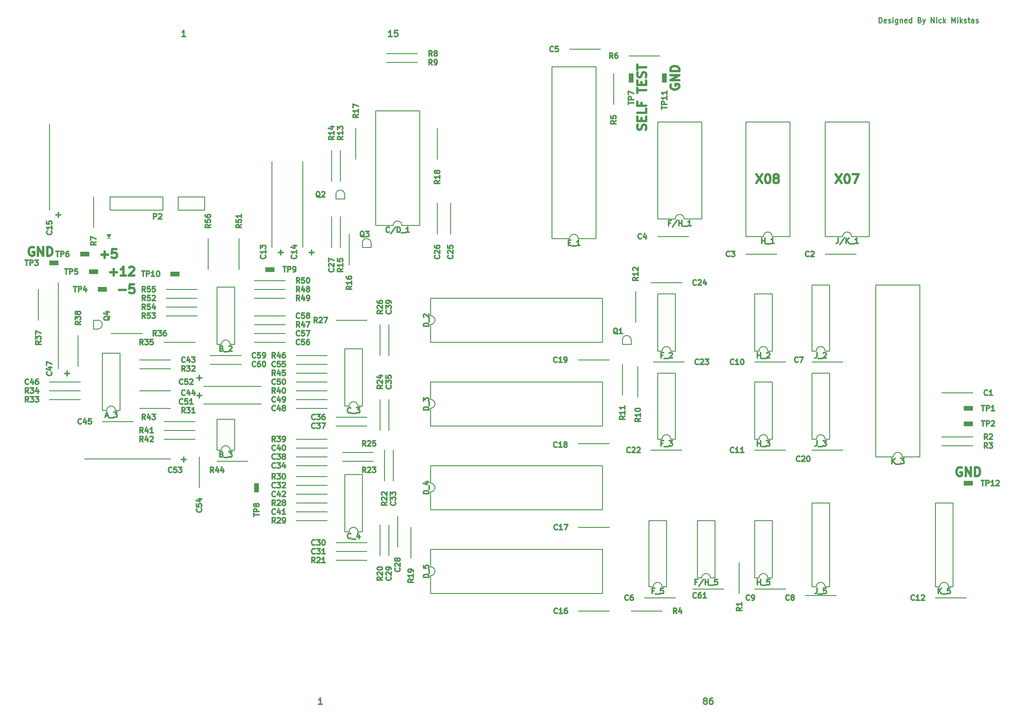
<source format=gbr>
%TF.GenerationSoftware,KiCad,Pcbnew,(6.0.1)*%
%TF.CreationDate,2022-04-20T20:45:43-06:00*%
%TF.ProjectId,star_wars_arcade_sound_pcb,73746172-5f77-4617-9273-5f6172636164,rev?*%
%TF.SameCoordinates,Original*%
%TF.FileFunction,Legend,Top*%
%TF.FilePolarity,Positive*%
%FSLAX46Y46*%
G04 Gerber Fmt 4.6, Leading zero omitted, Abs format (unit mm)*
G04 Created by KiCad (PCBNEW (6.0.1)) date 2022-04-20 20:45:43*
%MOMM*%
%LPD*%
G01*
G04 APERTURE LIST*
%ADD10C,0.300000*%
%ADD11C,0.444500*%
%ADD12C,0.635000*%
%ADD13C,0.381000*%
%ADD14C,0.254000*%
%ADD15C,0.100000*%
%ADD16C,0.120000*%
G04 APERTURE END LIST*
D10*
X283565000Y-54018571D02*
X283565000Y-52518571D01*
X283922142Y-52518571D01*
X284136428Y-52590000D01*
X284279285Y-52732857D01*
X284350714Y-52875714D01*
X284422142Y-53161428D01*
X284422142Y-53375714D01*
X284350714Y-53661428D01*
X284279285Y-53804285D01*
X284136428Y-53947142D01*
X283922142Y-54018571D01*
X283565000Y-54018571D01*
X285636428Y-53947142D02*
X285493571Y-54018571D01*
X285207857Y-54018571D01*
X285065000Y-53947142D01*
X284993571Y-53804285D01*
X284993571Y-53232857D01*
X285065000Y-53090000D01*
X285207857Y-53018571D01*
X285493571Y-53018571D01*
X285636428Y-53090000D01*
X285707857Y-53232857D01*
X285707857Y-53375714D01*
X284993571Y-53518571D01*
X286279285Y-53947142D02*
X286422142Y-54018571D01*
X286707857Y-54018571D01*
X286850714Y-53947142D01*
X286922142Y-53804285D01*
X286922142Y-53732857D01*
X286850714Y-53590000D01*
X286707857Y-53518571D01*
X286493571Y-53518571D01*
X286350714Y-53447142D01*
X286279285Y-53304285D01*
X286279285Y-53232857D01*
X286350714Y-53090000D01*
X286493571Y-53018571D01*
X286707857Y-53018571D01*
X286850714Y-53090000D01*
X287565000Y-54018571D02*
X287565000Y-53018571D01*
X287565000Y-52518571D02*
X287493571Y-52590000D01*
X287565000Y-52661428D01*
X287636428Y-52590000D01*
X287565000Y-52518571D01*
X287565000Y-52661428D01*
X288922142Y-53018571D02*
X288922142Y-54232857D01*
X288850714Y-54375714D01*
X288779285Y-54447142D01*
X288636428Y-54518571D01*
X288422142Y-54518571D01*
X288279285Y-54447142D01*
X288922142Y-53947142D02*
X288779285Y-54018571D01*
X288493571Y-54018571D01*
X288350714Y-53947142D01*
X288279285Y-53875714D01*
X288207857Y-53732857D01*
X288207857Y-53304285D01*
X288279285Y-53161428D01*
X288350714Y-53090000D01*
X288493571Y-53018571D01*
X288779285Y-53018571D01*
X288922142Y-53090000D01*
X289636428Y-53018571D02*
X289636428Y-54018571D01*
X289636428Y-53161428D02*
X289707857Y-53090000D01*
X289850714Y-53018571D01*
X290065000Y-53018571D01*
X290207857Y-53090000D01*
X290279285Y-53232857D01*
X290279285Y-54018571D01*
X291565000Y-53947142D02*
X291422142Y-54018571D01*
X291136428Y-54018571D01*
X290993571Y-53947142D01*
X290922142Y-53804285D01*
X290922142Y-53232857D01*
X290993571Y-53090000D01*
X291136428Y-53018571D01*
X291422142Y-53018571D01*
X291565000Y-53090000D01*
X291636428Y-53232857D01*
X291636428Y-53375714D01*
X290922142Y-53518571D01*
X292922142Y-54018571D02*
X292922142Y-52518571D01*
X292922142Y-53947142D02*
X292779285Y-54018571D01*
X292493571Y-54018571D01*
X292350714Y-53947142D01*
X292279285Y-53875714D01*
X292207857Y-53732857D01*
X292207857Y-53304285D01*
X292279285Y-53161428D01*
X292350714Y-53090000D01*
X292493571Y-53018571D01*
X292779285Y-53018571D01*
X292922142Y-53090000D01*
X295279285Y-53232857D02*
X295493571Y-53304285D01*
X295565000Y-53375714D01*
X295636428Y-53518571D01*
X295636428Y-53732857D01*
X295565000Y-53875714D01*
X295493571Y-53947142D01*
X295350714Y-54018571D01*
X294779285Y-54018571D01*
X294779285Y-52518571D01*
X295279285Y-52518571D01*
X295422142Y-52590000D01*
X295493571Y-52661428D01*
X295565000Y-52804285D01*
X295565000Y-52947142D01*
X295493571Y-53090000D01*
X295422142Y-53161428D01*
X295279285Y-53232857D01*
X294779285Y-53232857D01*
X296136428Y-53018571D02*
X296493571Y-54018571D01*
X296850714Y-53018571D02*
X296493571Y-54018571D01*
X296350714Y-54375714D01*
X296279285Y-54447142D01*
X296136428Y-54518571D01*
X298565000Y-54018571D02*
X298565000Y-52518571D01*
X299422142Y-54018571D01*
X299422142Y-52518571D01*
X300136428Y-54018571D02*
X300136428Y-53018571D01*
X300136428Y-52518571D02*
X300065000Y-52590000D01*
X300136428Y-52661428D01*
X300207857Y-52590000D01*
X300136428Y-52518571D01*
X300136428Y-52661428D01*
X301493571Y-53947142D02*
X301350714Y-54018571D01*
X301065000Y-54018571D01*
X300922142Y-53947142D01*
X300850714Y-53875714D01*
X300779285Y-53732857D01*
X300779285Y-53304285D01*
X300850714Y-53161428D01*
X300922142Y-53090000D01*
X301065000Y-53018571D01*
X301350714Y-53018571D01*
X301493571Y-53090000D01*
X302136428Y-54018571D02*
X302136428Y-52518571D01*
X302279285Y-53447142D02*
X302707857Y-54018571D01*
X302707857Y-53018571D02*
X302136428Y-53590000D01*
X304493571Y-54018571D02*
X304493571Y-52518571D01*
X304993571Y-53590000D01*
X305493571Y-52518571D01*
X305493571Y-54018571D01*
X306207857Y-54018571D02*
X306207857Y-53018571D01*
X306207857Y-52518571D02*
X306136428Y-52590000D01*
X306207857Y-52661428D01*
X306279285Y-52590000D01*
X306207857Y-52518571D01*
X306207857Y-52661428D01*
X306922142Y-54018571D02*
X306922142Y-52518571D01*
X307065000Y-53447142D02*
X307493571Y-54018571D01*
X307493571Y-53018571D02*
X306922142Y-53590000D01*
X308065000Y-53947142D02*
X308207857Y-54018571D01*
X308493571Y-54018571D01*
X308636428Y-53947142D01*
X308707857Y-53804285D01*
X308707857Y-53732857D01*
X308636428Y-53590000D01*
X308493571Y-53518571D01*
X308279285Y-53518571D01*
X308136428Y-53447142D01*
X308065000Y-53304285D01*
X308065000Y-53232857D01*
X308136428Y-53090000D01*
X308279285Y-53018571D01*
X308493571Y-53018571D01*
X308636428Y-53090000D01*
X309136428Y-53018571D02*
X309707857Y-53018571D01*
X309350714Y-52518571D02*
X309350714Y-53804285D01*
X309422142Y-53947142D01*
X309565000Y-54018571D01*
X309707857Y-54018571D01*
X310850714Y-54018571D02*
X310850714Y-53232857D01*
X310779285Y-53090000D01*
X310636428Y-53018571D01*
X310350714Y-53018571D01*
X310207857Y-53090000D01*
X310850714Y-53947142D02*
X310707857Y-54018571D01*
X310350714Y-54018571D01*
X310207857Y-53947142D01*
X310136428Y-53804285D01*
X310136428Y-53661428D01*
X310207857Y-53518571D01*
X310350714Y-53447142D01*
X310707857Y-53447142D01*
X310850714Y-53375714D01*
X311493571Y-53947142D02*
X311636428Y-54018571D01*
X311922142Y-54018571D01*
X312065000Y-53947142D01*
X312136428Y-53804285D01*
X312136428Y-53732857D01*
X312065000Y-53590000D01*
X311922142Y-53518571D01*
X311707857Y-53518571D01*
X311565000Y-53447142D01*
X311493571Y-53304285D01*
X311493571Y-53232857D01*
X311565000Y-53090000D01*
X311707857Y-53018571D01*
X311922142Y-53018571D01*
X312065000Y-53090000D01*
D11*
X86952666Y-161417000D02*
X88307333Y-161417000D01*
X87630000Y-162094333D02*
X87630000Y-160739666D01*
X233299000Y-249343333D02*
X233129666Y-249258666D01*
X233045000Y-249174000D01*
X232960333Y-249004666D01*
X232960333Y-248920000D01*
X233045000Y-248750666D01*
X233129666Y-248666000D01*
X233299000Y-248581333D01*
X233637666Y-248581333D01*
X233807000Y-248666000D01*
X233891666Y-248750666D01*
X233976333Y-248920000D01*
X233976333Y-249004666D01*
X233891666Y-249174000D01*
X233807000Y-249258666D01*
X233637666Y-249343333D01*
X233299000Y-249343333D01*
X233129666Y-249428000D01*
X233045000Y-249512666D01*
X232960333Y-249682000D01*
X232960333Y-250020666D01*
X233045000Y-250190000D01*
X233129666Y-250274666D01*
X233299000Y-250359333D01*
X233637666Y-250359333D01*
X233807000Y-250274666D01*
X233891666Y-250190000D01*
X233976333Y-250020666D01*
X233976333Y-249682000D01*
X233891666Y-249512666D01*
X233807000Y-249428000D01*
X233637666Y-249343333D01*
X235500333Y-248581333D02*
X235161666Y-248581333D01*
X234992333Y-248666000D01*
X234907666Y-248750666D01*
X234738333Y-249004666D01*
X234653666Y-249343333D01*
X234653666Y-250020666D01*
X234738333Y-250190000D01*
X234823000Y-250274666D01*
X234992333Y-250359333D01*
X235331000Y-250359333D01*
X235500333Y-250274666D01*
X235585000Y-250190000D01*
X235669666Y-250020666D01*
X235669666Y-249597333D01*
X235585000Y-249428000D01*
X235500333Y-249343333D01*
X235331000Y-249258666D01*
X234992333Y-249258666D01*
X234823000Y-249343333D01*
X234738333Y-249428000D01*
X234653666Y-249597333D01*
D12*
X64497857Y-130991428D02*
X66433095Y-130991428D01*
X68852142Y-129419047D02*
X67642619Y-129419047D01*
X67521666Y-130628571D01*
X67642619Y-130507619D01*
X67884523Y-130386666D01*
X68489285Y-130386666D01*
X68731190Y-130507619D01*
X68852142Y-130628571D01*
X68973095Y-130870476D01*
X68973095Y-131475238D01*
X68852142Y-131717142D01*
X68731190Y-131838095D01*
X68489285Y-131959047D01*
X67884523Y-131959047D01*
X67642619Y-131838095D01*
X67521666Y-131717142D01*
X248194285Y-97669047D02*
X249887619Y-100209047D01*
X249887619Y-97669047D02*
X248194285Y-100209047D01*
X251339047Y-97669047D02*
X251580952Y-97669047D01*
X251822857Y-97790000D01*
X251943809Y-97910952D01*
X252064761Y-98152857D01*
X252185714Y-98636666D01*
X252185714Y-99241428D01*
X252064761Y-99725238D01*
X251943809Y-99967142D01*
X251822857Y-100088095D01*
X251580952Y-100209047D01*
X251339047Y-100209047D01*
X251097142Y-100088095D01*
X250976190Y-99967142D01*
X250855238Y-99725238D01*
X250734285Y-99241428D01*
X250734285Y-98636666D01*
X250855238Y-98152857D01*
X250976190Y-97910952D01*
X251097142Y-97790000D01*
X251339047Y-97669047D01*
X253637142Y-98757619D02*
X253395238Y-98636666D01*
X253274285Y-98515714D01*
X253153333Y-98273809D01*
X253153333Y-98152857D01*
X253274285Y-97910952D01*
X253395238Y-97790000D01*
X253637142Y-97669047D01*
X254120952Y-97669047D01*
X254362857Y-97790000D01*
X254483809Y-97910952D01*
X254604761Y-98152857D01*
X254604761Y-98273809D01*
X254483809Y-98515714D01*
X254362857Y-98636666D01*
X254120952Y-98757619D01*
X253637142Y-98757619D01*
X253395238Y-98878571D01*
X253274285Y-98999523D01*
X253153333Y-99241428D01*
X253153333Y-99725238D01*
X253274285Y-99967142D01*
X253395238Y-100088095D01*
X253637142Y-100209047D01*
X254120952Y-100209047D01*
X254362857Y-100088095D01*
X254483809Y-99967142D01*
X254604761Y-99725238D01*
X254604761Y-99241428D01*
X254483809Y-98999523D01*
X254362857Y-98878571D01*
X254120952Y-98757619D01*
X39974761Y-118745000D02*
X39732857Y-118624047D01*
X39370000Y-118624047D01*
X39007142Y-118745000D01*
X38765238Y-118986904D01*
X38644285Y-119228809D01*
X38523333Y-119712619D01*
X38523333Y-120075476D01*
X38644285Y-120559285D01*
X38765238Y-120801190D01*
X39007142Y-121043095D01*
X39370000Y-121164047D01*
X39611904Y-121164047D01*
X39974761Y-121043095D01*
X40095714Y-120922142D01*
X40095714Y-120075476D01*
X39611904Y-120075476D01*
X41184285Y-121164047D02*
X41184285Y-118624047D01*
X42635714Y-121164047D01*
X42635714Y-118624047D01*
X43845238Y-121164047D02*
X43845238Y-118624047D01*
X44450000Y-118624047D01*
X44812857Y-118745000D01*
X45054761Y-118986904D01*
X45175714Y-119228809D01*
X45296666Y-119712619D01*
X45296666Y-120075476D01*
X45175714Y-120559285D01*
X45054761Y-120801190D01*
X44812857Y-121043095D01*
X44450000Y-121164047D01*
X43845238Y-121164047D01*
D11*
X46312666Y-109347000D02*
X47667333Y-109347000D01*
X46990000Y-110024333D02*
X46990000Y-108669666D01*
D12*
X62018333Y-125911428D02*
X63953571Y-125911428D01*
X62985952Y-126879047D02*
X62985952Y-124943809D01*
X66493571Y-126879047D02*
X65042142Y-126879047D01*
X65767857Y-126879047D02*
X65767857Y-124339047D01*
X65525952Y-124701904D01*
X65284047Y-124943809D01*
X65042142Y-125064761D01*
X67461190Y-124580952D02*
X67582142Y-124460000D01*
X67824047Y-124339047D01*
X68428809Y-124339047D01*
X68670714Y-124460000D01*
X68791666Y-124580952D01*
X68912619Y-124822857D01*
X68912619Y-125064761D01*
X68791666Y-125427619D01*
X67340238Y-126879047D01*
X68912619Y-126879047D01*
X223520000Y-71785238D02*
X223399047Y-72027142D01*
X223399047Y-72390000D01*
X223520000Y-72752857D01*
X223761904Y-72994761D01*
X224003809Y-73115714D01*
X224487619Y-73236666D01*
X224850476Y-73236666D01*
X225334285Y-73115714D01*
X225576190Y-72994761D01*
X225818095Y-72752857D01*
X225939047Y-72390000D01*
X225939047Y-72148095D01*
X225818095Y-71785238D01*
X225697142Y-71664285D01*
X224850476Y-71664285D01*
X224850476Y-72148095D01*
X225939047Y-70575714D02*
X223399047Y-70575714D01*
X225939047Y-69124285D01*
X223399047Y-69124285D01*
X225939047Y-67914761D02*
X223399047Y-67914761D01*
X223399047Y-67310000D01*
X223520000Y-66947142D01*
X223761904Y-66705238D01*
X224003809Y-66584285D01*
X224487619Y-66463333D01*
X224850476Y-66463333D01*
X225334285Y-66584285D01*
X225576190Y-66705238D01*
X225818095Y-66947142D01*
X225939047Y-67310000D01*
X225939047Y-67914761D01*
X271054285Y-97669047D02*
X272747619Y-100209047D01*
X272747619Y-97669047D02*
X271054285Y-100209047D01*
X274199047Y-97669047D02*
X274440952Y-97669047D01*
X274682857Y-97790000D01*
X274803809Y-97910952D01*
X274924761Y-98152857D01*
X275045714Y-98636666D01*
X275045714Y-99241428D01*
X274924761Y-99725238D01*
X274803809Y-99967142D01*
X274682857Y-100088095D01*
X274440952Y-100209047D01*
X274199047Y-100209047D01*
X273957142Y-100088095D01*
X273836190Y-99967142D01*
X273715238Y-99725238D01*
X273594285Y-99241428D01*
X273594285Y-98636666D01*
X273715238Y-98152857D01*
X273836190Y-97910952D01*
X273957142Y-97790000D01*
X274199047Y-97669047D01*
X275892380Y-97669047D02*
X277585714Y-97669047D01*
X276497142Y-100209047D01*
X216293095Y-84817857D02*
X216414047Y-84455000D01*
X216414047Y-83850238D01*
X216293095Y-83608333D01*
X216172142Y-83487380D01*
X215930238Y-83366428D01*
X215688333Y-83366428D01*
X215446428Y-83487380D01*
X215325476Y-83608333D01*
X215204523Y-83850238D01*
X215083571Y-84334047D01*
X214962619Y-84575952D01*
X214841666Y-84696904D01*
X214599761Y-84817857D01*
X214357857Y-84817857D01*
X214115952Y-84696904D01*
X213995000Y-84575952D01*
X213874047Y-84334047D01*
X213874047Y-83729285D01*
X213995000Y-83366428D01*
X215083571Y-82277857D02*
X215083571Y-81431190D01*
X216414047Y-81068333D02*
X216414047Y-82277857D01*
X213874047Y-82277857D01*
X213874047Y-81068333D01*
X216414047Y-78770238D02*
X216414047Y-79979761D01*
X213874047Y-79979761D01*
X215083571Y-77076904D02*
X215083571Y-77923571D01*
X216414047Y-77923571D02*
X213874047Y-77923571D01*
X213874047Y-76714047D01*
X213874047Y-74174047D02*
X213874047Y-72722619D01*
X216414047Y-73448333D02*
X213874047Y-73448333D01*
X215083571Y-71875952D02*
X215083571Y-71029285D01*
X216414047Y-70666428D02*
X216414047Y-71875952D01*
X213874047Y-71875952D01*
X213874047Y-70666428D01*
X216293095Y-69698809D02*
X216414047Y-69335952D01*
X216414047Y-68731190D01*
X216293095Y-68489285D01*
X216172142Y-68368333D01*
X215930238Y-68247380D01*
X215688333Y-68247380D01*
X215446428Y-68368333D01*
X215325476Y-68489285D01*
X215204523Y-68731190D01*
X215083571Y-69215000D01*
X214962619Y-69456904D01*
X214841666Y-69577857D01*
X214599761Y-69698809D01*
X214357857Y-69698809D01*
X214115952Y-69577857D01*
X213995000Y-69456904D01*
X213874047Y-69215000D01*
X213874047Y-68610238D01*
X213995000Y-68247380D01*
X213874047Y-67521666D02*
X213874047Y-66070238D01*
X216414047Y-66795952D02*
X213874047Y-66795952D01*
X307309761Y-182245000D02*
X307067857Y-182124047D01*
X306705000Y-182124047D01*
X306342142Y-182245000D01*
X306100238Y-182486904D01*
X305979285Y-182728809D01*
X305858333Y-183212619D01*
X305858333Y-183575476D01*
X305979285Y-184059285D01*
X306100238Y-184301190D01*
X306342142Y-184543095D01*
X306705000Y-184664047D01*
X306946904Y-184664047D01*
X307309761Y-184543095D01*
X307430714Y-184422142D01*
X307430714Y-183575476D01*
X306946904Y-183575476D01*
X308519285Y-184664047D02*
X308519285Y-182124047D01*
X309970714Y-184664047D01*
X309970714Y-182124047D01*
X311180238Y-184664047D02*
X311180238Y-182124047D01*
X311785000Y-182124047D01*
X312147857Y-182245000D01*
X312389761Y-182486904D01*
X312510714Y-182728809D01*
X312631666Y-183212619D01*
X312631666Y-183575476D01*
X312510714Y-184059285D01*
X312389761Y-184301190D01*
X312147857Y-184543095D01*
X311785000Y-184664047D01*
X311180238Y-184664047D01*
D11*
X143171333Y-57954333D02*
X142155333Y-57954333D01*
X142663333Y-57954333D02*
X142663333Y-56176333D01*
X142494000Y-56430333D01*
X142324666Y-56599666D01*
X142155333Y-56684333D01*
X144780000Y-56176333D02*
X143933333Y-56176333D01*
X143848666Y-57023000D01*
X143933333Y-56938333D01*
X144102666Y-56853666D01*
X144526000Y-56853666D01*
X144695333Y-56938333D01*
X144780000Y-57023000D01*
X144864666Y-57192333D01*
X144864666Y-57615666D01*
X144780000Y-57785000D01*
X144695333Y-57869666D01*
X144526000Y-57954333D01*
X144102666Y-57954333D01*
X143933333Y-57869666D01*
X143848666Y-57785000D01*
X123063000Y-250359333D02*
X122047000Y-250359333D01*
X122555000Y-250359333D02*
X122555000Y-248581333D01*
X122385666Y-248835333D01*
X122216333Y-249004666D01*
X122047000Y-249089333D01*
D12*
X59417857Y-120831428D02*
X61353095Y-120831428D01*
X60385476Y-121799047D02*
X60385476Y-119863809D01*
X63772142Y-119259047D02*
X62562619Y-119259047D01*
X62441666Y-120468571D01*
X62562619Y-120347619D01*
X62804523Y-120226666D01*
X63409285Y-120226666D01*
X63651190Y-120347619D01*
X63772142Y-120468571D01*
X63893095Y-120710476D01*
X63893095Y-121315238D01*
X63772142Y-121557142D01*
X63651190Y-121678095D01*
X63409285Y-121799047D01*
X62804523Y-121799047D01*
X62562619Y-121678095D01*
X62441666Y-121557142D01*
D11*
X119337666Y-120142000D02*
X120692333Y-120142000D01*
X120015000Y-120819333D02*
X120015000Y-119464666D01*
X83693000Y-57954333D02*
X82677000Y-57954333D01*
X83185000Y-57954333D02*
X83185000Y-56176333D01*
X83015666Y-56430333D01*
X82846333Y-56599666D01*
X82677000Y-56684333D01*
X48852666Y-155067000D02*
X50207333Y-155067000D01*
X49530000Y-155744333D02*
X49530000Y-154389666D01*
X86952666Y-156337000D02*
X88307333Y-156337000D01*
X87630000Y-157014333D02*
X87630000Y-155659666D01*
X82507666Y-179832000D02*
X83862333Y-179832000D01*
X83185000Y-180509333D02*
X83185000Y-179154666D01*
X110447666Y-120142000D02*
X111802333Y-120142000D01*
X111125000Y-120819333D02*
X111125000Y-119464666D01*
D13*
%TO.C,R10*%
X214684428Y-167984714D02*
X213958714Y-168492714D01*
X214684428Y-168855571D02*
X213160428Y-168855571D01*
X213160428Y-168275000D01*
X213233000Y-168129857D01*
X213305571Y-168057285D01*
X213450714Y-167984714D01*
X213668428Y-167984714D01*
X213813571Y-168057285D01*
X213886142Y-168129857D01*
X213958714Y-168275000D01*
X213958714Y-168855571D01*
X214684428Y-166533285D02*
X214684428Y-167404142D01*
X214684428Y-166968714D02*
X213160428Y-166968714D01*
X213378142Y-167113857D01*
X213523285Y-167259000D01*
X213595857Y-167404142D01*
X213160428Y-165589857D02*
X213160428Y-165444714D01*
X213233000Y-165299571D01*
X213305571Y-165227000D01*
X213450714Y-165154428D01*
X213741000Y-165081857D01*
X214103857Y-165081857D01*
X214394142Y-165154428D01*
X214539285Y-165227000D01*
X214611857Y-165299571D01*
X214684428Y-165444714D01*
X214684428Y-165589857D01*
X214611857Y-165735000D01*
X214539285Y-165807571D01*
X214394142Y-165880142D01*
X214103857Y-165952714D01*
X213741000Y-165952714D01*
X213450714Y-165880142D01*
X213305571Y-165807571D01*
X213233000Y-165735000D01*
X213160428Y-165589857D01*
%TO.C,H_5*%
X248448285Y-215954428D02*
X248448285Y-214430428D01*
X248448285Y-215156142D02*
X249319142Y-215156142D01*
X249319142Y-215954428D02*
X249319142Y-214430428D01*
X249682000Y-216099571D02*
X250843142Y-216099571D01*
X251931714Y-214430428D02*
X251206000Y-214430428D01*
X251133428Y-215156142D01*
X251206000Y-215083571D01*
X251351142Y-215011000D01*
X251714000Y-215011000D01*
X251859142Y-215083571D01*
X251931714Y-215156142D01*
X252004285Y-215301285D01*
X252004285Y-215664142D01*
X251931714Y-215809285D01*
X251859142Y-215881857D01*
X251714000Y-215954428D01*
X251351142Y-215954428D01*
X251206000Y-215881857D01*
X251133428Y-215809285D01*
%TO.C,C16*%
X190790285Y-224064285D02*
X190717714Y-224136857D01*
X190500000Y-224209428D01*
X190354857Y-224209428D01*
X190137142Y-224136857D01*
X189992000Y-223991714D01*
X189919428Y-223846571D01*
X189846857Y-223556285D01*
X189846857Y-223338571D01*
X189919428Y-223048285D01*
X189992000Y-222903142D01*
X190137142Y-222758000D01*
X190354857Y-222685428D01*
X190500000Y-222685428D01*
X190717714Y-222758000D01*
X190790285Y-222830571D01*
X192241714Y-224209428D02*
X191370857Y-224209428D01*
X191806285Y-224209428D02*
X191806285Y-222685428D01*
X191661142Y-222903142D01*
X191516000Y-223048285D01*
X191370857Y-223120857D01*
X193548000Y-222685428D02*
X193257714Y-222685428D01*
X193112571Y-222758000D01*
X193040000Y-222830571D01*
X192894857Y-223048285D01*
X192822285Y-223338571D01*
X192822285Y-223919142D01*
X192894857Y-224064285D01*
X192967428Y-224136857D01*
X193112571Y-224209428D01*
X193402857Y-224209428D01*
X193548000Y-224136857D01*
X193620571Y-224064285D01*
X193693142Y-223919142D01*
X193693142Y-223556285D01*
X193620571Y-223411142D01*
X193548000Y-223338571D01*
X193402857Y-223266000D01*
X193112571Y-223266000D01*
X192967428Y-223338571D01*
X192894857Y-223411142D01*
X192822285Y-223556285D01*
%TO.C,F/H_5*%
X230994857Y-215156142D02*
X230486857Y-215156142D01*
X230486857Y-215954428D02*
X230486857Y-214430428D01*
X231212571Y-214430428D01*
X232881714Y-214357857D02*
X231575428Y-216317285D01*
X233389714Y-215954428D02*
X233389714Y-214430428D01*
X233389714Y-215156142D02*
X234260571Y-215156142D01*
X234260571Y-215954428D02*
X234260571Y-214430428D01*
X234623428Y-216099571D02*
X235784571Y-216099571D01*
X236873142Y-214430428D02*
X236147428Y-214430428D01*
X236074857Y-215156142D01*
X236147428Y-215083571D01*
X236292571Y-215011000D01*
X236655428Y-215011000D01*
X236800571Y-215083571D01*
X236873142Y-215156142D01*
X236945714Y-215301285D01*
X236945714Y-215664142D01*
X236873142Y-215809285D01*
X236800571Y-215881857D01*
X236655428Y-215954428D01*
X236292571Y-215954428D01*
X236147428Y-215881857D01*
X236074857Y-215809285D01*
%TO.C,R14*%
X126419428Y-86704714D02*
X125693714Y-87212714D01*
X126419428Y-87575571D02*
X124895428Y-87575571D01*
X124895428Y-86995000D01*
X124968000Y-86849857D01*
X125040571Y-86777285D01*
X125185714Y-86704714D01*
X125403428Y-86704714D01*
X125548571Y-86777285D01*
X125621142Y-86849857D01*
X125693714Y-86995000D01*
X125693714Y-87575571D01*
X126419428Y-85253285D02*
X126419428Y-86124142D01*
X126419428Y-85688714D02*
X124895428Y-85688714D01*
X125113142Y-85833857D01*
X125258285Y-85979000D01*
X125330857Y-86124142D01*
X125403428Y-83947000D02*
X126419428Y-83947000D01*
X124822857Y-84309857D02*
X125911428Y-84672714D01*
X125911428Y-83729285D01*
%TO.C,R31*%
X83475285Y-166424428D02*
X82967285Y-165698714D01*
X82604428Y-166424428D02*
X82604428Y-164900428D01*
X83185000Y-164900428D01*
X83330142Y-164973000D01*
X83402714Y-165045571D01*
X83475285Y-165190714D01*
X83475285Y-165408428D01*
X83402714Y-165553571D01*
X83330142Y-165626142D01*
X83185000Y-165698714D01*
X82604428Y-165698714D01*
X83983285Y-164900428D02*
X84926714Y-164900428D01*
X84418714Y-165481000D01*
X84636428Y-165481000D01*
X84781571Y-165553571D01*
X84854142Y-165626142D01*
X84926714Y-165771285D01*
X84926714Y-166134142D01*
X84854142Y-166279285D01*
X84781571Y-166351857D01*
X84636428Y-166424428D01*
X84201000Y-166424428D01*
X84055857Y-166351857D01*
X83983285Y-166279285D01*
X86378142Y-166424428D02*
X85507285Y-166424428D01*
X85942714Y-166424428D02*
X85942714Y-164900428D01*
X85797571Y-165118142D01*
X85652428Y-165263285D01*
X85507285Y-165335857D01*
%TO.C,R51*%
X99749428Y-112104714D02*
X99023714Y-112612714D01*
X99749428Y-112975571D02*
X98225428Y-112975571D01*
X98225428Y-112395000D01*
X98298000Y-112249857D01*
X98370571Y-112177285D01*
X98515714Y-112104714D01*
X98733428Y-112104714D01*
X98878571Y-112177285D01*
X98951142Y-112249857D01*
X99023714Y-112395000D01*
X99023714Y-112975571D01*
X98225428Y-110725857D02*
X98225428Y-111451571D01*
X98951142Y-111524142D01*
X98878571Y-111451571D01*
X98806000Y-111306428D01*
X98806000Y-110943571D01*
X98878571Y-110798428D01*
X98951142Y-110725857D01*
X99096285Y-110653285D01*
X99459142Y-110653285D01*
X99604285Y-110725857D01*
X99676857Y-110798428D01*
X99749428Y-110943571D01*
X99749428Y-111306428D01*
X99676857Y-111451571D01*
X99604285Y-111524142D01*
X99749428Y-109201857D02*
X99749428Y-110072714D01*
X99749428Y-109637285D02*
X98225428Y-109637285D01*
X98443142Y-109782428D01*
X98588285Y-109927571D01*
X98660857Y-110072714D01*
%TO.C,R2*%
X314706000Y-174044428D02*
X314198000Y-173318714D01*
X313835142Y-174044428D02*
X313835142Y-172520428D01*
X314415714Y-172520428D01*
X314560857Y-172593000D01*
X314633428Y-172665571D01*
X314706000Y-172810714D01*
X314706000Y-173028428D01*
X314633428Y-173173571D01*
X314560857Y-173246142D01*
X314415714Y-173318714D01*
X313835142Y-173318714D01*
X315286571Y-172665571D02*
X315359142Y-172593000D01*
X315504285Y-172520428D01*
X315867142Y-172520428D01*
X316012285Y-172593000D01*
X316084857Y-172665571D01*
X316157428Y-172810714D01*
X316157428Y-172955857D01*
X316084857Y-173173571D01*
X315214000Y-174044428D01*
X316157428Y-174044428D01*
%TO.C,R50*%
X116495285Y-128959428D02*
X115987285Y-128233714D01*
X115624428Y-128959428D02*
X115624428Y-127435428D01*
X116205000Y-127435428D01*
X116350142Y-127508000D01*
X116422714Y-127580571D01*
X116495285Y-127725714D01*
X116495285Y-127943428D01*
X116422714Y-128088571D01*
X116350142Y-128161142D01*
X116205000Y-128233714D01*
X115624428Y-128233714D01*
X117874142Y-127435428D02*
X117148428Y-127435428D01*
X117075857Y-128161142D01*
X117148428Y-128088571D01*
X117293571Y-128016000D01*
X117656428Y-128016000D01*
X117801571Y-128088571D01*
X117874142Y-128161142D01*
X117946714Y-128306285D01*
X117946714Y-128669142D01*
X117874142Y-128814285D01*
X117801571Y-128886857D01*
X117656428Y-128959428D01*
X117293571Y-128959428D01*
X117148428Y-128886857D01*
X117075857Y-128814285D01*
X118890142Y-127435428D02*
X119035285Y-127435428D01*
X119180428Y-127508000D01*
X119253000Y-127580571D01*
X119325571Y-127725714D01*
X119398142Y-128016000D01*
X119398142Y-128378857D01*
X119325571Y-128669142D01*
X119253000Y-128814285D01*
X119180428Y-128886857D01*
X119035285Y-128959428D01*
X118890142Y-128959428D01*
X118745000Y-128886857D01*
X118672428Y-128814285D01*
X118599857Y-128669142D01*
X118527285Y-128378857D01*
X118527285Y-128016000D01*
X118599857Y-127725714D01*
X118672428Y-127580571D01*
X118745000Y-127508000D01*
X118890142Y-127435428D01*
%TO.C,R48*%
X116495285Y-131499428D02*
X115987285Y-130773714D01*
X115624428Y-131499428D02*
X115624428Y-129975428D01*
X116205000Y-129975428D01*
X116350142Y-130048000D01*
X116422714Y-130120571D01*
X116495285Y-130265714D01*
X116495285Y-130483428D01*
X116422714Y-130628571D01*
X116350142Y-130701142D01*
X116205000Y-130773714D01*
X115624428Y-130773714D01*
X117801571Y-130483428D02*
X117801571Y-131499428D01*
X117438714Y-129902857D02*
X117075857Y-130991428D01*
X118019285Y-130991428D01*
X118817571Y-130628571D02*
X118672428Y-130556000D01*
X118599857Y-130483428D01*
X118527285Y-130338285D01*
X118527285Y-130265714D01*
X118599857Y-130120571D01*
X118672428Y-130048000D01*
X118817571Y-129975428D01*
X119107857Y-129975428D01*
X119253000Y-130048000D01*
X119325571Y-130120571D01*
X119398142Y-130265714D01*
X119398142Y-130338285D01*
X119325571Y-130483428D01*
X119253000Y-130556000D01*
X119107857Y-130628571D01*
X118817571Y-130628571D01*
X118672428Y-130701142D01*
X118599857Y-130773714D01*
X118527285Y-130918857D01*
X118527285Y-131209142D01*
X118599857Y-131354285D01*
X118672428Y-131426857D01*
X118817571Y-131499428D01*
X119107857Y-131499428D01*
X119253000Y-131426857D01*
X119325571Y-131354285D01*
X119398142Y-131209142D01*
X119398142Y-130918857D01*
X119325571Y-130773714D01*
X119253000Y-130701142D01*
X119107857Y-130628571D01*
%TO.C,R3*%
X314706000Y-176584428D02*
X314198000Y-175858714D01*
X313835142Y-176584428D02*
X313835142Y-175060428D01*
X314415714Y-175060428D01*
X314560857Y-175133000D01*
X314633428Y-175205571D01*
X314706000Y-175350714D01*
X314706000Y-175568428D01*
X314633428Y-175713571D01*
X314560857Y-175786142D01*
X314415714Y-175858714D01*
X313835142Y-175858714D01*
X315214000Y-175060428D02*
X316157428Y-175060428D01*
X315649428Y-175641000D01*
X315867142Y-175641000D01*
X316012285Y-175713571D01*
X316084857Y-175786142D01*
X316157428Y-175931285D01*
X316157428Y-176294142D01*
X316084857Y-176439285D01*
X316012285Y-176511857D01*
X315867142Y-176584428D01*
X315431714Y-176584428D01*
X315286571Y-176511857D01*
X315214000Y-176439285D01*
%TO.C,R33*%
X38390285Y-163249428D02*
X37882285Y-162523714D01*
X37519428Y-163249428D02*
X37519428Y-161725428D01*
X38100000Y-161725428D01*
X38245142Y-161798000D01*
X38317714Y-161870571D01*
X38390285Y-162015714D01*
X38390285Y-162233428D01*
X38317714Y-162378571D01*
X38245142Y-162451142D01*
X38100000Y-162523714D01*
X37519428Y-162523714D01*
X38898285Y-161725428D02*
X39841714Y-161725428D01*
X39333714Y-162306000D01*
X39551428Y-162306000D01*
X39696571Y-162378571D01*
X39769142Y-162451142D01*
X39841714Y-162596285D01*
X39841714Y-162959142D01*
X39769142Y-163104285D01*
X39696571Y-163176857D01*
X39551428Y-163249428D01*
X39116000Y-163249428D01*
X38970857Y-163176857D01*
X38898285Y-163104285D01*
X40349714Y-161725428D02*
X41293142Y-161725428D01*
X40785142Y-162306000D01*
X41002857Y-162306000D01*
X41148000Y-162378571D01*
X41220571Y-162451142D01*
X41293142Y-162596285D01*
X41293142Y-162959142D01*
X41220571Y-163104285D01*
X41148000Y-163176857D01*
X41002857Y-163249428D01*
X40567428Y-163249428D01*
X40422285Y-163176857D01*
X40349714Y-163104285D01*
%TO.C,R53*%
X72045285Y-139119428D02*
X71537285Y-138393714D01*
X71174428Y-139119428D02*
X71174428Y-137595428D01*
X71755000Y-137595428D01*
X71900142Y-137668000D01*
X71972714Y-137740571D01*
X72045285Y-137885714D01*
X72045285Y-138103428D01*
X71972714Y-138248571D01*
X71900142Y-138321142D01*
X71755000Y-138393714D01*
X71174428Y-138393714D01*
X73424142Y-137595428D02*
X72698428Y-137595428D01*
X72625857Y-138321142D01*
X72698428Y-138248571D01*
X72843571Y-138176000D01*
X73206428Y-138176000D01*
X73351571Y-138248571D01*
X73424142Y-138321142D01*
X73496714Y-138466285D01*
X73496714Y-138829142D01*
X73424142Y-138974285D01*
X73351571Y-139046857D01*
X73206428Y-139119428D01*
X72843571Y-139119428D01*
X72698428Y-139046857D01*
X72625857Y-138974285D01*
X74004714Y-137595428D02*
X74948142Y-137595428D01*
X74440142Y-138176000D01*
X74657857Y-138176000D01*
X74803000Y-138248571D01*
X74875571Y-138321142D01*
X74948142Y-138466285D01*
X74948142Y-138829142D01*
X74875571Y-138974285D01*
X74803000Y-139046857D01*
X74657857Y-139119428D01*
X74222428Y-139119428D01*
X74077285Y-139046857D01*
X74004714Y-138974285D01*
%TO.C,R27*%
X121575285Y-140389428D02*
X121067285Y-139663714D01*
X120704428Y-140389428D02*
X120704428Y-138865428D01*
X121285000Y-138865428D01*
X121430142Y-138938000D01*
X121502714Y-139010571D01*
X121575285Y-139155714D01*
X121575285Y-139373428D01*
X121502714Y-139518571D01*
X121430142Y-139591142D01*
X121285000Y-139663714D01*
X120704428Y-139663714D01*
X122155857Y-139010571D02*
X122228428Y-138938000D01*
X122373571Y-138865428D01*
X122736428Y-138865428D01*
X122881571Y-138938000D01*
X122954142Y-139010571D01*
X123026714Y-139155714D01*
X123026714Y-139300857D01*
X122954142Y-139518571D01*
X122083285Y-140389428D01*
X123026714Y-140389428D01*
X123534714Y-138865428D02*
X124550714Y-138865428D01*
X123897571Y-140389428D01*
%TO.C,C56*%
X116495285Y-146594285D02*
X116422714Y-146666857D01*
X116205000Y-146739428D01*
X116059857Y-146739428D01*
X115842142Y-146666857D01*
X115697000Y-146521714D01*
X115624428Y-146376571D01*
X115551857Y-146086285D01*
X115551857Y-145868571D01*
X115624428Y-145578285D01*
X115697000Y-145433142D01*
X115842142Y-145288000D01*
X116059857Y-145215428D01*
X116205000Y-145215428D01*
X116422714Y-145288000D01*
X116495285Y-145360571D01*
X117874142Y-145215428D02*
X117148428Y-145215428D01*
X117075857Y-145941142D01*
X117148428Y-145868571D01*
X117293571Y-145796000D01*
X117656428Y-145796000D01*
X117801571Y-145868571D01*
X117874142Y-145941142D01*
X117946714Y-146086285D01*
X117946714Y-146449142D01*
X117874142Y-146594285D01*
X117801571Y-146666857D01*
X117656428Y-146739428D01*
X117293571Y-146739428D01*
X117148428Y-146666857D01*
X117075857Y-146594285D01*
X119253000Y-145215428D02*
X118962714Y-145215428D01*
X118817571Y-145288000D01*
X118745000Y-145360571D01*
X118599857Y-145578285D01*
X118527285Y-145868571D01*
X118527285Y-146449142D01*
X118599857Y-146594285D01*
X118672428Y-146666857D01*
X118817571Y-146739428D01*
X119107857Y-146739428D01*
X119253000Y-146666857D01*
X119325571Y-146594285D01*
X119398142Y-146449142D01*
X119398142Y-146086285D01*
X119325571Y-145941142D01*
X119253000Y-145868571D01*
X119107857Y-145796000D01*
X118817571Y-145796000D01*
X118672428Y-145868571D01*
X118599857Y-145941142D01*
X118527285Y-146086285D01*
%TO.C,C46*%
X38390285Y-158024285D02*
X38317714Y-158096857D01*
X38100000Y-158169428D01*
X37954857Y-158169428D01*
X37737142Y-158096857D01*
X37592000Y-157951714D01*
X37519428Y-157806571D01*
X37446857Y-157516285D01*
X37446857Y-157298571D01*
X37519428Y-157008285D01*
X37592000Y-156863142D01*
X37737142Y-156718000D01*
X37954857Y-156645428D01*
X38100000Y-156645428D01*
X38317714Y-156718000D01*
X38390285Y-156790571D01*
X39696571Y-157153428D02*
X39696571Y-158169428D01*
X39333714Y-156572857D02*
X38970857Y-157661428D01*
X39914285Y-157661428D01*
X41148000Y-156645428D02*
X40857714Y-156645428D01*
X40712571Y-156718000D01*
X40640000Y-156790571D01*
X40494857Y-157008285D01*
X40422285Y-157298571D01*
X40422285Y-157879142D01*
X40494857Y-158024285D01*
X40567428Y-158096857D01*
X40712571Y-158169428D01*
X41002857Y-158169428D01*
X41148000Y-158096857D01*
X41220571Y-158024285D01*
X41293142Y-157879142D01*
X41293142Y-157516285D01*
X41220571Y-157371142D01*
X41148000Y-157298571D01*
X41002857Y-157226000D01*
X40712571Y-157226000D01*
X40567428Y-157298571D01*
X40494857Y-157371142D01*
X40422285Y-157516285D01*
%TO.C,R49*%
X116495285Y-134039428D02*
X115987285Y-133313714D01*
X115624428Y-134039428D02*
X115624428Y-132515428D01*
X116205000Y-132515428D01*
X116350142Y-132588000D01*
X116422714Y-132660571D01*
X116495285Y-132805714D01*
X116495285Y-133023428D01*
X116422714Y-133168571D01*
X116350142Y-133241142D01*
X116205000Y-133313714D01*
X115624428Y-133313714D01*
X117801571Y-133023428D02*
X117801571Y-134039428D01*
X117438714Y-132442857D02*
X117075857Y-133531428D01*
X118019285Y-133531428D01*
X118672428Y-134039428D02*
X118962714Y-134039428D01*
X119107857Y-133966857D01*
X119180428Y-133894285D01*
X119325571Y-133676571D01*
X119398142Y-133386285D01*
X119398142Y-132805714D01*
X119325571Y-132660571D01*
X119253000Y-132588000D01*
X119107857Y-132515428D01*
X118817571Y-132515428D01*
X118672428Y-132588000D01*
X118599857Y-132660571D01*
X118527285Y-132805714D01*
X118527285Y-133168571D01*
X118599857Y-133313714D01*
X118672428Y-133386285D01*
X118817571Y-133458857D01*
X119107857Y-133458857D01*
X119253000Y-133386285D01*
X119325571Y-133313714D01*
X119398142Y-133168571D01*
%TO.C,C26*%
X156754285Y-120994714D02*
X156826857Y-121067285D01*
X156899428Y-121285000D01*
X156899428Y-121430142D01*
X156826857Y-121647857D01*
X156681714Y-121793000D01*
X156536571Y-121865571D01*
X156246285Y-121938142D01*
X156028571Y-121938142D01*
X155738285Y-121865571D01*
X155593142Y-121793000D01*
X155448000Y-121647857D01*
X155375428Y-121430142D01*
X155375428Y-121285000D01*
X155448000Y-121067285D01*
X155520571Y-120994714D01*
X155520571Y-120414142D02*
X155448000Y-120341571D01*
X155375428Y-120196428D01*
X155375428Y-119833571D01*
X155448000Y-119688428D01*
X155520571Y-119615857D01*
X155665714Y-119543285D01*
X155810857Y-119543285D01*
X156028571Y-119615857D01*
X156899428Y-120486714D01*
X156899428Y-119543285D01*
X155375428Y-118237000D02*
X155375428Y-118527285D01*
X155448000Y-118672428D01*
X155520571Y-118745000D01*
X155738285Y-118890142D01*
X156028571Y-118962714D01*
X156609142Y-118962714D01*
X156754285Y-118890142D01*
X156826857Y-118817571D01*
X156899428Y-118672428D01*
X156899428Y-118382142D01*
X156826857Y-118237000D01*
X156754285Y-118164428D01*
X156609142Y-118091857D01*
X156246285Y-118091857D01*
X156101142Y-118164428D01*
X156028571Y-118237000D01*
X155956000Y-118382142D01*
X155956000Y-118672428D01*
X156028571Y-118817571D01*
X156101142Y-118890142D01*
X156246285Y-118962714D01*
%TO.C,R9*%
X154686000Y-66094428D02*
X154178000Y-65368714D01*
X153815142Y-66094428D02*
X153815142Y-64570428D01*
X154395714Y-64570428D01*
X154540857Y-64643000D01*
X154613428Y-64715571D01*
X154686000Y-64860714D01*
X154686000Y-65078428D01*
X154613428Y-65223571D01*
X154540857Y-65296142D01*
X154395714Y-65368714D01*
X153815142Y-65368714D01*
X155411714Y-66094428D02*
X155702000Y-66094428D01*
X155847142Y-66021857D01*
X155919714Y-65949285D01*
X156064857Y-65731571D01*
X156137428Y-65441285D01*
X156137428Y-64860714D01*
X156064857Y-64715571D01*
X155992285Y-64643000D01*
X155847142Y-64570428D01*
X155556857Y-64570428D01*
X155411714Y-64643000D01*
X155339142Y-64715571D01*
X155266571Y-64860714D01*
X155266571Y-65223571D01*
X155339142Y-65368714D01*
X155411714Y-65441285D01*
X155556857Y-65513857D01*
X155847142Y-65513857D01*
X155992285Y-65441285D01*
X156064857Y-65368714D01*
X156137428Y-65223571D01*
%TO.C,C6*%
X211201000Y-220254285D02*
X211128428Y-220326857D01*
X210910714Y-220399428D01*
X210765571Y-220399428D01*
X210547857Y-220326857D01*
X210402714Y-220181714D01*
X210330142Y-220036571D01*
X210257571Y-219746285D01*
X210257571Y-219528571D01*
X210330142Y-219238285D01*
X210402714Y-219093142D01*
X210547857Y-218948000D01*
X210765571Y-218875428D01*
X210910714Y-218875428D01*
X211128428Y-218948000D01*
X211201000Y-219020571D01*
X212507285Y-218875428D02*
X212217000Y-218875428D01*
X212071857Y-218948000D01*
X211999285Y-219020571D01*
X211854142Y-219238285D01*
X211781571Y-219528571D01*
X211781571Y-220109142D01*
X211854142Y-220254285D01*
X211926714Y-220326857D01*
X212071857Y-220399428D01*
X212362142Y-220399428D01*
X212507285Y-220326857D01*
X212579857Y-220254285D01*
X212652428Y-220109142D01*
X212652428Y-219746285D01*
X212579857Y-219601142D01*
X212507285Y-219528571D01*
X212362142Y-219456000D01*
X212071857Y-219456000D01*
X211926714Y-219528571D01*
X211854142Y-219601142D01*
X211781571Y-219746285D01*
%TO.C,TP7*%
X211255428Y-77488142D02*
X211255428Y-76617285D01*
X212779428Y-77052714D02*
X211255428Y-77052714D01*
X212779428Y-76109285D02*
X211255428Y-76109285D01*
X211255428Y-75528714D01*
X211328000Y-75383571D01*
X211400571Y-75311000D01*
X211545714Y-75238428D01*
X211763428Y-75238428D01*
X211908571Y-75311000D01*
X211981142Y-75383571D01*
X212053714Y-75528714D01*
X212053714Y-76109285D01*
X211255428Y-74730428D02*
X211255428Y-73714428D01*
X212779428Y-74367571D01*
%TO.C,R29*%
X109510285Y-198174428D02*
X109002285Y-197448714D01*
X108639428Y-198174428D02*
X108639428Y-196650428D01*
X109220000Y-196650428D01*
X109365142Y-196723000D01*
X109437714Y-196795571D01*
X109510285Y-196940714D01*
X109510285Y-197158428D01*
X109437714Y-197303571D01*
X109365142Y-197376142D01*
X109220000Y-197448714D01*
X108639428Y-197448714D01*
X110090857Y-196795571D02*
X110163428Y-196723000D01*
X110308571Y-196650428D01*
X110671428Y-196650428D01*
X110816571Y-196723000D01*
X110889142Y-196795571D01*
X110961714Y-196940714D01*
X110961714Y-197085857D01*
X110889142Y-197303571D01*
X110018285Y-198174428D01*
X110961714Y-198174428D01*
X111687428Y-198174428D02*
X111977714Y-198174428D01*
X112122857Y-198101857D01*
X112195428Y-198029285D01*
X112340571Y-197811571D01*
X112413142Y-197521285D01*
X112413142Y-196940714D01*
X112340571Y-196795571D01*
X112268000Y-196723000D01*
X112122857Y-196650428D01*
X111832571Y-196650428D01*
X111687428Y-196723000D01*
X111614857Y-196795571D01*
X111542285Y-196940714D01*
X111542285Y-197303571D01*
X111614857Y-197448714D01*
X111687428Y-197521285D01*
X111832571Y-197593857D01*
X112122857Y-197593857D01*
X112268000Y-197521285D01*
X112340571Y-197448714D01*
X112413142Y-197303571D01*
%TO.C,R1*%
X243894428Y-222504000D02*
X243168714Y-223012000D01*
X243894428Y-223374857D02*
X242370428Y-223374857D01*
X242370428Y-222794285D01*
X242443000Y-222649142D01*
X242515571Y-222576571D01*
X242660714Y-222504000D01*
X242878428Y-222504000D01*
X243023571Y-222576571D01*
X243096142Y-222649142D01*
X243168714Y-222794285D01*
X243168714Y-223374857D01*
X243894428Y-221052571D02*
X243894428Y-221923428D01*
X243894428Y-221488000D02*
X242370428Y-221488000D01*
X242588142Y-221633142D01*
X242733285Y-221778285D01*
X242805857Y-221923428D01*
%TO.C,R12*%
X214049428Y-127344714D02*
X213323714Y-127852714D01*
X214049428Y-128215571D02*
X212525428Y-128215571D01*
X212525428Y-127635000D01*
X212598000Y-127489857D01*
X212670571Y-127417285D01*
X212815714Y-127344714D01*
X213033428Y-127344714D01*
X213178571Y-127417285D01*
X213251142Y-127489857D01*
X213323714Y-127635000D01*
X213323714Y-128215571D01*
X214049428Y-125893285D02*
X214049428Y-126764142D01*
X214049428Y-126328714D02*
X212525428Y-126328714D01*
X212743142Y-126473857D01*
X212888285Y-126619000D01*
X212960857Y-126764142D01*
X212670571Y-125312714D02*
X212598000Y-125240142D01*
X212525428Y-125095000D01*
X212525428Y-124732142D01*
X212598000Y-124587000D01*
X212670571Y-124514428D01*
X212815714Y-124441857D01*
X212960857Y-124441857D01*
X213178571Y-124514428D01*
X214049428Y-125385285D01*
X214049428Y-124441857D01*
%TO.C,TP5*%
X48876857Y-124895428D02*
X49747714Y-124895428D01*
X49312285Y-126419428D02*
X49312285Y-124895428D01*
X50255714Y-126419428D02*
X50255714Y-124895428D01*
X50836285Y-124895428D01*
X50981428Y-124968000D01*
X51054000Y-125040571D01*
X51126571Y-125185714D01*
X51126571Y-125403428D01*
X51054000Y-125548571D01*
X50981428Y-125621142D01*
X50836285Y-125693714D01*
X50255714Y-125693714D01*
X52505428Y-124895428D02*
X51779714Y-124895428D01*
X51707142Y-125621142D01*
X51779714Y-125548571D01*
X51924857Y-125476000D01*
X52287714Y-125476000D01*
X52432857Y-125548571D01*
X52505428Y-125621142D01*
X52578000Y-125766285D01*
X52578000Y-126129142D01*
X52505428Y-126274285D01*
X52432857Y-126346857D01*
X52287714Y-126419428D01*
X51924857Y-126419428D01*
X51779714Y-126346857D01*
X51707142Y-126274285D01*
%TO.C,C_3*%
X131245428Y-166279285D02*
X131172857Y-166351857D01*
X130955142Y-166424428D01*
X130810000Y-166424428D01*
X130592285Y-166351857D01*
X130447142Y-166206714D01*
X130374571Y-166061571D01*
X130302000Y-165771285D01*
X130302000Y-165553571D01*
X130374571Y-165263285D01*
X130447142Y-165118142D01*
X130592285Y-164973000D01*
X130810000Y-164900428D01*
X130955142Y-164900428D01*
X131172857Y-164973000D01*
X131245428Y-165045571D01*
X131535714Y-166569571D02*
X132696857Y-166569571D01*
X132914571Y-164900428D02*
X133858000Y-164900428D01*
X133350000Y-165481000D01*
X133567714Y-165481000D01*
X133712857Y-165553571D01*
X133785428Y-165626142D01*
X133858000Y-165771285D01*
X133858000Y-166134142D01*
X133785428Y-166279285D01*
X133712857Y-166351857D01*
X133567714Y-166424428D01*
X133132285Y-166424428D01*
X132987142Y-166351857D01*
X132914571Y-166279285D01*
%TO.C,C52*%
X82840285Y-158024285D02*
X82767714Y-158096857D01*
X82550000Y-158169428D01*
X82404857Y-158169428D01*
X82187142Y-158096857D01*
X82042000Y-157951714D01*
X81969428Y-157806571D01*
X81896857Y-157516285D01*
X81896857Y-157298571D01*
X81969428Y-157008285D01*
X82042000Y-156863142D01*
X82187142Y-156718000D01*
X82404857Y-156645428D01*
X82550000Y-156645428D01*
X82767714Y-156718000D01*
X82840285Y-156790571D01*
X84219142Y-156645428D02*
X83493428Y-156645428D01*
X83420857Y-157371142D01*
X83493428Y-157298571D01*
X83638571Y-157226000D01*
X84001428Y-157226000D01*
X84146571Y-157298571D01*
X84219142Y-157371142D01*
X84291714Y-157516285D01*
X84291714Y-157879142D01*
X84219142Y-158024285D01*
X84146571Y-158096857D01*
X84001428Y-158169428D01*
X83638571Y-158169428D01*
X83493428Y-158096857D01*
X83420857Y-158024285D01*
X84872285Y-156790571D02*
X84944857Y-156718000D01*
X85090000Y-156645428D01*
X85452857Y-156645428D01*
X85598000Y-156718000D01*
X85670571Y-156790571D01*
X85743142Y-156935714D01*
X85743142Y-157080857D01*
X85670571Y-157298571D01*
X84799714Y-158169428D01*
X85743142Y-158169428D01*
%TO.C,H_3*%
X248448285Y-175949428D02*
X248448285Y-174425428D01*
X248448285Y-175151142D02*
X249319142Y-175151142D01*
X249319142Y-175949428D02*
X249319142Y-174425428D01*
X249682000Y-176094571D02*
X250843142Y-176094571D01*
X251060857Y-174425428D02*
X252004285Y-174425428D01*
X251496285Y-175006000D01*
X251714000Y-175006000D01*
X251859142Y-175078571D01*
X251931714Y-175151142D01*
X252004285Y-175296285D01*
X252004285Y-175659142D01*
X251931714Y-175804285D01*
X251859142Y-175876857D01*
X251714000Y-175949428D01*
X251278571Y-175949428D01*
X251133428Y-175876857D01*
X251060857Y-175804285D01*
%TO.C,C37*%
X120940285Y-170724285D02*
X120867714Y-170796857D01*
X120650000Y-170869428D01*
X120504857Y-170869428D01*
X120287142Y-170796857D01*
X120142000Y-170651714D01*
X120069428Y-170506571D01*
X119996857Y-170216285D01*
X119996857Y-169998571D01*
X120069428Y-169708285D01*
X120142000Y-169563142D01*
X120287142Y-169418000D01*
X120504857Y-169345428D01*
X120650000Y-169345428D01*
X120867714Y-169418000D01*
X120940285Y-169490571D01*
X121448285Y-169345428D02*
X122391714Y-169345428D01*
X121883714Y-169926000D01*
X122101428Y-169926000D01*
X122246571Y-169998571D01*
X122319142Y-170071142D01*
X122391714Y-170216285D01*
X122391714Y-170579142D01*
X122319142Y-170724285D01*
X122246571Y-170796857D01*
X122101428Y-170869428D01*
X121666000Y-170869428D01*
X121520857Y-170796857D01*
X121448285Y-170724285D01*
X122899714Y-169345428D02*
X123915714Y-169345428D01*
X123262571Y-170869428D01*
%TO.C,C50*%
X109510285Y-158024285D02*
X109437714Y-158096857D01*
X109220000Y-158169428D01*
X109074857Y-158169428D01*
X108857142Y-158096857D01*
X108712000Y-157951714D01*
X108639428Y-157806571D01*
X108566857Y-157516285D01*
X108566857Y-157298571D01*
X108639428Y-157008285D01*
X108712000Y-156863142D01*
X108857142Y-156718000D01*
X109074857Y-156645428D01*
X109220000Y-156645428D01*
X109437714Y-156718000D01*
X109510285Y-156790571D01*
X110889142Y-156645428D02*
X110163428Y-156645428D01*
X110090857Y-157371142D01*
X110163428Y-157298571D01*
X110308571Y-157226000D01*
X110671428Y-157226000D01*
X110816571Y-157298571D01*
X110889142Y-157371142D01*
X110961714Y-157516285D01*
X110961714Y-157879142D01*
X110889142Y-158024285D01*
X110816571Y-158096857D01*
X110671428Y-158169428D01*
X110308571Y-158169428D01*
X110163428Y-158096857D01*
X110090857Y-158024285D01*
X111905142Y-156645428D02*
X112050285Y-156645428D01*
X112195428Y-156718000D01*
X112268000Y-156790571D01*
X112340571Y-156935714D01*
X112413142Y-157226000D01*
X112413142Y-157588857D01*
X112340571Y-157879142D01*
X112268000Y-158024285D01*
X112195428Y-158096857D01*
X112050285Y-158169428D01*
X111905142Y-158169428D01*
X111760000Y-158096857D01*
X111687428Y-158024285D01*
X111614857Y-157879142D01*
X111542285Y-157588857D01*
X111542285Y-157226000D01*
X111614857Y-156935714D01*
X111687428Y-156790571D01*
X111760000Y-156718000D01*
X111905142Y-156645428D01*
%TO.C,R11*%
X210239428Y-167349714D02*
X209513714Y-167857714D01*
X210239428Y-168220571D02*
X208715428Y-168220571D01*
X208715428Y-167640000D01*
X208788000Y-167494857D01*
X208860571Y-167422285D01*
X209005714Y-167349714D01*
X209223428Y-167349714D01*
X209368571Y-167422285D01*
X209441142Y-167494857D01*
X209513714Y-167640000D01*
X209513714Y-168220571D01*
X210239428Y-165898285D02*
X210239428Y-166769142D01*
X210239428Y-166333714D02*
X208715428Y-166333714D01*
X208933142Y-166478857D01*
X209078285Y-166624000D01*
X209150857Y-166769142D01*
X210239428Y-164446857D02*
X210239428Y-165317714D01*
X210239428Y-164882285D02*
X208715428Y-164882285D01*
X208933142Y-165027428D01*
X209078285Y-165172571D01*
X209150857Y-165317714D01*
%TO.C,C17*%
X190790285Y-199934285D02*
X190717714Y-200006857D01*
X190500000Y-200079428D01*
X190354857Y-200079428D01*
X190137142Y-200006857D01*
X189992000Y-199861714D01*
X189919428Y-199716571D01*
X189846857Y-199426285D01*
X189846857Y-199208571D01*
X189919428Y-198918285D01*
X189992000Y-198773142D01*
X190137142Y-198628000D01*
X190354857Y-198555428D01*
X190500000Y-198555428D01*
X190717714Y-198628000D01*
X190790285Y-198700571D01*
X192241714Y-200079428D02*
X191370857Y-200079428D01*
X191806285Y-200079428D02*
X191806285Y-198555428D01*
X191661142Y-198773142D01*
X191516000Y-198918285D01*
X191370857Y-198990857D01*
X192749714Y-198555428D02*
X193765714Y-198555428D01*
X193112571Y-200079428D01*
%TO.C,TP8*%
X103305428Y-196233142D02*
X103305428Y-195362285D01*
X104829428Y-195797714D02*
X103305428Y-195797714D01*
X104829428Y-194854285D02*
X103305428Y-194854285D01*
X103305428Y-194273714D01*
X103378000Y-194128571D01*
X103450571Y-194056000D01*
X103595714Y-193983428D01*
X103813428Y-193983428D01*
X103958571Y-194056000D01*
X104031142Y-194128571D01*
X104103714Y-194273714D01*
X104103714Y-194854285D01*
X103958571Y-193112571D02*
X103886000Y-193257714D01*
X103813428Y-193330285D01*
X103668285Y-193402857D01*
X103595714Y-193402857D01*
X103450571Y-193330285D01*
X103378000Y-193257714D01*
X103305428Y-193112571D01*
X103305428Y-192822285D01*
X103378000Y-192677142D01*
X103450571Y-192604571D01*
X103595714Y-192532000D01*
X103668285Y-192532000D01*
X103813428Y-192604571D01*
X103886000Y-192677142D01*
X103958571Y-192822285D01*
X103958571Y-193112571D01*
X104031142Y-193257714D01*
X104103714Y-193330285D01*
X104248857Y-193402857D01*
X104539142Y-193402857D01*
X104684285Y-193330285D01*
X104756857Y-193257714D01*
X104829428Y-193112571D01*
X104829428Y-192822285D01*
X104756857Y-192677142D01*
X104684285Y-192604571D01*
X104539142Y-192532000D01*
X104248857Y-192532000D01*
X104103714Y-192604571D01*
X104031142Y-192677142D01*
X103958571Y-192822285D01*
%TO.C,R17*%
X133404428Y-80354714D02*
X132678714Y-80862714D01*
X133404428Y-81225571D02*
X131880428Y-81225571D01*
X131880428Y-80645000D01*
X131953000Y-80499857D01*
X132025571Y-80427285D01*
X132170714Y-80354714D01*
X132388428Y-80354714D01*
X132533571Y-80427285D01*
X132606142Y-80499857D01*
X132678714Y-80645000D01*
X132678714Y-81225571D01*
X133404428Y-78903285D02*
X133404428Y-79774142D01*
X133404428Y-79338714D02*
X131880428Y-79338714D01*
X132098142Y-79483857D01*
X132243285Y-79629000D01*
X132315857Y-79774142D01*
X131880428Y-78395285D02*
X131880428Y-77379285D01*
X133404428Y-78032428D01*
%TO.C,C8*%
X257556000Y-220254285D02*
X257483428Y-220326857D01*
X257265714Y-220399428D01*
X257120571Y-220399428D01*
X256902857Y-220326857D01*
X256757714Y-220181714D01*
X256685142Y-220036571D01*
X256612571Y-219746285D01*
X256612571Y-219528571D01*
X256685142Y-219238285D01*
X256757714Y-219093142D01*
X256902857Y-218948000D01*
X257120571Y-218875428D01*
X257265714Y-218875428D01*
X257483428Y-218948000D01*
X257556000Y-219020571D01*
X258426857Y-219528571D02*
X258281714Y-219456000D01*
X258209142Y-219383428D01*
X258136571Y-219238285D01*
X258136571Y-219165714D01*
X258209142Y-219020571D01*
X258281714Y-218948000D01*
X258426857Y-218875428D01*
X258717142Y-218875428D01*
X258862285Y-218948000D01*
X258934857Y-219020571D01*
X259007428Y-219165714D01*
X259007428Y-219238285D01*
X258934857Y-219383428D01*
X258862285Y-219456000D01*
X258717142Y-219528571D01*
X258426857Y-219528571D01*
X258281714Y-219601142D01*
X258209142Y-219673714D01*
X258136571Y-219818857D01*
X258136571Y-220109142D01*
X258209142Y-220254285D01*
X258281714Y-220326857D01*
X258426857Y-220399428D01*
X258717142Y-220399428D01*
X258862285Y-220326857D01*
X258934857Y-220254285D01*
X259007428Y-220109142D01*
X259007428Y-219818857D01*
X258934857Y-219673714D01*
X258862285Y-219601142D01*
X258717142Y-219528571D01*
%TO.C,E_1*%
X193947142Y-117366142D02*
X194455142Y-117366142D01*
X194672857Y-118164428D02*
X193947142Y-118164428D01*
X193947142Y-116640428D01*
X194672857Y-116640428D01*
X194963142Y-118309571D02*
X196124285Y-118309571D01*
X197285428Y-118164428D02*
X196414571Y-118164428D01*
X196850000Y-118164428D02*
X196850000Y-116640428D01*
X196704857Y-116858142D01*
X196559714Y-117003285D01*
X196414571Y-117075857D01*
%TO.C,C51*%
X82840285Y-163739285D02*
X82767714Y-163811857D01*
X82550000Y-163884428D01*
X82404857Y-163884428D01*
X82187142Y-163811857D01*
X82042000Y-163666714D01*
X81969428Y-163521571D01*
X81896857Y-163231285D01*
X81896857Y-163013571D01*
X81969428Y-162723285D01*
X82042000Y-162578142D01*
X82187142Y-162433000D01*
X82404857Y-162360428D01*
X82550000Y-162360428D01*
X82767714Y-162433000D01*
X82840285Y-162505571D01*
X84219142Y-162360428D02*
X83493428Y-162360428D01*
X83420857Y-163086142D01*
X83493428Y-163013571D01*
X83638571Y-162941000D01*
X84001428Y-162941000D01*
X84146571Y-163013571D01*
X84219142Y-163086142D01*
X84291714Y-163231285D01*
X84291714Y-163594142D01*
X84219142Y-163739285D01*
X84146571Y-163811857D01*
X84001428Y-163884428D01*
X83638571Y-163884428D01*
X83493428Y-163811857D01*
X83420857Y-163739285D01*
X85743142Y-163884428D02*
X84872285Y-163884428D01*
X85307714Y-163884428D02*
X85307714Y-162360428D01*
X85162571Y-162578142D01*
X85017428Y-162723285D01*
X84872285Y-162795857D01*
%TO.C,R56*%
X90859428Y-112104714D02*
X90133714Y-112612714D01*
X90859428Y-112975571D02*
X89335428Y-112975571D01*
X89335428Y-112395000D01*
X89408000Y-112249857D01*
X89480571Y-112177285D01*
X89625714Y-112104714D01*
X89843428Y-112104714D01*
X89988571Y-112177285D01*
X90061142Y-112249857D01*
X90133714Y-112395000D01*
X90133714Y-112975571D01*
X89335428Y-110725857D02*
X89335428Y-111451571D01*
X90061142Y-111524142D01*
X89988571Y-111451571D01*
X89916000Y-111306428D01*
X89916000Y-110943571D01*
X89988571Y-110798428D01*
X90061142Y-110725857D01*
X90206285Y-110653285D01*
X90569142Y-110653285D01*
X90714285Y-110725857D01*
X90786857Y-110798428D01*
X90859428Y-110943571D01*
X90859428Y-111306428D01*
X90786857Y-111451571D01*
X90714285Y-111524142D01*
X89335428Y-109347000D02*
X89335428Y-109637285D01*
X89408000Y-109782428D01*
X89480571Y-109855000D01*
X89698285Y-110000142D01*
X89988571Y-110072714D01*
X90569142Y-110072714D01*
X90714285Y-110000142D01*
X90786857Y-109927571D01*
X90859428Y-109782428D01*
X90859428Y-109492142D01*
X90786857Y-109347000D01*
X90714285Y-109274428D01*
X90569142Y-109201857D01*
X90206285Y-109201857D01*
X90061142Y-109274428D01*
X89988571Y-109347000D01*
X89916000Y-109492142D01*
X89916000Y-109782428D01*
X89988571Y-109927571D01*
X90061142Y-110000142D01*
X90206285Y-110072714D01*
%TO.C,R43*%
X72045285Y-168329428D02*
X71537285Y-167603714D01*
X71174428Y-168329428D02*
X71174428Y-166805428D01*
X71755000Y-166805428D01*
X71900142Y-166878000D01*
X71972714Y-166950571D01*
X72045285Y-167095714D01*
X72045285Y-167313428D01*
X71972714Y-167458571D01*
X71900142Y-167531142D01*
X71755000Y-167603714D01*
X71174428Y-167603714D01*
X73351571Y-167313428D02*
X73351571Y-168329428D01*
X72988714Y-166732857D02*
X72625857Y-167821428D01*
X73569285Y-167821428D01*
X74004714Y-166805428D02*
X74948142Y-166805428D01*
X74440142Y-167386000D01*
X74657857Y-167386000D01*
X74803000Y-167458571D01*
X74875571Y-167531142D01*
X74948142Y-167676285D01*
X74948142Y-168039142D01*
X74875571Y-168184285D01*
X74803000Y-168256857D01*
X74657857Y-168329428D01*
X74222428Y-168329428D01*
X74077285Y-168256857D01*
X74004714Y-168184285D01*
%TO.C,B_3*%
X94052571Y-178326142D02*
X94270285Y-178398714D01*
X94342857Y-178471285D01*
X94415428Y-178616428D01*
X94415428Y-178834142D01*
X94342857Y-178979285D01*
X94270285Y-179051857D01*
X94125142Y-179124428D01*
X93544571Y-179124428D01*
X93544571Y-177600428D01*
X94052571Y-177600428D01*
X94197714Y-177673000D01*
X94270285Y-177745571D01*
X94342857Y-177890714D01*
X94342857Y-178035857D01*
X94270285Y-178181000D01*
X94197714Y-178253571D01*
X94052571Y-178326142D01*
X93544571Y-178326142D01*
X94705714Y-179269571D02*
X95866857Y-179269571D01*
X96084571Y-177600428D02*
X97028000Y-177600428D01*
X96520000Y-178181000D01*
X96737714Y-178181000D01*
X96882857Y-178253571D01*
X96955428Y-178326142D01*
X97028000Y-178471285D01*
X97028000Y-178834142D01*
X96955428Y-178979285D01*
X96882857Y-179051857D01*
X96737714Y-179124428D01*
X96302285Y-179124428D01*
X96157142Y-179051857D01*
X96084571Y-178979285D01*
%TO.C,J_3*%
X265611428Y-174425428D02*
X265611428Y-175514000D01*
X265538857Y-175731714D01*
X265393714Y-175876857D01*
X265176000Y-175949428D01*
X265030857Y-175949428D01*
X265974285Y-176094571D02*
X267135428Y-176094571D01*
X267353142Y-174425428D02*
X268296571Y-174425428D01*
X267788571Y-175006000D01*
X268006285Y-175006000D01*
X268151428Y-175078571D01*
X268224000Y-175151142D01*
X268296571Y-175296285D01*
X268296571Y-175659142D01*
X268224000Y-175804285D01*
X268151428Y-175876857D01*
X268006285Y-175949428D01*
X267570857Y-175949428D01*
X267425714Y-175876857D01*
X267353142Y-175804285D01*
%TO.C,R55*%
X72045285Y-131499428D02*
X71537285Y-130773714D01*
X71174428Y-131499428D02*
X71174428Y-129975428D01*
X71755000Y-129975428D01*
X71900142Y-130048000D01*
X71972714Y-130120571D01*
X72045285Y-130265714D01*
X72045285Y-130483428D01*
X71972714Y-130628571D01*
X71900142Y-130701142D01*
X71755000Y-130773714D01*
X71174428Y-130773714D01*
X73424142Y-129975428D02*
X72698428Y-129975428D01*
X72625857Y-130701142D01*
X72698428Y-130628571D01*
X72843571Y-130556000D01*
X73206428Y-130556000D01*
X73351571Y-130628571D01*
X73424142Y-130701142D01*
X73496714Y-130846285D01*
X73496714Y-131209142D01*
X73424142Y-131354285D01*
X73351571Y-131426857D01*
X73206428Y-131499428D01*
X72843571Y-131499428D01*
X72698428Y-131426857D01*
X72625857Y-131354285D01*
X74875571Y-129975428D02*
X74149857Y-129975428D01*
X74077285Y-130701142D01*
X74149857Y-130628571D01*
X74295000Y-130556000D01*
X74657857Y-130556000D01*
X74803000Y-130628571D01*
X74875571Y-130701142D01*
X74948142Y-130846285D01*
X74948142Y-131209142D01*
X74875571Y-131354285D01*
X74803000Y-131426857D01*
X74657857Y-131499428D01*
X74295000Y-131499428D01*
X74149857Y-131426857D01*
X74077285Y-131354285D01*
%TO.C,C39*%
X142784285Y-136869714D02*
X142856857Y-136942285D01*
X142929428Y-137160000D01*
X142929428Y-137305142D01*
X142856857Y-137522857D01*
X142711714Y-137668000D01*
X142566571Y-137740571D01*
X142276285Y-137813142D01*
X142058571Y-137813142D01*
X141768285Y-137740571D01*
X141623142Y-137668000D01*
X141478000Y-137522857D01*
X141405428Y-137305142D01*
X141405428Y-137160000D01*
X141478000Y-136942285D01*
X141550571Y-136869714D01*
X141405428Y-136361714D02*
X141405428Y-135418285D01*
X141986000Y-135926285D01*
X141986000Y-135708571D01*
X142058571Y-135563428D01*
X142131142Y-135490857D01*
X142276285Y-135418285D01*
X142639142Y-135418285D01*
X142784285Y-135490857D01*
X142856857Y-135563428D01*
X142929428Y-135708571D01*
X142929428Y-136144000D01*
X142856857Y-136289142D01*
X142784285Y-136361714D01*
X142929428Y-134692571D02*
X142929428Y-134402285D01*
X142856857Y-134257142D01*
X142784285Y-134184571D01*
X142566571Y-134039428D01*
X142276285Y-133966857D01*
X141695714Y-133966857D01*
X141550571Y-134039428D01*
X141478000Y-134112000D01*
X141405428Y-134257142D01*
X141405428Y-134547428D01*
X141478000Y-134692571D01*
X141550571Y-134765142D01*
X141695714Y-134837714D01*
X142058571Y-134837714D01*
X142203714Y-134765142D01*
X142276285Y-134692571D01*
X142348857Y-134547428D01*
X142348857Y-134257142D01*
X142276285Y-134112000D01*
X142203714Y-134039428D01*
X142058571Y-133966857D01*
%TO.C,R6*%
X206756000Y-64189428D02*
X206248000Y-63463714D01*
X205885142Y-64189428D02*
X205885142Y-62665428D01*
X206465714Y-62665428D01*
X206610857Y-62738000D01*
X206683428Y-62810571D01*
X206756000Y-62955714D01*
X206756000Y-63173428D01*
X206683428Y-63318571D01*
X206610857Y-63391142D01*
X206465714Y-63463714D01*
X205885142Y-63463714D01*
X208062285Y-62665428D02*
X207772000Y-62665428D01*
X207626857Y-62738000D01*
X207554285Y-62810571D01*
X207409142Y-63028285D01*
X207336571Y-63318571D01*
X207336571Y-63899142D01*
X207409142Y-64044285D01*
X207481714Y-64116857D01*
X207626857Y-64189428D01*
X207917142Y-64189428D01*
X208062285Y-64116857D01*
X208134857Y-64044285D01*
X208207428Y-63899142D01*
X208207428Y-63536285D01*
X208134857Y-63391142D01*
X208062285Y-63318571D01*
X207917142Y-63246000D01*
X207626857Y-63246000D01*
X207481714Y-63318571D01*
X207409142Y-63391142D01*
X207336571Y-63536285D01*
%TO.C,R8*%
X154686000Y-63554428D02*
X154178000Y-62828714D01*
X153815142Y-63554428D02*
X153815142Y-62030428D01*
X154395714Y-62030428D01*
X154540857Y-62103000D01*
X154613428Y-62175571D01*
X154686000Y-62320714D01*
X154686000Y-62538428D01*
X154613428Y-62683571D01*
X154540857Y-62756142D01*
X154395714Y-62828714D01*
X153815142Y-62828714D01*
X155556857Y-62683571D02*
X155411714Y-62611000D01*
X155339142Y-62538428D01*
X155266571Y-62393285D01*
X155266571Y-62320714D01*
X155339142Y-62175571D01*
X155411714Y-62103000D01*
X155556857Y-62030428D01*
X155847142Y-62030428D01*
X155992285Y-62103000D01*
X156064857Y-62175571D01*
X156137428Y-62320714D01*
X156137428Y-62393285D01*
X156064857Y-62538428D01*
X155992285Y-62611000D01*
X155847142Y-62683571D01*
X155556857Y-62683571D01*
X155411714Y-62756142D01*
X155339142Y-62828714D01*
X155266571Y-62973857D01*
X155266571Y-63264142D01*
X155339142Y-63409285D01*
X155411714Y-63481857D01*
X155556857Y-63554428D01*
X155847142Y-63554428D01*
X155992285Y-63481857D01*
X156064857Y-63409285D01*
X156137428Y-63264142D01*
X156137428Y-62973857D01*
X156064857Y-62828714D01*
X155992285Y-62756142D01*
X155847142Y-62683571D01*
%TO.C,C47*%
X44994285Y-154649714D02*
X45066857Y-154722285D01*
X45139428Y-154940000D01*
X45139428Y-155085142D01*
X45066857Y-155302857D01*
X44921714Y-155448000D01*
X44776571Y-155520571D01*
X44486285Y-155593142D01*
X44268571Y-155593142D01*
X43978285Y-155520571D01*
X43833142Y-155448000D01*
X43688000Y-155302857D01*
X43615428Y-155085142D01*
X43615428Y-154940000D01*
X43688000Y-154722285D01*
X43760571Y-154649714D01*
X44123428Y-153343428D02*
X45139428Y-153343428D01*
X43542857Y-153706285D02*
X44631428Y-154069142D01*
X44631428Y-153125714D01*
X43615428Y-152690285D02*
X43615428Y-151674285D01*
X45139428Y-152327428D01*
%TO.C,C44*%
X83475285Y-161199285D02*
X83402714Y-161271857D01*
X83185000Y-161344428D01*
X83039857Y-161344428D01*
X82822142Y-161271857D01*
X82677000Y-161126714D01*
X82604428Y-160981571D01*
X82531857Y-160691285D01*
X82531857Y-160473571D01*
X82604428Y-160183285D01*
X82677000Y-160038142D01*
X82822142Y-159893000D01*
X83039857Y-159820428D01*
X83185000Y-159820428D01*
X83402714Y-159893000D01*
X83475285Y-159965571D01*
X84781571Y-160328428D02*
X84781571Y-161344428D01*
X84418714Y-159747857D02*
X84055857Y-160836428D01*
X84999285Y-160836428D01*
X86233000Y-160328428D02*
X86233000Y-161344428D01*
X85870142Y-159747857D02*
X85507285Y-160836428D01*
X86450714Y-160836428D01*
%TO.C,C34*%
X109510285Y-182154285D02*
X109437714Y-182226857D01*
X109220000Y-182299428D01*
X109074857Y-182299428D01*
X108857142Y-182226857D01*
X108712000Y-182081714D01*
X108639428Y-181936571D01*
X108566857Y-181646285D01*
X108566857Y-181428571D01*
X108639428Y-181138285D01*
X108712000Y-180993142D01*
X108857142Y-180848000D01*
X109074857Y-180775428D01*
X109220000Y-180775428D01*
X109437714Y-180848000D01*
X109510285Y-180920571D01*
X110018285Y-180775428D02*
X110961714Y-180775428D01*
X110453714Y-181356000D01*
X110671428Y-181356000D01*
X110816571Y-181428571D01*
X110889142Y-181501142D01*
X110961714Y-181646285D01*
X110961714Y-182009142D01*
X110889142Y-182154285D01*
X110816571Y-182226857D01*
X110671428Y-182299428D01*
X110236000Y-182299428D01*
X110090857Y-182226857D01*
X110018285Y-182154285D01*
X112268000Y-181283428D02*
X112268000Y-182299428D01*
X111905142Y-180702857D02*
X111542285Y-181791428D01*
X112485714Y-181791428D01*
%TO.C,R54*%
X72045285Y-136579428D02*
X71537285Y-135853714D01*
X71174428Y-136579428D02*
X71174428Y-135055428D01*
X71755000Y-135055428D01*
X71900142Y-135128000D01*
X71972714Y-135200571D01*
X72045285Y-135345714D01*
X72045285Y-135563428D01*
X71972714Y-135708571D01*
X71900142Y-135781142D01*
X71755000Y-135853714D01*
X71174428Y-135853714D01*
X73424142Y-135055428D02*
X72698428Y-135055428D01*
X72625857Y-135781142D01*
X72698428Y-135708571D01*
X72843571Y-135636000D01*
X73206428Y-135636000D01*
X73351571Y-135708571D01*
X73424142Y-135781142D01*
X73496714Y-135926285D01*
X73496714Y-136289142D01*
X73424142Y-136434285D01*
X73351571Y-136506857D01*
X73206428Y-136579428D01*
X72843571Y-136579428D01*
X72698428Y-136506857D01*
X72625857Y-136434285D01*
X74803000Y-135563428D02*
X74803000Y-136579428D01*
X74440142Y-134982857D02*
X74077285Y-136071428D01*
X75020714Y-136071428D01*
%TO.C,R23*%
X135545285Y-183569428D02*
X135037285Y-182843714D01*
X134674428Y-183569428D02*
X134674428Y-182045428D01*
X135255000Y-182045428D01*
X135400142Y-182118000D01*
X135472714Y-182190571D01*
X135545285Y-182335714D01*
X135545285Y-182553428D01*
X135472714Y-182698571D01*
X135400142Y-182771142D01*
X135255000Y-182843714D01*
X134674428Y-182843714D01*
X136125857Y-182190571D02*
X136198428Y-182118000D01*
X136343571Y-182045428D01*
X136706428Y-182045428D01*
X136851571Y-182118000D01*
X136924142Y-182190571D01*
X136996714Y-182335714D01*
X136996714Y-182480857D01*
X136924142Y-182698571D01*
X136053285Y-183569428D01*
X136996714Y-183569428D01*
X137504714Y-182045428D02*
X138448142Y-182045428D01*
X137940142Y-182626000D01*
X138157857Y-182626000D01*
X138303000Y-182698571D01*
X138375571Y-182771142D01*
X138448142Y-182916285D01*
X138448142Y-183279142D01*
X138375571Y-183424285D01*
X138303000Y-183496857D01*
X138157857Y-183569428D01*
X137722428Y-183569428D01*
X137577285Y-183496857D01*
X137504714Y-183424285D01*
%TO.C,C30*%
X120940285Y-204379285D02*
X120867714Y-204451857D01*
X120650000Y-204524428D01*
X120504857Y-204524428D01*
X120287142Y-204451857D01*
X120142000Y-204306714D01*
X120069428Y-204161571D01*
X119996857Y-203871285D01*
X119996857Y-203653571D01*
X120069428Y-203363285D01*
X120142000Y-203218142D01*
X120287142Y-203073000D01*
X120504857Y-203000428D01*
X120650000Y-203000428D01*
X120867714Y-203073000D01*
X120940285Y-203145571D01*
X121448285Y-203000428D02*
X122391714Y-203000428D01*
X121883714Y-203581000D01*
X122101428Y-203581000D01*
X122246571Y-203653571D01*
X122319142Y-203726142D01*
X122391714Y-203871285D01*
X122391714Y-204234142D01*
X122319142Y-204379285D01*
X122246571Y-204451857D01*
X122101428Y-204524428D01*
X121666000Y-204524428D01*
X121520857Y-204451857D01*
X121448285Y-204379285D01*
X123335142Y-203000428D02*
X123480285Y-203000428D01*
X123625428Y-203073000D01*
X123698000Y-203145571D01*
X123770571Y-203290714D01*
X123843142Y-203581000D01*
X123843142Y-203943857D01*
X123770571Y-204234142D01*
X123698000Y-204379285D01*
X123625428Y-204451857D01*
X123480285Y-204524428D01*
X123335142Y-204524428D01*
X123190000Y-204451857D01*
X123117428Y-204379285D01*
X123044857Y-204234142D01*
X122972285Y-203943857D01*
X122972285Y-203581000D01*
X123044857Y-203290714D01*
X123117428Y-203145571D01*
X123190000Y-203073000D01*
X123335142Y-203000428D01*
%TO.C,C59*%
X103795285Y-150404285D02*
X103722714Y-150476857D01*
X103505000Y-150549428D01*
X103359857Y-150549428D01*
X103142142Y-150476857D01*
X102997000Y-150331714D01*
X102924428Y-150186571D01*
X102851857Y-149896285D01*
X102851857Y-149678571D01*
X102924428Y-149388285D01*
X102997000Y-149243142D01*
X103142142Y-149098000D01*
X103359857Y-149025428D01*
X103505000Y-149025428D01*
X103722714Y-149098000D01*
X103795285Y-149170571D01*
X105174142Y-149025428D02*
X104448428Y-149025428D01*
X104375857Y-149751142D01*
X104448428Y-149678571D01*
X104593571Y-149606000D01*
X104956428Y-149606000D01*
X105101571Y-149678571D01*
X105174142Y-149751142D01*
X105246714Y-149896285D01*
X105246714Y-150259142D01*
X105174142Y-150404285D01*
X105101571Y-150476857D01*
X104956428Y-150549428D01*
X104593571Y-150549428D01*
X104448428Y-150476857D01*
X104375857Y-150404285D01*
X105972428Y-150549428D02*
X106262714Y-150549428D01*
X106407857Y-150476857D01*
X106480428Y-150404285D01*
X106625571Y-150186571D01*
X106698142Y-149896285D01*
X106698142Y-149315714D01*
X106625571Y-149170571D01*
X106553000Y-149098000D01*
X106407857Y-149025428D01*
X106117571Y-149025428D01*
X105972428Y-149098000D01*
X105899857Y-149170571D01*
X105827285Y-149315714D01*
X105827285Y-149678571D01*
X105899857Y-149823714D01*
X105972428Y-149896285D01*
X106117571Y-149968857D01*
X106407857Y-149968857D01*
X106553000Y-149896285D01*
X106625571Y-149823714D01*
X106698142Y-149678571D01*
%TO.C,C61*%
X230795285Y-219619285D02*
X230722714Y-219691857D01*
X230505000Y-219764428D01*
X230359857Y-219764428D01*
X230142142Y-219691857D01*
X229997000Y-219546714D01*
X229924428Y-219401571D01*
X229851857Y-219111285D01*
X229851857Y-218893571D01*
X229924428Y-218603285D01*
X229997000Y-218458142D01*
X230142142Y-218313000D01*
X230359857Y-218240428D01*
X230505000Y-218240428D01*
X230722714Y-218313000D01*
X230795285Y-218385571D01*
X232101571Y-218240428D02*
X231811285Y-218240428D01*
X231666142Y-218313000D01*
X231593571Y-218385571D01*
X231448428Y-218603285D01*
X231375857Y-218893571D01*
X231375857Y-219474142D01*
X231448428Y-219619285D01*
X231521000Y-219691857D01*
X231666142Y-219764428D01*
X231956428Y-219764428D01*
X232101571Y-219691857D01*
X232174142Y-219619285D01*
X232246714Y-219474142D01*
X232246714Y-219111285D01*
X232174142Y-218966142D01*
X232101571Y-218893571D01*
X231956428Y-218821000D01*
X231666142Y-218821000D01*
X231521000Y-218893571D01*
X231448428Y-218966142D01*
X231375857Y-219111285D01*
X233698142Y-219764428D02*
X232827285Y-219764428D01*
X233262714Y-219764428D02*
X233262714Y-218240428D01*
X233117571Y-218458142D01*
X232972428Y-218603285D01*
X232827285Y-218675857D01*
%TO.C,D_2*%
X153724428Y-141405428D02*
X152200428Y-141405428D01*
X152200428Y-141042571D01*
X152273000Y-140824857D01*
X152418142Y-140679714D01*
X152563285Y-140607142D01*
X152853571Y-140534571D01*
X153071285Y-140534571D01*
X153361571Y-140607142D01*
X153506714Y-140679714D01*
X153651857Y-140824857D01*
X153724428Y-141042571D01*
X153724428Y-141405428D01*
X153869571Y-140244285D02*
X153869571Y-139083142D01*
X152345571Y-138792857D02*
X152273000Y-138720285D01*
X152200428Y-138575142D01*
X152200428Y-138212285D01*
X152273000Y-138067142D01*
X152345571Y-137994571D01*
X152490714Y-137922000D01*
X152635857Y-137922000D01*
X152853571Y-137994571D01*
X153724428Y-138865428D01*
X153724428Y-137922000D01*
%TO.C,C25*%
X160564285Y-120994714D02*
X160636857Y-121067285D01*
X160709428Y-121285000D01*
X160709428Y-121430142D01*
X160636857Y-121647857D01*
X160491714Y-121793000D01*
X160346571Y-121865571D01*
X160056285Y-121938142D01*
X159838571Y-121938142D01*
X159548285Y-121865571D01*
X159403142Y-121793000D01*
X159258000Y-121647857D01*
X159185428Y-121430142D01*
X159185428Y-121285000D01*
X159258000Y-121067285D01*
X159330571Y-120994714D01*
X159330571Y-120414142D02*
X159258000Y-120341571D01*
X159185428Y-120196428D01*
X159185428Y-119833571D01*
X159258000Y-119688428D01*
X159330571Y-119615857D01*
X159475714Y-119543285D01*
X159620857Y-119543285D01*
X159838571Y-119615857D01*
X160709428Y-120486714D01*
X160709428Y-119543285D01*
X159185428Y-118164428D02*
X159185428Y-118890142D01*
X159911142Y-118962714D01*
X159838571Y-118890142D01*
X159766000Y-118745000D01*
X159766000Y-118382142D01*
X159838571Y-118237000D01*
X159911142Y-118164428D01*
X160056285Y-118091857D01*
X160419142Y-118091857D01*
X160564285Y-118164428D01*
X160636857Y-118237000D01*
X160709428Y-118382142D01*
X160709428Y-118745000D01*
X160636857Y-118890142D01*
X160564285Y-118962714D01*
%TO.C,R41*%
X71410285Y-172139428D02*
X70902285Y-171413714D01*
X70539428Y-172139428D02*
X70539428Y-170615428D01*
X71120000Y-170615428D01*
X71265142Y-170688000D01*
X71337714Y-170760571D01*
X71410285Y-170905714D01*
X71410285Y-171123428D01*
X71337714Y-171268571D01*
X71265142Y-171341142D01*
X71120000Y-171413714D01*
X70539428Y-171413714D01*
X72716571Y-171123428D02*
X72716571Y-172139428D01*
X72353714Y-170542857D02*
X71990857Y-171631428D01*
X72934285Y-171631428D01*
X74313142Y-172139428D02*
X73442285Y-172139428D01*
X73877714Y-172139428D02*
X73877714Y-170615428D01*
X73732571Y-170833142D01*
X73587428Y-170978285D01*
X73442285Y-171050857D01*
%TO.C,R46*%
X109510285Y-150549428D02*
X109002285Y-149823714D01*
X108639428Y-150549428D02*
X108639428Y-149025428D01*
X109220000Y-149025428D01*
X109365142Y-149098000D01*
X109437714Y-149170571D01*
X109510285Y-149315714D01*
X109510285Y-149533428D01*
X109437714Y-149678571D01*
X109365142Y-149751142D01*
X109220000Y-149823714D01*
X108639428Y-149823714D01*
X110816571Y-149533428D02*
X110816571Y-150549428D01*
X110453714Y-148952857D02*
X110090857Y-150041428D01*
X111034285Y-150041428D01*
X112268000Y-149025428D02*
X111977714Y-149025428D01*
X111832571Y-149098000D01*
X111760000Y-149170571D01*
X111614857Y-149388285D01*
X111542285Y-149678571D01*
X111542285Y-150259142D01*
X111614857Y-150404285D01*
X111687428Y-150476857D01*
X111832571Y-150549428D01*
X112122857Y-150549428D01*
X112268000Y-150476857D01*
X112340571Y-150404285D01*
X112413142Y-150259142D01*
X112413142Y-149896285D01*
X112340571Y-149751142D01*
X112268000Y-149678571D01*
X112122857Y-149606000D01*
X111832571Y-149606000D01*
X111687428Y-149678571D01*
X111614857Y-149751142D01*
X111542285Y-149896285D01*
%TO.C,H_2*%
X248448285Y-150549428D02*
X248448285Y-149025428D01*
X248448285Y-149751142D02*
X249319142Y-149751142D01*
X249319142Y-150549428D02*
X249319142Y-149025428D01*
X249682000Y-150694571D02*
X250843142Y-150694571D01*
X251133428Y-149170571D02*
X251206000Y-149098000D01*
X251351142Y-149025428D01*
X251714000Y-149025428D01*
X251859142Y-149098000D01*
X251931714Y-149170571D01*
X252004285Y-149315714D01*
X252004285Y-149460857D01*
X251931714Y-149678571D01*
X251060857Y-150549428D01*
X252004285Y-150549428D01*
%TO.C,TP2*%
X313036857Y-168710428D02*
X313907714Y-168710428D01*
X313472285Y-170234428D02*
X313472285Y-168710428D01*
X314415714Y-170234428D02*
X314415714Y-168710428D01*
X314996285Y-168710428D01*
X315141428Y-168783000D01*
X315214000Y-168855571D01*
X315286571Y-169000714D01*
X315286571Y-169218428D01*
X315214000Y-169363571D01*
X315141428Y-169436142D01*
X314996285Y-169508714D01*
X314415714Y-169508714D01*
X315867142Y-168855571D02*
X315939714Y-168783000D01*
X316084857Y-168710428D01*
X316447714Y-168710428D01*
X316592857Y-168783000D01*
X316665428Y-168855571D01*
X316738000Y-169000714D01*
X316738000Y-169145857D01*
X316665428Y-169363571D01*
X315794571Y-170234428D01*
X316738000Y-170234428D01*
%TO.C,C58*%
X116495285Y-138974285D02*
X116422714Y-139046857D01*
X116205000Y-139119428D01*
X116059857Y-139119428D01*
X115842142Y-139046857D01*
X115697000Y-138901714D01*
X115624428Y-138756571D01*
X115551857Y-138466285D01*
X115551857Y-138248571D01*
X115624428Y-137958285D01*
X115697000Y-137813142D01*
X115842142Y-137668000D01*
X116059857Y-137595428D01*
X116205000Y-137595428D01*
X116422714Y-137668000D01*
X116495285Y-137740571D01*
X117874142Y-137595428D02*
X117148428Y-137595428D01*
X117075857Y-138321142D01*
X117148428Y-138248571D01*
X117293571Y-138176000D01*
X117656428Y-138176000D01*
X117801571Y-138248571D01*
X117874142Y-138321142D01*
X117946714Y-138466285D01*
X117946714Y-138829142D01*
X117874142Y-138974285D01*
X117801571Y-139046857D01*
X117656428Y-139119428D01*
X117293571Y-139119428D01*
X117148428Y-139046857D01*
X117075857Y-138974285D01*
X118817571Y-138248571D02*
X118672428Y-138176000D01*
X118599857Y-138103428D01*
X118527285Y-137958285D01*
X118527285Y-137885714D01*
X118599857Y-137740571D01*
X118672428Y-137668000D01*
X118817571Y-137595428D01*
X119107857Y-137595428D01*
X119253000Y-137668000D01*
X119325571Y-137740571D01*
X119398142Y-137885714D01*
X119398142Y-137958285D01*
X119325571Y-138103428D01*
X119253000Y-138176000D01*
X119107857Y-138248571D01*
X118817571Y-138248571D01*
X118672428Y-138321142D01*
X118599857Y-138393714D01*
X118527285Y-138538857D01*
X118527285Y-138829142D01*
X118599857Y-138974285D01*
X118672428Y-139046857D01*
X118817571Y-139119428D01*
X119107857Y-139119428D01*
X119253000Y-139046857D01*
X119325571Y-138974285D01*
X119398142Y-138829142D01*
X119398142Y-138538857D01*
X119325571Y-138393714D01*
X119253000Y-138321142D01*
X119107857Y-138248571D01*
%TO.C,C23*%
X231430285Y-152309285D02*
X231357714Y-152381857D01*
X231140000Y-152454428D01*
X230994857Y-152454428D01*
X230777142Y-152381857D01*
X230632000Y-152236714D01*
X230559428Y-152091571D01*
X230486857Y-151801285D01*
X230486857Y-151583571D01*
X230559428Y-151293285D01*
X230632000Y-151148142D01*
X230777142Y-151003000D01*
X230994857Y-150930428D01*
X231140000Y-150930428D01*
X231357714Y-151003000D01*
X231430285Y-151075571D01*
X232010857Y-151075571D02*
X232083428Y-151003000D01*
X232228571Y-150930428D01*
X232591428Y-150930428D01*
X232736571Y-151003000D01*
X232809142Y-151075571D01*
X232881714Y-151220714D01*
X232881714Y-151365857D01*
X232809142Y-151583571D01*
X231938285Y-152454428D01*
X232881714Y-152454428D01*
X233389714Y-150930428D02*
X234333142Y-150930428D01*
X233825142Y-151511000D01*
X234042857Y-151511000D01*
X234188000Y-151583571D01*
X234260571Y-151656142D01*
X234333142Y-151801285D01*
X234333142Y-152164142D01*
X234260571Y-152309285D01*
X234188000Y-152381857D01*
X234042857Y-152454428D01*
X233607428Y-152454428D01*
X233462285Y-152381857D01*
X233389714Y-152309285D01*
%TO.C,J_2*%
X265611428Y-149025428D02*
X265611428Y-150114000D01*
X265538857Y-150331714D01*
X265393714Y-150476857D01*
X265176000Y-150549428D01*
X265030857Y-150549428D01*
X265974285Y-150694571D02*
X267135428Y-150694571D01*
X267425714Y-149170571D02*
X267498285Y-149098000D01*
X267643428Y-149025428D01*
X268006285Y-149025428D01*
X268151428Y-149098000D01*
X268224000Y-149170571D01*
X268296571Y-149315714D01*
X268296571Y-149460857D01*
X268224000Y-149678571D01*
X267353142Y-150549428D01*
X268296571Y-150549428D01*
%TO.C,D_4*%
X153724428Y-189665428D02*
X152200428Y-189665428D01*
X152200428Y-189302571D01*
X152273000Y-189084857D01*
X152418142Y-188939714D01*
X152563285Y-188867142D01*
X152853571Y-188794571D01*
X153071285Y-188794571D01*
X153361571Y-188867142D01*
X153506714Y-188939714D01*
X153651857Y-189084857D01*
X153724428Y-189302571D01*
X153724428Y-189665428D01*
X153869571Y-188504285D02*
X153869571Y-187343142D01*
X152708428Y-186327142D02*
X153724428Y-186327142D01*
X152127857Y-186690000D02*
X153216428Y-187052857D01*
X153216428Y-186109428D01*
%TO.C,J/K_1*%
X271671142Y-116005428D02*
X271671142Y-117094000D01*
X271598571Y-117311714D01*
X271453428Y-117456857D01*
X271235714Y-117529428D01*
X271090571Y-117529428D01*
X273485428Y-115932857D02*
X272179142Y-117892285D01*
X273993428Y-117529428D02*
X273993428Y-116005428D01*
X274864285Y-117529428D02*
X274211142Y-116658571D01*
X274864285Y-116005428D02*
X273993428Y-116876285D01*
X275154571Y-117674571D02*
X276315714Y-117674571D01*
X277476857Y-117529428D02*
X276606000Y-117529428D01*
X277041428Y-117529428D02*
X277041428Y-116005428D01*
X276896285Y-116223142D01*
X276751142Y-116368285D01*
X276606000Y-116440857D01*
%TO.C,C38*%
X109510285Y-179614285D02*
X109437714Y-179686857D01*
X109220000Y-179759428D01*
X109074857Y-179759428D01*
X108857142Y-179686857D01*
X108712000Y-179541714D01*
X108639428Y-179396571D01*
X108566857Y-179106285D01*
X108566857Y-178888571D01*
X108639428Y-178598285D01*
X108712000Y-178453142D01*
X108857142Y-178308000D01*
X109074857Y-178235428D01*
X109220000Y-178235428D01*
X109437714Y-178308000D01*
X109510285Y-178380571D01*
X110018285Y-178235428D02*
X110961714Y-178235428D01*
X110453714Y-178816000D01*
X110671428Y-178816000D01*
X110816571Y-178888571D01*
X110889142Y-178961142D01*
X110961714Y-179106285D01*
X110961714Y-179469142D01*
X110889142Y-179614285D01*
X110816571Y-179686857D01*
X110671428Y-179759428D01*
X110236000Y-179759428D01*
X110090857Y-179686857D01*
X110018285Y-179614285D01*
X111832571Y-178888571D02*
X111687428Y-178816000D01*
X111614857Y-178743428D01*
X111542285Y-178598285D01*
X111542285Y-178525714D01*
X111614857Y-178380571D01*
X111687428Y-178308000D01*
X111832571Y-178235428D01*
X112122857Y-178235428D01*
X112268000Y-178308000D01*
X112340571Y-178380571D01*
X112413142Y-178525714D01*
X112413142Y-178598285D01*
X112340571Y-178743428D01*
X112268000Y-178816000D01*
X112122857Y-178888571D01*
X111832571Y-178888571D01*
X111687428Y-178961142D01*
X111614857Y-179033714D01*
X111542285Y-179178857D01*
X111542285Y-179469142D01*
X111614857Y-179614285D01*
X111687428Y-179686857D01*
X111832571Y-179759428D01*
X112122857Y-179759428D01*
X112268000Y-179686857D01*
X112340571Y-179614285D01*
X112413142Y-179469142D01*
X112413142Y-179178857D01*
X112340571Y-179033714D01*
X112268000Y-178961142D01*
X112122857Y-178888571D01*
%TO.C,C43*%
X83475285Y-151674285D02*
X83402714Y-151746857D01*
X83185000Y-151819428D01*
X83039857Y-151819428D01*
X82822142Y-151746857D01*
X82677000Y-151601714D01*
X82604428Y-151456571D01*
X82531857Y-151166285D01*
X82531857Y-150948571D01*
X82604428Y-150658285D01*
X82677000Y-150513142D01*
X82822142Y-150368000D01*
X83039857Y-150295428D01*
X83185000Y-150295428D01*
X83402714Y-150368000D01*
X83475285Y-150440571D01*
X84781571Y-150803428D02*
X84781571Y-151819428D01*
X84418714Y-150222857D02*
X84055857Y-151311428D01*
X84999285Y-151311428D01*
X85434714Y-150295428D02*
X86378142Y-150295428D01*
X85870142Y-150876000D01*
X86087857Y-150876000D01*
X86233000Y-150948571D01*
X86305571Y-151021142D01*
X86378142Y-151166285D01*
X86378142Y-151529142D01*
X86305571Y-151674285D01*
X86233000Y-151746857D01*
X86087857Y-151819428D01*
X85652428Y-151819428D01*
X85507285Y-151746857D01*
X85434714Y-151674285D01*
%TO.C,Q2*%
X122409857Y-104339571D02*
X122264714Y-104267000D01*
X122119571Y-104121857D01*
X121901857Y-103904142D01*
X121756714Y-103831571D01*
X121611571Y-103831571D01*
X121684142Y-104194428D02*
X121539000Y-104121857D01*
X121393857Y-103976714D01*
X121321285Y-103686428D01*
X121321285Y-103178428D01*
X121393857Y-102888142D01*
X121539000Y-102743000D01*
X121684142Y-102670428D01*
X121974428Y-102670428D01*
X122119571Y-102743000D01*
X122264714Y-102888142D01*
X122337285Y-103178428D01*
X122337285Y-103686428D01*
X122264714Y-103976714D01*
X122119571Y-104121857D01*
X121974428Y-104194428D01*
X121684142Y-104194428D01*
X122917857Y-102815571D02*
X122990428Y-102743000D01*
X123135571Y-102670428D01*
X123498428Y-102670428D01*
X123643571Y-102743000D01*
X123716142Y-102815571D01*
X123788714Y-102960714D01*
X123788714Y-103105857D01*
X123716142Y-103323571D01*
X122845285Y-104194428D01*
X123788714Y-104194428D01*
%TO.C,R39*%
X109510285Y-174679428D02*
X109002285Y-173953714D01*
X108639428Y-174679428D02*
X108639428Y-173155428D01*
X109220000Y-173155428D01*
X109365142Y-173228000D01*
X109437714Y-173300571D01*
X109510285Y-173445714D01*
X109510285Y-173663428D01*
X109437714Y-173808571D01*
X109365142Y-173881142D01*
X109220000Y-173953714D01*
X108639428Y-173953714D01*
X110018285Y-173155428D02*
X110961714Y-173155428D01*
X110453714Y-173736000D01*
X110671428Y-173736000D01*
X110816571Y-173808571D01*
X110889142Y-173881142D01*
X110961714Y-174026285D01*
X110961714Y-174389142D01*
X110889142Y-174534285D01*
X110816571Y-174606857D01*
X110671428Y-174679428D01*
X110236000Y-174679428D01*
X110090857Y-174606857D01*
X110018285Y-174534285D01*
X111687428Y-174679428D02*
X111977714Y-174679428D01*
X112122857Y-174606857D01*
X112195428Y-174534285D01*
X112340571Y-174316571D01*
X112413142Y-174026285D01*
X112413142Y-173445714D01*
X112340571Y-173300571D01*
X112268000Y-173228000D01*
X112122857Y-173155428D01*
X111832571Y-173155428D01*
X111687428Y-173228000D01*
X111614857Y-173300571D01*
X111542285Y-173445714D01*
X111542285Y-173808571D01*
X111614857Y-173953714D01*
X111687428Y-174026285D01*
X111832571Y-174098857D01*
X112122857Y-174098857D01*
X112268000Y-174026285D01*
X112340571Y-173953714D01*
X112413142Y-173808571D01*
%TO.C,R15*%
X128959428Y-124804714D02*
X128233714Y-125312714D01*
X128959428Y-125675571D02*
X127435428Y-125675571D01*
X127435428Y-125095000D01*
X127508000Y-124949857D01*
X127580571Y-124877285D01*
X127725714Y-124804714D01*
X127943428Y-124804714D01*
X128088571Y-124877285D01*
X128161142Y-124949857D01*
X128233714Y-125095000D01*
X128233714Y-125675571D01*
X128959428Y-123353285D02*
X128959428Y-124224142D01*
X128959428Y-123788714D02*
X127435428Y-123788714D01*
X127653142Y-123933857D01*
X127798285Y-124079000D01*
X127870857Y-124224142D01*
X127435428Y-121974428D02*
X127435428Y-122700142D01*
X128161142Y-122772714D01*
X128088571Y-122700142D01*
X128016000Y-122555000D01*
X128016000Y-122192142D01*
X128088571Y-122047000D01*
X128161142Y-121974428D01*
X128306285Y-121901857D01*
X128669142Y-121901857D01*
X128814285Y-121974428D01*
X128886857Y-122047000D01*
X128959428Y-122192142D01*
X128959428Y-122555000D01*
X128886857Y-122700142D01*
X128814285Y-122772714D01*
%TO.C,C40*%
X109510285Y-177074285D02*
X109437714Y-177146857D01*
X109220000Y-177219428D01*
X109074857Y-177219428D01*
X108857142Y-177146857D01*
X108712000Y-177001714D01*
X108639428Y-176856571D01*
X108566857Y-176566285D01*
X108566857Y-176348571D01*
X108639428Y-176058285D01*
X108712000Y-175913142D01*
X108857142Y-175768000D01*
X109074857Y-175695428D01*
X109220000Y-175695428D01*
X109437714Y-175768000D01*
X109510285Y-175840571D01*
X110816571Y-176203428D02*
X110816571Y-177219428D01*
X110453714Y-175622857D02*
X110090857Y-176711428D01*
X111034285Y-176711428D01*
X111905142Y-175695428D02*
X112050285Y-175695428D01*
X112195428Y-175768000D01*
X112268000Y-175840571D01*
X112340571Y-175985714D01*
X112413142Y-176276000D01*
X112413142Y-176638857D01*
X112340571Y-176929142D01*
X112268000Y-177074285D01*
X112195428Y-177146857D01*
X112050285Y-177219428D01*
X111905142Y-177219428D01*
X111760000Y-177146857D01*
X111687428Y-177074285D01*
X111614857Y-176929142D01*
X111542285Y-176638857D01*
X111542285Y-176276000D01*
X111614857Y-175985714D01*
X111687428Y-175840571D01*
X111760000Y-175768000D01*
X111905142Y-175695428D01*
%TO.C,P2*%
X74440142Y-110544428D02*
X74440142Y-109020428D01*
X75020714Y-109020428D01*
X75165857Y-109093000D01*
X75238428Y-109165571D01*
X75311000Y-109310714D01*
X75311000Y-109528428D01*
X75238428Y-109673571D01*
X75165857Y-109746142D01*
X75020714Y-109818714D01*
X74440142Y-109818714D01*
X75891571Y-109165571D02*
X75964142Y-109093000D01*
X76109285Y-109020428D01*
X76472142Y-109020428D01*
X76617285Y-109093000D01*
X76689857Y-109165571D01*
X76762428Y-109310714D01*
X76762428Y-109455857D01*
X76689857Y-109673571D01*
X75819000Y-110544428D01*
X76762428Y-110544428D01*
%TO.C,TP1*%
X313036857Y-164265428D02*
X313907714Y-164265428D01*
X313472285Y-165789428D02*
X313472285Y-164265428D01*
X314415714Y-165789428D02*
X314415714Y-164265428D01*
X314996285Y-164265428D01*
X315141428Y-164338000D01*
X315214000Y-164410571D01*
X315286571Y-164555714D01*
X315286571Y-164773428D01*
X315214000Y-164918571D01*
X315141428Y-164991142D01*
X314996285Y-165063714D01*
X314415714Y-165063714D01*
X316738000Y-165789428D02*
X315867142Y-165789428D01*
X316302571Y-165789428D02*
X316302571Y-164265428D01*
X316157428Y-164483142D01*
X316012285Y-164628285D01*
X315867142Y-164700857D01*
%TO.C,C53*%
X79665285Y-183424285D02*
X79592714Y-183496857D01*
X79375000Y-183569428D01*
X79229857Y-183569428D01*
X79012142Y-183496857D01*
X78867000Y-183351714D01*
X78794428Y-183206571D01*
X78721857Y-182916285D01*
X78721857Y-182698571D01*
X78794428Y-182408285D01*
X78867000Y-182263142D01*
X79012142Y-182118000D01*
X79229857Y-182045428D01*
X79375000Y-182045428D01*
X79592714Y-182118000D01*
X79665285Y-182190571D01*
X81044142Y-182045428D02*
X80318428Y-182045428D01*
X80245857Y-182771142D01*
X80318428Y-182698571D01*
X80463571Y-182626000D01*
X80826428Y-182626000D01*
X80971571Y-182698571D01*
X81044142Y-182771142D01*
X81116714Y-182916285D01*
X81116714Y-183279142D01*
X81044142Y-183424285D01*
X80971571Y-183496857D01*
X80826428Y-183569428D01*
X80463571Y-183569428D01*
X80318428Y-183496857D01*
X80245857Y-183424285D01*
X81624714Y-182045428D02*
X82568142Y-182045428D01*
X82060142Y-182626000D01*
X82277857Y-182626000D01*
X82423000Y-182698571D01*
X82495571Y-182771142D01*
X82568142Y-182916285D01*
X82568142Y-183279142D01*
X82495571Y-183424285D01*
X82423000Y-183496857D01*
X82277857Y-183569428D01*
X81842428Y-183569428D01*
X81697285Y-183496857D01*
X81624714Y-183424285D01*
%TO.C,C4*%
X215011000Y-116114285D02*
X214938428Y-116186857D01*
X214720714Y-116259428D01*
X214575571Y-116259428D01*
X214357857Y-116186857D01*
X214212714Y-116041714D01*
X214140142Y-115896571D01*
X214067571Y-115606285D01*
X214067571Y-115388571D01*
X214140142Y-115098285D01*
X214212714Y-114953142D01*
X214357857Y-114808000D01*
X214575571Y-114735428D01*
X214720714Y-114735428D01*
X214938428Y-114808000D01*
X215011000Y-114880571D01*
X216317285Y-115243428D02*
X216317285Y-116259428D01*
X215954428Y-114662857D02*
X215591571Y-115751428D01*
X216535000Y-115751428D01*
%TO.C,C33*%
X144054285Y-192114714D02*
X144126857Y-192187285D01*
X144199428Y-192405000D01*
X144199428Y-192550142D01*
X144126857Y-192767857D01*
X143981714Y-192913000D01*
X143836571Y-192985571D01*
X143546285Y-193058142D01*
X143328571Y-193058142D01*
X143038285Y-192985571D01*
X142893142Y-192913000D01*
X142748000Y-192767857D01*
X142675428Y-192550142D01*
X142675428Y-192405000D01*
X142748000Y-192187285D01*
X142820571Y-192114714D01*
X142675428Y-191606714D02*
X142675428Y-190663285D01*
X143256000Y-191171285D01*
X143256000Y-190953571D01*
X143328571Y-190808428D01*
X143401142Y-190735857D01*
X143546285Y-190663285D01*
X143909142Y-190663285D01*
X144054285Y-190735857D01*
X144126857Y-190808428D01*
X144199428Y-190953571D01*
X144199428Y-191389000D01*
X144126857Y-191534142D01*
X144054285Y-191606714D01*
X142675428Y-190155285D02*
X142675428Y-189211857D01*
X143256000Y-189719857D01*
X143256000Y-189502142D01*
X143328571Y-189357000D01*
X143401142Y-189284428D01*
X143546285Y-189211857D01*
X143909142Y-189211857D01*
X144054285Y-189284428D01*
X144126857Y-189357000D01*
X144199428Y-189502142D01*
X144199428Y-189937571D01*
X144126857Y-190082714D01*
X144054285Y-190155285D01*
%TO.C,C29*%
X142784285Y-213704714D02*
X142856857Y-213777285D01*
X142929428Y-213995000D01*
X142929428Y-214140142D01*
X142856857Y-214357857D01*
X142711714Y-214503000D01*
X142566571Y-214575571D01*
X142276285Y-214648142D01*
X142058571Y-214648142D01*
X141768285Y-214575571D01*
X141623142Y-214503000D01*
X141478000Y-214357857D01*
X141405428Y-214140142D01*
X141405428Y-213995000D01*
X141478000Y-213777285D01*
X141550571Y-213704714D01*
X141550571Y-213124142D02*
X141478000Y-213051571D01*
X141405428Y-212906428D01*
X141405428Y-212543571D01*
X141478000Y-212398428D01*
X141550571Y-212325857D01*
X141695714Y-212253285D01*
X141840857Y-212253285D01*
X142058571Y-212325857D01*
X142929428Y-213196714D01*
X142929428Y-212253285D01*
X142929428Y-211527571D02*
X142929428Y-211237285D01*
X142856857Y-211092142D01*
X142784285Y-211019571D01*
X142566571Y-210874428D01*
X142276285Y-210801857D01*
X141695714Y-210801857D01*
X141550571Y-210874428D01*
X141478000Y-210947000D01*
X141405428Y-211092142D01*
X141405428Y-211382428D01*
X141478000Y-211527571D01*
X141550571Y-211600142D01*
X141695714Y-211672714D01*
X142058571Y-211672714D01*
X142203714Y-211600142D01*
X142276285Y-211527571D01*
X142348857Y-211382428D01*
X142348857Y-211092142D01*
X142276285Y-210947000D01*
X142203714Y-210874428D01*
X142058571Y-210801857D01*
%TO.C,C_4*%
X131245428Y-202474285D02*
X131172857Y-202546857D01*
X130955142Y-202619428D01*
X130810000Y-202619428D01*
X130592285Y-202546857D01*
X130447142Y-202401714D01*
X130374571Y-202256571D01*
X130302000Y-201966285D01*
X130302000Y-201748571D01*
X130374571Y-201458285D01*
X130447142Y-201313142D01*
X130592285Y-201168000D01*
X130810000Y-201095428D01*
X130955142Y-201095428D01*
X131172857Y-201168000D01*
X131245428Y-201240571D01*
X131535714Y-202764571D02*
X132696857Y-202764571D01*
X133712857Y-201603428D02*
X133712857Y-202619428D01*
X133350000Y-201022857D02*
X132987142Y-202111428D01*
X133930571Y-202111428D01*
%TO.C,Q4*%
X61794571Y-138575142D02*
X61722000Y-138720285D01*
X61576857Y-138865428D01*
X61359142Y-139083142D01*
X61286571Y-139228285D01*
X61286571Y-139373428D01*
X61649428Y-139300857D02*
X61576857Y-139446000D01*
X61431714Y-139591142D01*
X61141428Y-139663714D01*
X60633428Y-139663714D01*
X60343142Y-139591142D01*
X60198000Y-139446000D01*
X60125428Y-139300857D01*
X60125428Y-139010571D01*
X60198000Y-138865428D01*
X60343142Y-138720285D01*
X60633428Y-138647714D01*
X61141428Y-138647714D01*
X61431714Y-138720285D01*
X61576857Y-138865428D01*
X61649428Y-139010571D01*
X61649428Y-139300857D01*
X60633428Y-137341428D02*
X61649428Y-137341428D01*
X60052857Y-137704285D02*
X61141428Y-138067142D01*
X61141428Y-137123714D01*
%TO.C,C27*%
X126274285Y-124804714D02*
X126346857Y-124877285D01*
X126419428Y-125095000D01*
X126419428Y-125240142D01*
X126346857Y-125457857D01*
X126201714Y-125603000D01*
X126056571Y-125675571D01*
X125766285Y-125748142D01*
X125548571Y-125748142D01*
X125258285Y-125675571D01*
X125113142Y-125603000D01*
X124968000Y-125457857D01*
X124895428Y-125240142D01*
X124895428Y-125095000D01*
X124968000Y-124877285D01*
X125040571Y-124804714D01*
X125040571Y-124224142D02*
X124968000Y-124151571D01*
X124895428Y-124006428D01*
X124895428Y-123643571D01*
X124968000Y-123498428D01*
X125040571Y-123425857D01*
X125185714Y-123353285D01*
X125330857Y-123353285D01*
X125548571Y-123425857D01*
X126419428Y-124296714D01*
X126419428Y-123353285D01*
X124895428Y-122845285D02*
X124895428Y-121829285D01*
X126419428Y-122482428D01*
%TO.C,C24*%
X230795285Y-129449285D02*
X230722714Y-129521857D01*
X230505000Y-129594428D01*
X230359857Y-129594428D01*
X230142142Y-129521857D01*
X229997000Y-129376714D01*
X229924428Y-129231571D01*
X229851857Y-128941285D01*
X229851857Y-128723571D01*
X229924428Y-128433285D01*
X229997000Y-128288142D01*
X230142142Y-128143000D01*
X230359857Y-128070428D01*
X230505000Y-128070428D01*
X230722714Y-128143000D01*
X230795285Y-128215571D01*
X231375857Y-128215571D02*
X231448428Y-128143000D01*
X231593571Y-128070428D01*
X231956428Y-128070428D01*
X232101571Y-128143000D01*
X232174142Y-128215571D01*
X232246714Y-128360714D01*
X232246714Y-128505857D01*
X232174142Y-128723571D01*
X231303285Y-129594428D01*
X232246714Y-129594428D01*
X233553000Y-128578428D02*
X233553000Y-129594428D01*
X233190142Y-127997857D02*
X232827285Y-129086428D01*
X233770714Y-129086428D01*
%TO.C,C10*%
X241590285Y-152309285D02*
X241517714Y-152381857D01*
X241300000Y-152454428D01*
X241154857Y-152454428D01*
X240937142Y-152381857D01*
X240792000Y-152236714D01*
X240719428Y-152091571D01*
X240646857Y-151801285D01*
X240646857Y-151583571D01*
X240719428Y-151293285D01*
X240792000Y-151148142D01*
X240937142Y-151003000D01*
X241154857Y-150930428D01*
X241300000Y-150930428D01*
X241517714Y-151003000D01*
X241590285Y-151075571D01*
X243041714Y-152454428D02*
X242170857Y-152454428D01*
X242606285Y-152454428D02*
X242606285Y-150930428D01*
X242461142Y-151148142D01*
X242316000Y-151293285D01*
X242170857Y-151365857D01*
X243985142Y-150930428D02*
X244130285Y-150930428D01*
X244275428Y-151003000D01*
X244348000Y-151075571D01*
X244420571Y-151220714D01*
X244493142Y-151511000D01*
X244493142Y-151873857D01*
X244420571Y-152164142D01*
X244348000Y-152309285D01*
X244275428Y-152381857D01*
X244130285Y-152454428D01*
X243985142Y-152454428D01*
X243840000Y-152381857D01*
X243767428Y-152309285D01*
X243694857Y-152164142D01*
X243622285Y-151873857D01*
X243622285Y-151511000D01*
X243694857Y-151220714D01*
X243767428Y-151075571D01*
X243840000Y-151003000D01*
X243985142Y-150930428D01*
%TO.C,C60*%
X103795285Y-152944285D02*
X103722714Y-153016857D01*
X103505000Y-153089428D01*
X103359857Y-153089428D01*
X103142142Y-153016857D01*
X102997000Y-152871714D01*
X102924428Y-152726571D01*
X102851857Y-152436285D01*
X102851857Y-152218571D01*
X102924428Y-151928285D01*
X102997000Y-151783142D01*
X103142142Y-151638000D01*
X103359857Y-151565428D01*
X103505000Y-151565428D01*
X103722714Y-151638000D01*
X103795285Y-151710571D01*
X105101571Y-151565428D02*
X104811285Y-151565428D01*
X104666142Y-151638000D01*
X104593571Y-151710571D01*
X104448428Y-151928285D01*
X104375857Y-152218571D01*
X104375857Y-152799142D01*
X104448428Y-152944285D01*
X104521000Y-153016857D01*
X104666142Y-153089428D01*
X104956428Y-153089428D01*
X105101571Y-153016857D01*
X105174142Y-152944285D01*
X105246714Y-152799142D01*
X105246714Y-152436285D01*
X105174142Y-152291142D01*
X105101571Y-152218571D01*
X104956428Y-152146000D01*
X104666142Y-152146000D01*
X104521000Y-152218571D01*
X104448428Y-152291142D01*
X104375857Y-152436285D01*
X106190142Y-151565428D02*
X106335285Y-151565428D01*
X106480428Y-151638000D01*
X106553000Y-151710571D01*
X106625571Y-151855714D01*
X106698142Y-152146000D01*
X106698142Y-152508857D01*
X106625571Y-152799142D01*
X106553000Y-152944285D01*
X106480428Y-153016857D01*
X106335285Y-153089428D01*
X106190142Y-153089428D01*
X106045000Y-153016857D01*
X105972428Y-152944285D01*
X105899857Y-152799142D01*
X105827285Y-152508857D01*
X105827285Y-152146000D01*
X105899857Y-151855714D01*
X105972428Y-151710571D01*
X106045000Y-151638000D01*
X106190142Y-151565428D01*
%TO.C,C1*%
X314706000Y-161199285D02*
X314633428Y-161271857D01*
X314415714Y-161344428D01*
X314270571Y-161344428D01*
X314052857Y-161271857D01*
X313907714Y-161126714D01*
X313835142Y-160981571D01*
X313762571Y-160691285D01*
X313762571Y-160473571D01*
X313835142Y-160183285D01*
X313907714Y-160038142D01*
X314052857Y-159893000D01*
X314270571Y-159820428D01*
X314415714Y-159820428D01*
X314633428Y-159893000D01*
X314706000Y-159965571D01*
X316157428Y-161344428D02*
X315286571Y-161344428D01*
X315722000Y-161344428D02*
X315722000Y-159820428D01*
X315576857Y-160038142D01*
X315431714Y-160183285D01*
X315286571Y-160255857D01*
%TO.C,B_2*%
X94052571Y-147846142D02*
X94270285Y-147918714D01*
X94342857Y-147991285D01*
X94415428Y-148136428D01*
X94415428Y-148354142D01*
X94342857Y-148499285D01*
X94270285Y-148571857D01*
X94125142Y-148644428D01*
X93544571Y-148644428D01*
X93544571Y-147120428D01*
X94052571Y-147120428D01*
X94197714Y-147193000D01*
X94270285Y-147265571D01*
X94342857Y-147410714D01*
X94342857Y-147555857D01*
X94270285Y-147701000D01*
X94197714Y-147773571D01*
X94052571Y-147846142D01*
X93544571Y-147846142D01*
X94705714Y-148789571D02*
X95866857Y-148789571D01*
X96157142Y-147265571D02*
X96229714Y-147193000D01*
X96374857Y-147120428D01*
X96737714Y-147120428D01*
X96882857Y-147193000D01*
X96955428Y-147265571D01*
X97028000Y-147410714D01*
X97028000Y-147555857D01*
X96955428Y-147773571D01*
X96084571Y-148644428D01*
X97028000Y-148644428D01*
%TO.C,R45*%
X109510285Y-155629428D02*
X109002285Y-154903714D01*
X108639428Y-155629428D02*
X108639428Y-154105428D01*
X109220000Y-154105428D01*
X109365142Y-154178000D01*
X109437714Y-154250571D01*
X109510285Y-154395714D01*
X109510285Y-154613428D01*
X109437714Y-154758571D01*
X109365142Y-154831142D01*
X109220000Y-154903714D01*
X108639428Y-154903714D01*
X110816571Y-154613428D02*
X110816571Y-155629428D01*
X110453714Y-154032857D02*
X110090857Y-155121428D01*
X111034285Y-155121428D01*
X112340571Y-154105428D02*
X111614857Y-154105428D01*
X111542285Y-154831142D01*
X111614857Y-154758571D01*
X111760000Y-154686000D01*
X112122857Y-154686000D01*
X112268000Y-154758571D01*
X112340571Y-154831142D01*
X112413142Y-154976285D01*
X112413142Y-155339142D01*
X112340571Y-155484285D01*
X112268000Y-155556857D01*
X112122857Y-155629428D01*
X111760000Y-155629428D01*
X111614857Y-155556857D01*
X111542285Y-155484285D01*
%TO.C,TP4*%
X51416857Y-129975428D02*
X52287714Y-129975428D01*
X51852285Y-131499428D02*
X51852285Y-129975428D01*
X52795714Y-131499428D02*
X52795714Y-129975428D01*
X53376285Y-129975428D01*
X53521428Y-130048000D01*
X53594000Y-130120571D01*
X53666571Y-130265714D01*
X53666571Y-130483428D01*
X53594000Y-130628571D01*
X53521428Y-130701142D01*
X53376285Y-130773714D01*
X52795714Y-130773714D01*
X54972857Y-130483428D02*
X54972857Y-131499428D01*
X54610000Y-129902857D02*
X54247142Y-130991428D01*
X55190571Y-130991428D01*
%TO.C,R52*%
X72045285Y-134039428D02*
X71537285Y-133313714D01*
X71174428Y-134039428D02*
X71174428Y-132515428D01*
X71755000Y-132515428D01*
X71900142Y-132588000D01*
X71972714Y-132660571D01*
X72045285Y-132805714D01*
X72045285Y-133023428D01*
X71972714Y-133168571D01*
X71900142Y-133241142D01*
X71755000Y-133313714D01*
X71174428Y-133313714D01*
X73424142Y-132515428D02*
X72698428Y-132515428D01*
X72625857Y-133241142D01*
X72698428Y-133168571D01*
X72843571Y-133096000D01*
X73206428Y-133096000D01*
X73351571Y-133168571D01*
X73424142Y-133241142D01*
X73496714Y-133386285D01*
X73496714Y-133749142D01*
X73424142Y-133894285D01*
X73351571Y-133966857D01*
X73206428Y-134039428D01*
X72843571Y-134039428D01*
X72698428Y-133966857D01*
X72625857Y-133894285D01*
X74077285Y-132660571D02*
X74149857Y-132588000D01*
X74295000Y-132515428D01*
X74657857Y-132515428D01*
X74803000Y-132588000D01*
X74875571Y-132660571D01*
X74948142Y-132805714D01*
X74948142Y-132950857D01*
X74875571Y-133168571D01*
X74004714Y-134039428D01*
X74948142Y-134039428D01*
%TO.C,C19*%
X190645285Y-151674285D02*
X190572714Y-151746857D01*
X190355000Y-151819428D01*
X190209857Y-151819428D01*
X189992142Y-151746857D01*
X189847000Y-151601714D01*
X189774428Y-151456571D01*
X189701857Y-151166285D01*
X189701857Y-150948571D01*
X189774428Y-150658285D01*
X189847000Y-150513142D01*
X189992142Y-150368000D01*
X190209857Y-150295428D01*
X190355000Y-150295428D01*
X190572714Y-150368000D01*
X190645285Y-150440571D01*
X192096714Y-151819428D02*
X191225857Y-151819428D01*
X191661285Y-151819428D02*
X191661285Y-150295428D01*
X191516142Y-150513142D01*
X191371000Y-150658285D01*
X191225857Y-150730857D01*
X192822428Y-151819428D02*
X193112714Y-151819428D01*
X193257857Y-151746857D01*
X193330428Y-151674285D01*
X193475571Y-151456571D01*
X193548142Y-151166285D01*
X193548142Y-150585714D01*
X193475571Y-150440571D01*
X193403000Y-150368000D01*
X193257857Y-150295428D01*
X192967571Y-150295428D01*
X192822428Y-150368000D01*
X192749857Y-150440571D01*
X192677285Y-150585714D01*
X192677285Y-150948571D01*
X192749857Y-151093714D01*
X192822428Y-151166285D01*
X192967571Y-151238857D01*
X193257857Y-151238857D01*
X193403000Y-151166285D01*
X193475571Y-151093714D01*
X193548142Y-150948571D01*
%TO.C,R44*%
X91730285Y-183569428D02*
X91222285Y-182843714D01*
X90859428Y-183569428D02*
X90859428Y-182045428D01*
X91440000Y-182045428D01*
X91585142Y-182118000D01*
X91657714Y-182190571D01*
X91730285Y-182335714D01*
X91730285Y-182553428D01*
X91657714Y-182698571D01*
X91585142Y-182771142D01*
X91440000Y-182843714D01*
X90859428Y-182843714D01*
X93036571Y-182553428D02*
X93036571Y-183569428D01*
X92673714Y-181972857D02*
X92310857Y-183061428D01*
X93254285Y-183061428D01*
X94488000Y-182553428D02*
X94488000Y-183569428D01*
X94125142Y-181972857D02*
X93762285Y-183061428D01*
X94705714Y-183061428D01*
%TO.C,C/D_1*%
X142385142Y-114209285D02*
X142312571Y-114281857D01*
X142094857Y-114354428D01*
X141949714Y-114354428D01*
X141732000Y-114281857D01*
X141586857Y-114136714D01*
X141514285Y-113991571D01*
X141441714Y-113701285D01*
X141441714Y-113483571D01*
X141514285Y-113193285D01*
X141586857Y-113048142D01*
X141732000Y-112903000D01*
X141949714Y-112830428D01*
X142094857Y-112830428D01*
X142312571Y-112903000D01*
X142385142Y-112975571D01*
X144126857Y-112757857D02*
X142820571Y-114717285D01*
X144634857Y-114354428D02*
X144634857Y-112830428D01*
X144997714Y-112830428D01*
X145215428Y-112903000D01*
X145360571Y-113048142D01*
X145433142Y-113193285D01*
X145505714Y-113483571D01*
X145505714Y-113701285D01*
X145433142Y-113991571D01*
X145360571Y-114136714D01*
X145215428Y-114281857D01*
X144997714Y-114354428D01*
X144634857Y-114354428D01*
X145796000Y-114499571D02*
X146957142Y-114499571D01*
X148118285Y-114354428D02*
X147247428Y-114354428D01*
X147682857Y-114354428D02*
X147682857Y-112830428D01*
X147537714Y-113048142D01*
X147392571Y-113193285D01*
X147247428Y-113265857D01*
%TO.C,R13*%
X128959428Y-86704714D02*
X128233714Y-87212714D01*
X128959428Y-87575571D02*
X127435428Y-87575571D01*
X127435428Y-86995000D01*
X127508000Y-86849857D01*
X127580571Y-86777285D01*
X127725714Y-86704714D01*
X127943428Y-86704714D01*
X128088571Y-86777285D01*
X128161142Y-86849857D01*
X128233714Y-86995000D01*
X128233714Y-87575571D01*
X128959428Y-85253285D02*
X128959428Y-86124142D01*
X128959428Y-85688714D02*
X127435428Y-85688714D01*
X127653142Y-85833857D01*
X127798285Y-85979000D01*
X127870857Y-86124142D01*
X127435428Y-84745285D02*
X127435428Y-83801857D01*
X128016000Y-84309857D01*
X128016000Y-84092142D01*
X128088571Y-83947000D01*
X128161142Y-83874428D01*
X128306285Y-83801857D01*
X128669142Y-83801857D01*
X128814285Y-83874428D01*
X128886857Y-83947000D01*
X128959428Y-84092142D01*
X128959428Y-84527571D01*
X128886857Y-84672714D01*
X128814285Y-84745285D01*
%TO.C,R32*%
X83475285Y-154359428D02*
X82967285Y-153633714D01*
X82604428Y-154359428D02*
X82604428Y-152835428D01*
X83185000Y-152835428D01*
X83330142Y-152908000D01*
X83402714Y-152980571D01*
X83475285Y-153125714D01*
X83475285Y-153343428D01*
X83402714Y-153488571D01*
X83330142Y-153561142D01*
X83185000Y-153633714D01*
X82604428Y-153633714D01*
X83983285Y-152835428D02*
X84926714Y-152835428D01*
X84418714Y-153416000D01*
X84636428Y-153416000D01*
X84781571Y-153488571D01*
X84854142Y-153561142D01*
X84926714Y-153706285D01*
X84926714Y-154069142D01*
X84854142Y-154214285D01*
X84781571Y-154286857D01*
X84636428Y-154359428D01*
X84201000Y-154359428D01*
X84055857Y-154286857D01*
X83983285Y-154214285D01*
X85507285Y-152980571D02*
X85579857Y-152908000D01*
X85725000Y-152835428D01*
X86087857Y-152835428D01*
X86233000Y-152908000D01*
X86305571Y-152980571D01*
X86378142Y-153125714D01*
X86378142Y-153270857D01*
X86305571Y-153488571D01*
X85434714Y-154359428D01*
X86378142Y-154359428D01*
%TO.C,R37*%
X41964428Y-145759714D02*
X41238714Y-146267714D01*
X41964428Y-146630571D02*
X40440428Y-146630571D01*
X40440428Y-146050000D01*
X40513000Y-145904857D01*
X40585571Y-145832285D01*
X40730714Y-145759714D01*
X40948428Y-145759714D01*
X41093571Y-145832285D01*
X41166142Y-145904857D01*
X41238714Y-146050000D01*
X41238714Y-146630571D01*
X40440428Y-145251714D02*
X40440428Y-144308285D01*
X41021000Y-144816285D01*
X41021000Y-144598571D01*
X41093571Y-144453428D01*
X41166142Y-144380857D01*
X41311285Y-144308285D01*
X41674142Y-144308285D01*
X41819285Y-144380857D01*
X41891857Y-144453428D01*
X41964428Y-144598571D01*
X41964428Y-145034000D01*
X41891857Y-145179142D01*
X41819285Y-145251714D01*
X40440428Y-143800285D02*
X40440428Y-142784285D01*
X41964428Y-143437428D01*
%TO.C,C15*%
X44994285Y-114009714D02*
X45066857Y-114082285D01*
X45139428Y-114300000D01*
X45139428Y-114445142D01*
X45066857Y-114662857D01*
X44921714Y-114808000D01*
X44776571Y-114880571D01*
X44486285Y-114953142D01*
X44268571Y-114953142D01*
X43978285Y-114880571D01*
X43833142Y-114808000D01*
X43688000Y-114662857D01*
X43615428Y-114445142D01*
X43615428Y-114300000D01*
X43688000Y-114082285D01*
X43760571Y-114009714D01*
X45139428Y-112558285D02*
X45139428Y-113429142D01*
X45139428Y-112993714D02*
X43615428Y-112993714D01*
X43833142Y-113138857D01*
X43978285Y-113284000D01*
X44050857Y-113429142D01*
X43615428Y-111179428D02*
X43615428Y-111905142D01*
X44341142Y-111977714D01*
X44268571Y-111905142D01*
X44196000Y-111760000D01*
X44196000Y-111397142D01*
X44268571Y-111252000D01*
X44341142Y-111179428D01*
X44486285Y-111106857D01*
X44849142Y-111106857D01*
X44994285Y-111179428D01*
X45066857Y-111252000D01*
X45139428Y-111397142D01*
X45139428Y-111760000D01*
X45066857Y-111905142D01*
X44994285Y-111977714D01*
%TO.C,K_5*%
X300554571Y-218494428D02*
X300554571Y-216970428D01*
X301425428Y-218494428D02*
X300772285Y-217623571D01*
X301425428Y-216970428D02*
X300554571Y-217841285D01*
X301715714Y-218639571D02*
X302876857Y-218639571D01*
X303965428Y-216970428D02*
X303239714Y-216970428D01*
X303167142Y-217696142D01*
X303239714Y-217623571D01*
X303384857Y-217551000D01*
X303747714Y-217551000D01*
X303892857Y-217623571D01*
X303965428Y-217696142D01*
X304038000Y-217841285D01*
X304038000Y-218204142D01*
X303965428Y-218349285D01*
X303892857Y-218421857D01*
X303747714Y-218494428D01*
X303384857Y-218494428D01*
X303239714Y-218421857D01*
X303167142Y-218349285D01*
%TO.C,F_3*%
X221161428Y-175151142D02*
X220653428Y-175151142D01*
X220653428Y-175949428D02*
X220653428Y-174425428D01*
X221379142Y-174425428D01*
X221596857Y-176094571D02*
X222758000Y-176094571D01*
X222975714Y-174425428D02*
X223919142Y-174425428D01*
X223411142Y-175006000D01*
X223628857Y-175006000D01*
X223774000Y-175078571D01*
X223846571Y-175151142D01*
X223919142Y-175296285D01*
X223919142Y-175659142D01*
X223846571Y-175804285D01*
X223774000Y-175876857D01*
X223628857Y-175949428D01*
X223193428Y-175949428D01*
X223048285Y-175876857D01*
X222975714Y-175804285D01*
%TO.C,R18*%
X156899428Y-99404714D02*
X156173714Y-99912714D01*
X156899428Y-100275571D02*
X155375428Y-100275571D01*
X155375428Y-99695000D01*
X155448000Y-99549857D01*
X155520571Y-99477285D01*
X155665714Y-99404714D01*
X155883428Y-99404714D01*
X156028571Y-99477285D01*
X156101142Y-99549857D01*
X156173714Y-99695000D01*
X156173714Y-100275571D01*
X156899428Y-97953285D02*
X156899428Y-98824142D01*
X156899428Y-98388714D02*
X155375428Y-98388714D01*
X155593142Y-98533857D01*
X155738285Y-98679000D01*
X155810857Y-98824142D01*
X156028571Y-97082428D02*
X155956000Y-97227571D01*
X155883428Y-97300142D01*
X155738285Y-97372714D01*
X155665714Y-97372714D01*
X155520571Y-97300142D01*
X155448000Y-97227571D01*
X155375428Y-97082428D01*
X155375428Y-96792142D01*
X155448000Y-96647000D01*
X155520571Y-96574428D01*
X155665714Y-96501857D01*
X155738285Y-96501857D01*
X155883428Y-96574428D01*
X155956000Y-96647000D01*
X156028571Y-96792142D01*
X156028571Y-97082428D01*
X156101142Y-97227571D01*
X156173714Y-97300142D01*
X156318857Y-97372714D01*
X156609142Y-97372714D01*
X156754285Y-97300142D01*
X156826857Y-97227571D01*
X156899428Y-97082428D01*
X156899428Y-96792142D01*
X156826857Y-96647000D01*
X156754285Y-96574428D01*
X156609142Y-96501857D01*
X156318857Y-96501857D01*
X156173714Y-96574428D01*
X156101142Y-96647000D01*
X156028571Y-96792142D01*
%TO.C,TP11*%
X220780428Y-78848857D02*
X220780428Y-77978000D01*
X222304428Y-78413428D02*
X220780428Y-78413428D01*
X222304428Y-77470000D02*
X220780428Y-77470000D01*
X220780428Y-76889428D01*
X220853000Y-76744285D01*
X220925571Y-76671714D01*
X221070714Y-76599142D01*
X221288428Y-76599142D01*
X221433571Y-76671714D01*
X221506142Y-76744285D01*
X221578714Y-76889428D01*
X221578714Y-77470000D01*
X222304428Y-75147714D02*
X222304428Y-76018571D01*
X222304428Y-75583142D02*
X220780428Y-75583142D01*
X220998142Y-75728285D01*
X221143285Y-75873428D01*
X221215857Y-76018571D01*
X222304428Y-73696285D02*
X222304428Y-74567142D01*
X222304428Y-74131714D02*
X220780428Y-74131714D01*
X220998142Y-74276857D01*
X221143285Y-74422000D01*
X221215857Y-74567142D01*
%TO.C,C14*%
X115479285Y-120994714D02*
X115551857Y-121067285D01*
X115624428Y-121285000D01*
X115624428Y-121430142D01*
X115551857Y-121647857D01*
X115406714Y-121793000D01*
X115261571Y-121865571D01*
X114971285Y-121938142D01*
X114753571Y-121938142D01*
X114463285Y-121865571D01*
X114318142Y-121793000D01*
X114173000Y-121647857D01*
X114100428Y-121430142D01*
X114100428Y-121285000D01*
X114173000Y-121067285D01*
X114245571Y-120994714D01*
X115624428Y-119543285D02*
X115624428Y-120414142D01*
X115624428Y-119978714D02*
X114100428Y-119978714D01*
X114318142Y-120123857D01*
X114463285Y-120269000D01*
X114535857Y-120414142D01*
X114608428Y-118237000D02*
X115624428Y-118237000D01*
X114027857Y-118599857D02*
X115116428Y-118962714D01*
X115116428Y-118019285D01*
%TO.C,C20*%
X260640285Y-180249285D02*
X260567714Y-180321857D01*
X260350000Y-180394428D01*
X260204857Y-180394428D01*
X259987142Y-180321857D01*
X259842000Y-180176714D01*
X259769428Y-180031571D01*
X259696857Y-179741285D01*
X259696857Y-179523571D01*
X259769428Y-179233285D01*
X259842000Y-179088142D01*
X259987142Y-178943000D01*
X260204857Y-178870428D01*
X260350000Y-178870428D01*
X260567714Y-178943000D01*
X260640285Y-179015571D01*
X261220857Y-179015571D02*
X261293428Y-178943000D01*
X261438571Y-178870428D01*
X261801428Y-178870428D01*
X261946571Y-178943000D01*
X262019142Y-179015571D01*
X262091714Y-179160714D01*
X262091714Y-179305857D01*
X262019142Y-179523571D01*
X261148285Y-180394428D01*
X262091714Y-180394428D01*
X263035142Y-178870428D02*
X263180285Y-178870428D01*
X263325428Y-178943000D01*
X263398000Y-179015571D01*
X263470571Y-179160714D01*
X263543142Y-179451000D01*
X263543142Y-179813857D01*
X263470571Y-180104142D01*
X263398000Y-180249285D01*
X263325428Y-180321857D01*
X263180285Y-180394428D01*
X263035142Y-180394428D01*
X262890000Y-180321857D01*
X262817428Y-180249285D01*
X262744857Y-180104142D01*
X262672285Y-179813857D01*
X262672285Y-179451000D01*
X262744857Y-179160714D01*
X262817428Y-179015571D01*
X262890000Y-178943000D01*
X263035142Y-178870428D01*
%TO.C,F_2*%
X221161428Y-149751142D02*
X220653428Y-149751142D01*
X220653428Y-150549428D02*
X220653428Y-149025428D01*
X221379142Y-149025428D01*
X221596857Y-150694571D02*
X222758000Y-150694571D01*
X223048285Y-149170571D02*
X223120857Y-149098000D01*
X223266000Y-149025428D01*
X223628857Y-149025428D01*
X223774000Y-149098000D01*
X223846571Y-149170571D01*
X223919142Y-149315714D01*
X223919142Y-149460857D01*
X223846571Y-149678571D01*
X222975714Y-150549428D01*
X223919142Y-150549428D01*
%TO.C,R26*%
X140389428Y-136869714D02*
X139663714Y-137377714D01*
X140389428Y-137740571D02*
X138865428Y-137740571D01*
X138865428Y-137160000D01*
X138938000Y-137014857D01*
X139010571Y-136942285D01*
X139155714Y-136869714D01*
X139373428Y-136869714D01*
X139518571Y-136942285D01*
X139591142Y-137014857D01*
X139663714Y-137160000D01*
X139663714Y-137740571D01*
X139010571Y-136289142D02*
X138938000Y-136216571D01*
X138865428Y-136071428D01*
X138865428Y-135708571D01*
X138938000Y-135563428D01*
X139010571Y-135490857D01*
X139155714Y-135418285D01*
X139300857Y-135418285D01*
X139518571Y-135490857D01*
X140389428Y-136361714D01*
X140389428Y-135418285D01*
X138865428Y-134112000D02*
X138865428Y-134402285D01*
X138938000Y-134547428D01*
X139010571Y-134620000D01*
X139228285Y-134765142D01*
X139518571Y-134837714D01*
X140099142Y-134837714D01*
X140244285Y-134765142D01*
X140316857Y-134692571D01*
X140389428Y-134547428D01*
X140389428Y-134257142D01*
X140316857Y-134112000D01*
X140244285Y-134039428D01*
X140099142Y-133966857D01*
X139736285Y-133966857D01*
X139591142Y-134039428D01*
X139518571Y-134112000D01*
X139446000Y-134257142D01*
X139446000Y-134547428D01*
X139518571Y-134692571D01*
X139591142Y-134765142D01*
X139736285Y-134837714D01*
%TO.C,C41*%
X109510285Y-195489285D02*
X109437714Y-195561857D01*
X109220000Y-195634428D01*
X109074857Y-195634428D01*
X108857142Y-195561857D01*
X108712000Y-195416714D01*
X108639428Y-195271571D01*
X108566857Y-194981285D01*
X108566857Y-194763571D01*
X108639428Y-194473285D01*
X108712000Y-194328142D01*
X108857142Y-194183000D01*
X109074857Y-194110428D01*
X109220000Y-194110428D01*
X109437714Y-194183000D01*
X109510285Y-194255571D01*
X110816571Y-194618428D02*
X110816571Y-195634428D01*
X110453714Y-194037857D02*
X110090857Y-195126428D01*
X111034285Y-195126428D01*
X112413142Y-195634428D02*
X111542285Y-195634428D01*
X111977714Y-195634428D02*
X111977714Y-194110428D01*
X111832571Y-194328142D01*
X111687428Y-194473285D01*
X111542285Y-194545857D01*
%TO.C,TP6*%
X46336857Y-119815428D02*
X47207714Y-119815428D01*
X46772285Y-121339428D02*
X46772285Y-119815428D01*
X47715714Y-121339428D02*
X47715714Y-119815428D01*
X48296285Y-119815428D01*
X48441428Y-119888000D01*
X48514000Y-119960571D01*
X48586571Y-120105714D01*
X48586571Y-120323428D01*
X48514000Y-120468571D01*
X48441428Y-120541142D01*
X48296285Y-120613714D01*
X47715714Y-120613714D01*
X49892857Y-119815428D02*
X49602571Y-119815428D01*
X49457428Y-119888000D01*
X49384857Y-119960571D01*
X49239714Y-120178285D01*
X49167142Y-120468571D01*
X49167142Y-121049142D01*
X49239714Y-121194285D01*
X49312285Y-121266857D01*
X49457428Y-121339428D01*
X49747714Y-121339428D01*
X49892857Y-121266857D01*
X49965428Y-121194285D01*
X50038000Y-121049142D01*
X50038000Y-120686285D01*
X49965428Y-120541142D01*
X49892857Y-120468571D01*
X49747714Y-120396000D01*
X49457428Y-120396000D01*
X49312285Y-120468571D01*
X49239714Y-120541142D01*
X49167142Y-120686285D01*
%TO.C,J_5*%
X265611428Y-216970428D02*
X265611428Y-218059000D01*
X265538857Y-218276714D01*
X265393714Y-218421857D01*
X265176000Y-218494428D01*
X265030857Y-218494428D01*
X265974285Y-218639571D02*
X267135428Y-218639571D01*
X268224000Y-216970428D02*
X267498285Y-216970428D01*
X267425714Y-217696142D01*
X267498285Y-217623571D01*
X267643428Y-217551000D01*
X268006285Y-217551000D01*
X268151428Y-217623571D01*
X268224000Y-217696142D01*
X268296571Y-217841285D01*
X268296571Y-218204142D01*
X268224000Y-218349285D01*
X268151428Y-218421857D01*
X268006285Y-218494428D01*
X267643428Y-218494428D01*
X267498285Y-218421857D01*
X267425714Y-218349285D01*
%TO.C,C11*%
X241590285Y-177709285D02*
X241517714Y-177781857D01*
X241300000Y-177854428D01*
X241154857Y-177854428D01*
X240937142Y-177781857D01*
X240792000Y-177636714D01*
X240719428Y-177491571D01*
X240646857Y-177201285D01*
X240646857Y-176983571D01*
X240719428Y-176693285D01*
X240792000Y-176548142D01*
X240937142Y-176403000D01*
X241154857Y-176330428D01*
X241300000Y-176330428D01*
X241517714Y-176403000D01*
X241590285Y-176475571D01*
X243041714Y-177854428D02*
X242170857Y-177854428D01*
X242606285Y-177854428D02*
X242606285Y-176330428D01*
X242461142Y-176548142D01*
X242316000Y-176693285D01*
X242170857Y-176765857D01*
X244493142Y-177854428D02*
X243622285Y-177854428D01*
X244057714Y-177854428D02*
X244057714Y-176330428D01*
X243912571Y-176548142D01*
X243767428Y-176693285D01*
X243622285Y-176765857D01*
%TO.C,TP12*%
X312946142Y-185855428D02*
X313817000Y-185855428D01*
X313381571Y-187379428D02*
X313381571Y-185855428D01*
X314325000Y-187379428D02*
X314325000Y-185855428D01*
X314905571Y-185855428D01*
X315050714Y-185928000D01*
X315123285Y-186000571D01*
X315195857Y-186145714D01*
X315195857Y-186363428D01*
X315123285Y-186508571D01*
X315050714Y-186581142D01*
X314905571Y-186653714D01*
X314325000Y-186653714D01*
X316647285Y-187379428D02*
X315776428Y-187379428D01*
X316211857Y-187379428D02*
X316211857Y-185855428D01*
X316066714Y-186073142D01*
X315921571Y-186218285D01*
X315776428Y-186290857D01*
X317227857Y-186000571D02*
X317300428Y-185928000D01*
X317445571Y-185855428D01*
X317808428Y-185855428D01*
X317953571Y-185928000D01*
X318026142Y-186000571D01*
X318098714Y-186145714D01*
X318098714Y-186290857D01*
X318026142Y-186508571D01*
X317155285Y-187379428D01*
X318098714Y-187379428D01*
%TO.C,C22*%
X211745285Y-177709285D02*
X211672714Y-177781857D01*
X211455000Y-177854428D01*
X211309857Y-177854428D01*
X211092142Y-177781857D01*
X210947000Y-177636714D01*
X210874428Y-177491571D01*
X210801857Y-177201285D01*
X210801857Y-176983571D01*
X210874428Y-176693285D01*
X210947000Y-176548142D01*
X211092142Y-176403000D01*
X211309857Y-176330428D01*
X211455000Y-176330428D01*
X211672714Y-176403000D01*
X211745285Y-176475571D01*
X212325857Y-176475571D02*
X212398428Y-176403000D01*
X212543571Y-176330428D01*
X212906428Y-176330428D01*
X213051571Y-176403000D01*
X213124142Y-176475571D01*
X213196714Y-176620714D01*
X213196714Y-176765857D01*
X213124142Y-176983571D01*
X212253285Y-177854428D01*
X213196714Y-177854428D01*
X213777285Y-176475571D02*
X213849857Y-176403000D01*
X213995000Y-176330428D01*
X214357857Y-176330428D01*
X214503000Y-176403000D01*
X214575571Y-176475571D01*
X214648142Y-176620714D01*
X214648142Y-176765857D01*
X214575571Y-176983571D01*
X213704714Y-177854428D01*
X214648142Y-177854428D01*
%TO.C,R28*%
X109510285Y-193094428D02*
X109002285Y-192368714D01*
X108639428Y-193094428D02*
X108639428Y-191570428D01*
X109220000Y-191570428D01*
X109365142Y-191643000D01*
X109437714Y-191715571D01*
X109510285Y-191860714D01*
X109510285Y-192078428D01*
X109437714Y-192223571D01*
X109365142Y-192296142D01*
X109220000Y-192368714D01*
X108639428Y-192368714D01*
X110090857Y-191715571D02*
X110163428Y-191643000D01*
X110308571Y-191570428D01*
X110671428Y-191570428D01*
X110816571Y-191643000D01*
X110889142Y-191715571D01*
X110961714Y-191860714D01*
X110961714Y-192005857D01*
X110889142Y-192223571D01*
X110018285Y-193094428D01*
X110961714Y-193094428D01*
X111832571Y-192223571D02*
X111687428Y-192151000D01*
X111614857Y-192078428D01*
X111542285Y-191933285D01*
X111542285Y-191860714D01*
X111614857Y-191715571D01*
X111687428Y-191643000D01*
X111832571Y-191570428D01*
X112122857Y-191570428D01*
X112268000Y-191643000D01*
X112340571Y-191715571D01*
X112413142Y-191860714D01*
X112413142Y-191933285D01*
X112340571Y-192078428D01*
X112268000Y-192151000D01*
X112122857Y-192223571D01*
X111832571Y-192223571D01*
X111687428Y-192296142D01*
X111614857Y-192368714D01*
X111542285Y-192513857D01*
X111542285Y-192804142D01*
X111614857Y-192949285D01*
X111687428Y-193021857D01*
X111832571Y-193094428D01*
X112122857Y-193094428D01*
X112268000Y-193021857D01*
X112340571Y-192949285D01*
X112413142Y-192804142D01*
X112413142Y-192513857D01*
X112340571Y-192368714D01*
X112268000Y-192296142D01*
X112122857Y-192223571D01*
%TO.C,C49*%
X109510285Y-163104285D02*
X109437714Y-163176857D01*
X109220000Y-163249428D01*
X109074857Y-163249428D01*
X108857142Y-163176857D01*
X108712000Y-163031714D01*
X108639428Y-162886571D01*
X108566857Y-162596285D01*
X108566857Y-162378571D01*
X108639428Y-162088285D01*
X108712000Y-161943142D01*
X108857142Y-161798000D01*
X109074857Y-161725428D01*
X109220000Y-161725428D01*
X109437714Y-161798000D01*
X109510285Y-161870571D01*
X110816571Y-162233428D02*
X110816571Y-163249428D01*
X110453714Y-161652857D02*
X110090857Y-162741428D01*
X111034285Y-162741428D01*
X111687428Y-163249428D02*
X111977714Y-163249428D01*
X112122857Y-163176857D01*
X112195428Y-163104285D01*
X112340571Y-162886571D01*
X112413142Y-162596285D01*
X112413142Y-162015714D01*
X112340571Y-161870571D01*
X112268000Y-161798000D01*
X112122857Y-161725428D01*
X111832571Y-161725428D01*
X111687428Y-161798000D01*
X111614857Y-161870571D01*
X111542285Y-162015714D01*
X111542285Y-162378571D01*
X111614857Y-162523714D01*
X111687428Y-162596285D01*
X111832571Y-162668857D01*
X112122857Y-162668857D01*
X112268000Y-162596285D01*
X112340571Y-162523714D01*
X112413142Y-162378571D01*
%TO.C,R42*%
X71410285Y-174679428D02*
X70902285Y-173953714D01*
X70539428Y-174679428D02*
X70539428Y-173155428D01*
X71120000Y-173155428D01*
X71265142Y-173228000D01*
X71337714Y-173300571D01*
X71410285Y-173445714D01*
X71410285Y-173663428D01*
X71337714Y-173808571D01*
X71265142Y-173881142D01*
X71120000Y-173953714D01*
X70539428Y-173953714D01*
X72716571Y-173663428D02*
X72716571Y-174679428D01*
X72353714Y-173082857D02*
X71990857Y-174171428D01*
X72934285Y-174171428D01*
X73442285Y-173300571D02*
X73514857Y-173228000D01*
X73660000Y-173155428D01*
X74022857Y-173155428D01*
X74168000Y-173228000D01*
X74240571Y-173300571D01*
X74313142Y-173445714D01*
X74313142Y-173590857D01*
X74240571Y-173808571D01*
X73369714Y-174679428D01*
X74313142Y-174679428D01*
%TO.C,D_5*%
X153724428Y-213795428D02*
X152200428Y-213795428D01*
X152200428Y-213432571D01*
X152273000Y-213214857D01*
X152418142Y-213069714D01*
X152563285Y-212997142D01*
X152853571Y-212924571D01*
X153071285Y-212924571D01*
X153361571Y-212997142D01*
X153506714Y-213069714D01*
X153651857Y-213214857D01*
X153724428Y-213432571D01*
X153724428Y-213795428D01*
X153869571Y-212634285D02*
X153869571Y-211473142D01*
X152200428Y-210384571D02*
X152200428Y-211110285D01*
X152926142Y-211182857D01*
X152853571Y-211110285D01*
X152781000Y-210965142D01*
X152781000Y-210602285D01*
X152853571Y-210457142D01*
X152926142Y-210384571D01*
X153071285Y-210312000D01*
X153434142Y-210312000D01*
X153579285Y-210384571D01*
X153651857Y-210457142D01*
X153724428Y-210602285D01*
X153724428Y-210965142D01*
X153651857Y-211110285D01*
X153579285Y-211182857D01*
%TO.C,R21*%
X120940285Y-209604428D02*
X120432285Y-208878714D01*
X120069428Y-209604428D02*
X120069428Y-208080428D01*
X120650000Y-208080428D01*
X120795142Y-208153000D01*
X120867714Y-208225571D01*
X120940285Y-208370714D01*
X120940285Y-208588428D01*
X120867714Y-208733571D01*
X120795142Y-208806142D01*
X120650000Y-208878714D01*
X120069428Y-208878714D01*
X121520857Y-208225571D02*
X121593428Y-208153000D01*
X121738571Y-208080428D01*
X122101428Y-208080428D01*
X122246571Y-208153000D01*
X122319142Y-208225571D01*
X122391714Y-208370714D01*
X122391714Y-208515857D01*
X122319142Y-208733571D01*
X121448285Y-209604428D01*
X122391714Y-209604428D01*
X123843142Y-209604428D02*
X122972285Y-209604428D01*
X123407714Y-209604428D02*
X123407714Y-208080428D01*
X123262571Y-208298142D01*
X123117428Y-208443285D01*
X122972285Y-208515857D01*
%TO.C,R38*%
X53394428Y-140044714D02*
X52668714Y-140552714D01*
X53394428Y-140915571D02*
X51870428Y-140915571D01*
X51870428Y-140335000D01*
X51943000Y-140189857D01*
X52015571Y-140117285D01*
X52160714Y-140044714D01*
X52378428Y-140044714D01*
X52523571Y-140117285D01*
X52596142Y-140189857D01*
X52668714Y-140335000D01*
X52668714Y-140915571D01*
X51870428Y-139536714D02*
X51870428Y-138593285D01*
X52451000Y-139101285D01*
X52451000Y-138883571D01*
X52523571Y-138738428D01*
X52596142Y-138665857D01*
X52741285Y-138593285D01*
X53104142Y-138593285D01*
X53249285Y-138665857D01*
X53321857Y-138738428D01*
X53394428Y-138883571D01*
X53394428Y-139319000D01*
X53321857Y-139464142D01*
X53249285Y-139536714D01*
X52523571Y-137722428D02*
X52451000Y-137867571D01*
X52378428Y-137940142D01*
X52233285Y-138012714D01*
X52160714Y-138012714D01*
X52015571Y-137940142D01*
X51943000Y-137867571D01*
X51870428Y-137722428D01*
X51870428Y-137432142D01*
X51943000Y-137287000D01*
X52015571Y-137214428D01*
X52160714Y-137141857D01*
X52233285Y-137141857D01*
X52378428Y-137214428D01*
X52451000Y-137287000D01*
X52523571Y-137432142D01*
X52523571Y-137722428D01*
X52596142Y-137867571D01*
X52668714Y-137940142D01*
X52813857Y-138012714D01*
X53104142Y-138012714D01*
X53249285Y-137940142D01*
X53321857Y-137867571D01*
X53394428Y-137722428D01*
X53394428Y-137432142D01*
X53321857Y-137287000D01*
X53249285Y-137214428D01*
X53104142Y-137141857D01*
X52813857Y-137141857D01*
X52668714Y-137214428D01*
X52596142Y-137287000D01*
X52523571Y-137432142D01*
%TO.C,C2*%
X263271000Y-121194285D02*
X263198428Y-121266857D01*
X262980714Y-121339428D01*
X262835571Y-121339428D01*
X262617857Y-121266857D01*
X262472714Y-121121714D01*
X262400142Y-120976571D01*
X262327571Y-120686285D01*
X262327571Y-120468571D01*
X262400142Y-120178285D01*
X262472714Y-120033142D01*
X262617857Y-119888000D01*
X262835571Y-119815428D01*
X262980714Y-119815428D01*
X263198428Y-119888000D01*
X263271000Y-119960571D01*
X263851571Y-119960571D02*
X263924142Y-119888000D01*
X264069285Y-119815428D01*
X264432142Y-119815428D01*
X264577285Y-119888000D01*
X264649857Y-119960571D01*
X264722428Y-120105714D01*
X264722428Y-120250857D01*
X264649857Y-120468571D01*
X263779000Y-121339428D01*
X264722428Y-121339428D01*
%TO.C,R4*%
X225171000Y-224209428D02*
X224663000Y-223483714D01*
X224300142Y-224209428D02*
X224300142Y-222685428D01*
X224880714Y-222685428D01*
X225025857Y-222758000D01*
X225098428Y-222830571D01*
X225171000Y-222975714D01*
X225171000Y-223193428D01*
X225098428Y-223338571D01*
X225025857Y-223411142D01*
X224880714Y-223483714D01*
X224300142Y-223483714D01*
X226477285Y-223193428D02*
X226477285Y-224209428D01*
X226114428Y-222612857D02*
X225751571Y-223701428D01*
X226695000Y-223701428D01*
%TO.C,R20*%
X140389428Y-213704714D02*
X139663714Y-214212714D01*
X140389428Y-214575571D02*
X138865428Y-214575571D01*
X138865428Y-213995000D01*
X138938000Y-213849857D01*
X139010571Y-213777285D01*
X139155714Y-213704714D01*
X139373428Y-213704714D01*
X139518571Y-213777285D01*
X139591142Y-213849857D01*
X139663714Y-213995000D01*
X139663714Y-214575571D01*
X139010571Y-213124142D02*
X138938000Y-213051571D01*
X138865428Y-212906428D01*
X138865428Y-212543571D01*
X138938000Y-212398428D01*
X139010571Y-212325857D01*
X139155714Y-212253285D01*
X139300857Y-212253285D01*
X139518571Y-212325857D01*
X140389428Y-213196714D01*
X140389428Y-212253285D01*
X138865428Y-211309857D02*
X138865428Y-211164714D01*
X138938000Y-211019571D01*
X139010571Y-210947000D01*
X139155714Y-210874428D01*
X139446000Y-210801857D01*
X139808857Y-210801857D01*
X140099142Y-210874428D01*
X140244285Y-210947000D01*
X140316857Y-211019571D01*
X140389428Y-211164714D01*
X140389428Y-211309857D01*
X140316857Y-211455000D01*
X140244285Y-211527571D01*
X140099142Y-211600142D01*
X139808857Y-211672714D01*
X139446000Y-211672714D01*
X139155714Y-211600142D01*
X139010571Y-211527571D01*
X138938000Y-211455000D01*
X138865428Y-211309857D01*
%TO.C,C18*%
X190645285Y-176164285D02*
X190572714Y-176236857D01*
X190355000Y-176309428D01*
X190209857Y-176309428D01*
X189992142Y-176236857D01*
X189847000Y-176091714D01*
X189774428Y-175946571D01*
X189701857Y-175656285D01*
X189701857Y-175438571D01*
X189774428Y-175148285D01*
X189847000Y-175003142D01*
X189992142Y-174858000D01*
X190209857Y-174785428D01*
X190355000Y-174785428D01*
X190572714Y-174858000D01*
X190645285Y-174930571D01*
X192096714Y-176309428D02*
X191225857Y-176309428D01*
X191661285Y-176309428D02*
X191661285Y-174785428D01*
X191516142Y-175003142D01*
X191371000Y-175148285D01*
X191225857Y-175220857D01*
X192967571Y-175438571D02*
X192822428Y-175366000D01*
X192749857Y-175293428D01*
X192677285Y-175148285D01*
X192677285Y-175075714D01*
X192749857Y-174930571D01*
X192822428Y-174858000D01*
X192967571Y-174785428D01*
X193257857Y-174785428D01*
X193403000Y-174858000D01*
X193475571Y-174930571D01*
X193548142Y-175075714D01*
X193548142Y-175148285D01*
X193475571Y-175293428D01*
X193403000Y-175366000D01*
X193257857Y-175438571D01*
X192967571Y-175438571D01*
X192822428Y-175511142D01*
X192749857Y-175583714D01*
X192677285Y-175728857D01*
X192677285Y-176019142D01*
X192749857Y-176164285D01*
X192822428Y-176236857D01*
X192967571Y-176309428D01*
X193257857Y-176309428D01*
X193403000Y-176236857D01*
X193475571Y-176164285D01*
X193548142Y-176019142D01*
X193548142Y-175728857D01*
X193475571Y-175583714D01*
X193403000Y-175511142D01*
X193257857Y-175438571D01*
%TO.C,F_5*%
X218621428Y-217696142D02*
X218113428Y-217696142D01*
X218113428Y-218494428D02*
X218113428Y-216970428D01*
X218839142Y-216970428D01*
X219056857Y-218639571D02*
X220218000Y-218639571D01*
X221306571Y-216970428D02*
X220580857Y-216970428D01*
X220508285Y-217696142D01*
X220580857Y-217623571D01*
X220726000Y-217551000D01*
X221088857Y-217551000D01*
X221234000Y-217623571D01*
X221306571Y-217696142D01*
X221379142Y-217841285D01*
X221379142Y-218204142D01*
X221306571Y-218349285D01*
X221234000Y-218421857D01*
X221088857Y-218494428D01*
X220726000Y-218494428D01*
X220580857Y-218421857D01*
X220508285Y-218349285D01*
%TO.C,C31*%
X120940285Y-206919285D02*
X120867714Y-206991857D01*
X120650000Y-207064428D01*
X120504857Y-207064428D01*
X120287142Y-206991857D01*
X120142000Y-206846714D01*
X120069428Y-206701571D01*
X119996857Y-206411285D01*
X119996857Y-206193571D01*
X120069428Y-205903285D01*
X120142000Y-205758142D01*
X120287142Y-205613000D01*
X120504857Y-205540428D01*
X120650000Y-205540428D01*
X120867714Y-205613000D01*
X120940285Y-205685571D01*
X121448285Y-205540428D02*
X122391714Y-205540428D01*
X121883714Y-206121000D01*
X122101428Y-206121000D01*
X122246571Y-206193571D01*
X122319142Y-206266142D01*
X122391714Y-206411285D01*
X122391714Y-206774142D01*
X122319142Y-206919285D01*
X122246571Y-206991857D01*
X122101428Y-207064428D01*
X121666000Y-207064428D01*
X121520857Y-206991857D01*
X121448285Y-206919285D01*
X123843142Y-207064428D02*
X122972285Y-207064428D01*
X123407714Y-207064428D02*
X123407714Y-205540428D01*
X123262571Y-205758142D01*
X123117428Y-205903285D01*
X122972285Y-205975857D01*
%TO.C,C55*%
X109510285Y-152944285D02*
X109437714Y-153016857D01*
X109220000Y-153089428D01*
X109074857Y-153089428D01*
X108857142Y-153016857D01*
X108712000Y-152871714D01*
X108639428Y-152726571D01*
X108566857Y-152436285D01*
X108566857Y-152218571D01*
X108639428Y-151928285D01*
X108712000Y-151783142D01*
X108857142Y-151638000D01*
X109074857Y-151565428D01*
X109220000Y-151565428D01*
X109437714Y-151638000D01*
X109510285Y-151710571D01*
X110889142Y-151565428D02*
X110163428Y-151565428D01*
X110090857Y-152291142D01*
X110163428Y-152218571D01*
X110308571Y-152146000D01*
X110671428Y-152146000D01*
X110816571Y-152218571D01*
X110889142Y-152291142D01*
X110961714Y-152436285D01*
X110961714Y-152799142D01*
X110889142Y-152944285D01*
X110816571Y-153016857D01*
X110671428Y-153089428D01*
X110308571Y-153089428D01*
X110163428Y-153016857D01*
X110090857Y-152944285D01*
X112340571Y-151565428D02*
X111614857Y-151565428D01*
X111542285Y-152291142D01*
X111614857Y-152218571D01*
X111760000Y-152146000D01*
X112122857Y-152146000D01*
X112268000Y-152218571D01*
X112340571Y-152291142D01*
X112413142Y-152436285D01*
X112413142Y-152799142D01*
X112340571Y-152944285D01*
X112268000Y-153016857D01*
X112122857Y-153089428D01*
X111760000Y-153089428D01*
X111614857Y-153016857D01*
X111542285Y-152944285D01*
%TO.C,TP3*%
X37446857Y-122355428D02*
X38317714Y-122355428D01*
X37882285Y-123879428D02*
X37882285Y-122355428D01*
X38825714Y-123879428D02*
X38825714Y-122355428D01*
X39406285Y-122355428D01*
X39551428Y-122428000D01*
X39624000Y-122500571D01*
X39696571Y-122645714D01*
X39696571Y-122863428D01*
X39624000Y-123008571D01*
X39551428Y-123081142D01*
X39406285Y-123153714D01*
X38825714Y-123153714D01*
X40204571Y-122355428D02*
X41148000Y-122355428D01*
X40640000Y-122936000D01*
X40857714Y-122936000D01*
X41002857Y-123008571D01*
X41075428Y-123081142D01*
X41148000Y-123226285D01*
X41148000Y-123589142D01*
X41075428Y-123734285D01*
X41002857Y-123806857D01*
X40857714Y-123879428D01*
X40422285Y-123879428D01*
X40277142Y-123806857D01*
X40204571Y-123734285D01*
%TO.C,C3*%
X240411000Y-121194285D02*
X240338428Y-121266857D01*
X240120714Y-121339428D01*
X239975571Y-121339428D01*
X239757857Y-121266857D01*
X239612714Y-121121714D01*
X239540142Y-120976571D01*
X239467571Y-120686285D01*
X239467571Y-120468571D01*
X239540142Y-120178285D01*
X239612714Y-120033142D01*
X239757857Y-119888000D01*
X239975571Y-119815428D01*
X240120714Y-119815428D01*
X240338428Y-119888000D01*
X240411000Y-119960571D01*
X240919000Y-119815428D02*
X241862428Y-119815428D01*
X241354428Y-120396000D01*
X241572142Y-120396000D01*
X241717285Y-120468571D01*
X241789857Y-120541142D01*
X241862428Y-120686285D01*
X241862428Y-121049142D01*
X241789857Y-121194285D01*
X241717285Y-121266857D01*
X241572142Y-121339428D01*
X241136714Y-121339428D01*
X240991571Y-121266857D01*
X240919000Y-121194285D01*
%TO.C,C45*%
X53630285Y-169454285D02*
X53557714Y-169526857D01*
X53340000Y-169599428D01*
X53194857Y-169599428D01*
X52977142Y-169526857D01*
X52832000Y-169381714D01*
X52759428Y-169236571D01*
X52686857Y-168946285D01*
X52686857Y-168728571D01*
X52759428Y-168438285D01*
X52832000Y-168293142D01*
X52977142Y-168148000D01*
X53194857Y-168075428D01*
X53340000Y-168075428D01*
X53557714Y-168148000D01*
X53630285Y-168220571D01*
X54936571Y-168583428D02*
X54936571Y-169599428D01*
X54573714Y-168002857D02*
X54210857Y-169091428D01*
X55154285Y-169091428D01*
X56460571Y-168075428D02*
X55734857Y-168075428D01*
X55662285Y-168801142D01*
X55734857Y-168728571D01*
X55880000Y-168656000D01*
X56242857Y-168656000D01*
X56388000Y-168728571D01*
X56460571Y-168801142D01*
X56533142Y-168946285D01*
X56533142Y-169309142D01*
X56460571Y-169454285D01*
X56388000Y-169526857D01*
X56242857Y-169599428D01*
X55880000Y-169599428D01*
X55734857Y-169526857D01*
X55662285Y-169454285D01*
%TO.C,C35*%
X142784285Y-158459714D02*
X142856857Y-158532285D01*
X142929428Y-158750000D01*
X142929428Y-158895142D01*
X142856857Y-159112857D01*
X142711714Y-159258000D01*
X142566571Y-159330571D01*
X142276285Y-159403142D01*
X142058571Y-159403142D01*
X141768285Y-159330571D01*
X141623142Y-159258000D01*
X141478000Y-159112857D01*
X141405428Y-158895142D01*
X141405428Y-158750000D01*
X141478000Y-158532285D01*
X141550571Y-158459714D01*
X141405428Y-157951714D02*
X141405428Y-157008285D01*
X141986000Y-157516285D01*
X141986000Y-157298571D01*
X142058571Y-157153428D01*
X142131142Y-157080857D01*
X142276285Y-157008285D01*
X142639142Y-157008285D01*
X142784285Y-157080857D01*
X142856857Y-157153428D01*
X142929428Y-157298571D01*
X142929428Y-157734000D01*
X142856857Y-157879142D01*
X142784285Y-157951714D01*
X141405428Y-155629428D02*
X141405428Y-156355142D01*
X142131142Y-156427714D01*
X142058571Y-156355142D01*
X141986000Y-156210000D01*
X141986000Y-155847142D01*
X142058571Y-155702000D01*
X142131142Y-155629428D01*
X142276285Y-155556857D01*
X142639142Y-155556857D01*
X142784285Y-155629428D01*
X142856857Y-155702000D01*
X142929428Y-155847142D01*
X142929428Y-156210000D01*
X142856857Y-156355142D01*
X142784285Y-156427714D01*
%TO.C,K_3*%
X287219571Y-181029428D02*
X287219571Y-179505428D01*
X288090428Y-181029428D02*
X287437285Y-180158571D01*
X288090428Y-179505428D02*
X287219571Y-180376285D01*
X288380714Y-181174571D02*
X289541857Y-181174571D01*
X289759571Y-179505428D02*
X290703000Y-179505428D01*
X290195000Y-180086000D01*
X290412714Y-180086000D01*
X290557857Y-180158571D01*
X290630428Y-180231142D01*
X290703000Y-180376285D01*
X290703000Y-180739142D01*
X290630428Y-180884285D01*
X290557857Y-180956857D01*
X290412714Y-181029428D01*
X289977285Y-181029428D01*
X289832142Y-180956857D01*
X289759571Y-180884285D01*
%TO.C,C54*%
X88174285Y-194019714D02*
X88246857Y-194092285D01*
X88319428Y-194310000D01*
X88319428Y-194455142D01*
X88246857Y-194672857D01*
X88101714Y-194818000D01*
X87956571Y-194890571D01*
X87666285Y-194963142D01*
X87448571Y-194963142D01*
X87158285Y-194890571D01*
X87013142Y-194818000D01*
X86868000Y-194672857D01*
X86795428Y-194455142D01*
X86795428Y-194310000D01*
X86868000Y-194092285D01*
X86940571Y-194019714D01*
X86795428Y-192640857D02*
X86795428Y-193366571D01*
X87521142Y-193439142D01*
X87448571Y-193366571D01*
X87376000Y-193221428D01*
X87376000Y-192858571D01*
X87448571Y-192713428D01*
X87521142Y-192640857D01*
X87666285Y-192568285D01*
X88029142Y-192568285D01*
X88174285Y-192640857D01*
X88246857Y-192713428D01*
X88319428Y-192858571D01*
X88319428Y-193221428D01*
X88246857Y-193366571D01*
X88174285Y-193439142D01*
X87303428Y-191262000D02*
X88319428Y-191262000D01*
X86722857Y-191624857D02*
X87811428Y-191987714D01*
X87811428Y-191044285D01*
%TO.C,Q1*%
X208134857Y-143709571D02*
X207989714Y-143637000D01*
X207844571Y-143491857D01*
X207626857Y-143274142D01*
X207481714Y-143201571D01*
X207336571Y-143201571D01*
X207409142Y-143564428D02*
X207264000Y-143491857D01*
X207118857Y-143346714D01*
X207046285Y-143056428D01*
X207046285Y-142548428D01*
X207118857Y-142258142D01*
X207264000Y-142113000D01*
X207409142Y-142040428D01*
X207699428Y-142040428D01*
X207844571Y-142113000D01*
X207989714Y-142258142D01*
X208062285Y-142548428D01*
X208062285Y-143056428D01*
X207989714Y-143346714D01*
X207844571Y-143491857D01*
X207699428Y-143564428D01*
X207409142Y-143564428D01*
X209513714Y-143564428D02*
X208642857Y-143564428D01*
X209078285Y-143564428D02*
X209078285Y-142040428D01*
X208933142Y-142258142D01*
X208788000Y-142403285D01*
X208642857Y-142475857D01*
%TO.C,F/H_1*%
X223374857Y-111651142D02*
X222866857Y-111651142D01*
X222866857Y-112449428D02*
X222866857Y-110925428D01*
X223592571Y-110925428D01*
X225261714Y-110852857D02*
X223955428Y-112812285D01*
X225769714Y-112449428D02*
X225769714Y-110925428D01*
X225769714Y-111651142D02*
X226640571Y-111651142D01*
X226640571Y-112449428D02*
X226640571Y-110925428D01*
X227003428Y-112594571D02*
X228164571Y-112594571D01*
X229325714Y-112449428D02*
X228454857Y-112449428D01*
X228890285Y-112449428D02*
X228890285Y-110925428D01*
X228745142Y-111143142D01*
X228600000Y-111288285D01*
X228454857Y-111360857D01*
%TO.C,A_3*%
X60560857Y-167259000D02*
X61286571Y-167259000D01*
X60415714Y-167694428D02*
X60923714Y-166170428D01*
X61431714Y-167694428D01*
X61576857Y-167839571D02*
X62738000Y-167839571D01*
X62955714Y-166170428D02*
X63899142Y-166170428D01*
X63391142Y-166751000D01*
X63608857Y-166751000D01*
X63754000Y-166823571D01*
X63826571Y-166896142D01*
X63899142Y-167041285D01*
X63899142Y-167404142D01*
X63826571Y-167549285D01*
X63754000Y-167621857D01*
X63608857Y-167694428D01*
X63173428Y-167694428D01*
X63028285Y-167621857D01*
X62955714Y-167549285D01*
%TO.C,R35*%
X71410285Y-146739428D02*
X70902285Y-146013714D01*
X70539428Y-146739428D02*
X70539428Y-145215428D01*
X71120000Y-145215428D01*
X71265142Y-145288000D01*
X71337714Y-145360571D01*
X71410285Y-145505714D01*
X71410285Y-145723428D01*
X71337714Y-145868571D01*
X71265142Y-145941142D01*
X71120000Y-146013714D01*
X70539428Y-146013714D01*
X71918285Y-145215428D02*
X72861714Y-145215428D01*
X72353714Y-145796000D01*
X72571428Y-145796000D01*
X72716571Y-145868571D01*
X72789142Y-145941142D01*
X72861714Y-146086285D01*
X72861714Y-146449142D01*
X72789142Y-146594285D01*
X72716571Y-146666857D01*
X72571428Y-146739428D01*
X72136000Y-146739428D01*
X71990857Y-146666857D01*
X71918285Y-146594285D01*
X74240571Y-145215428D02*
X73514857Y-145215428D01*
X73442285Y-145941142D01*
X73514857Y-145868571D01*
X73660000Y-145796000D01*
X74022857Y-145796000D01*
X74168000Y-145868571D01*
X74240571Y-145941142D01*
X74313142Y-146086285D01*
X74313142Y-146449142D01*
X74240571Y-146594285D01*
X74168000Y-146666857D01*
X74022857Y-146739428D01*
X73660000Y-146739428D01*
X73514857Y-146666857D01*
X73442285Y-146594285D01*
%TO.C,R36*%
X75220285Y-144199428D02*
X74712285Y-143473714D01*
X74349428Y-144199428D02*
X74349428Y-142675428D01*
X74930000Y-142675428D01*
X75075142Y-142748000D01*
X75147714Y-142820571D01*
X75220285Y-142965714D01*
X75220285Y-143183428D01*
X75147714Y-143328571D01*
X75075142Y-143401142D01*
X74930000Y-143473714D01*
X74349428Y-143473714D01*
X75728285Y-142675428D02*
X76671714Y-142675428D01*
X76163714Y-143256000D01*
X76381428Y-143256000D01*
X76526571Y-143328571D01*
X76599142Y-143401142D01*
X76671714Y-143546285D01*
X76671714Y-143909142D01*
X76599142Y-144054285D01*
X76526571Y-144126857D01*
X76381428Y-144199428D01*
X75946000Y-144199428D01*
X75800857Y-144126857D01*
X75728285Y-144054285D01*
X77978000Y-142675428D02*
X77687714Y-142675428D01*
X77542571Y-142748000D01*
X77470000Y-142820571D01*
X77324857Y-143038285D01*
X77252285Y-143328571D01*
X77252285Y-143909142D01*
X77324857Y-144054285D01*
X77397428Y-144126857D01*
X77542571Y-144199428D01*
X77832857Y-144199428D01*
X77978000Y-144126857D01*
X78050571Y-144054285D01*
X78123142Y-143909142D01*
X78123142Y-143546285D01*
X78050571Y-143401142D01*
X77978000Y-143328571D01*
X77832857Y-143256000D01*
X77542571Y-143256000D01*
X77397428Y-143328571D01*
X77324857Y-143401142D01*
X77252285Y-143546285D01*
%TO.C,C12*%
X293660285Y-220254285D02*
X293587714Y-220326857D01*
X293370000Y-220399428D01*
X293224857Y-220399428D01*
X293007142Y-220326857D01*
X292862000Y-220181714D01*
X292789428Y-220036571D01*
X292716857Y-219746285D01*
X292716857Y-219528571D01*
X292789428Y-219238285D01*
X292862000Y-219093142D01*
X293007142Y-218948000D01*
X293224857Y-218875428D01*
X293370000Y-218875428D01*
X293587714Y-218948000D01*
X293660285Y-219020571D01*
X295111714Y-220399428D02*
X294240857Y-220399428D01*
X294676285Y-220399428D02*
X294676285Y-218875428D01*
X294531142Y-219093142D01*
X294386000Y-219238285D01*
X294240857Y-219310857D01*
X295692285Y-219020571D02*
X295764857Y-218948000D01*
X295910000Y-218875428D01*
X296272857Y-218875428D01*
X296418000Y-218948000D01*
X296490571Y-219020571D01*
X296563142Y-219165714D01*
X296563142Y-219310857D01*
X296490571Y-219528571D01*
X295619714Y-220399428D01*
X296563142Y-220399428D01*
%TO.C,C7*%
X260096000Y-151674285D02*
X260023428Y-151746857D01*
X259805714Y-151819428D01*
X259660571Y-151819428D01*
X259442857Y-151746857D01*
X259297714Y-151601714D01*
X259225142Y-151456571D01*
X259152571Y-151166285D01*
X259152571Y-150948571D01*
X259225142Y-150658285D01*
X259297714Y-150513142D01*
X259442857Y-150368000D01*
X259660571Y-150295428D01*
X259805714Y-150295428D01*
X260023428Y-150368000D01*
X260096000Y-150440571D01*
X260604000Y-150295428D02*
X261620000Y-150295428D01*
X260966857Y-151819428D01*
%TO.C,TP9*%
X111741857Y-124260428D02*
X112612714Y-124260428D01*
X112177285Y-125784428D02*
X112177285Y-124260428D01*
X113120714Y-125784428D02*
X113120714Y-124260428D01*
X113701285Y-124260428D01*
X113846428Y-124333000D01*
X113919000Y-124405571D01*
X113991571Y-124550714D01*
X113991571Y-124768428D01*
X113919000Y-124913571D01*
X113846428Y-124986142D01*
X113701285Y-125058714D01*
X113120714Y-125058714D01*
X114717285Y-125784428D02*
X115007571Y-125784428D01*
X115152714Y-125711857D01*
X115225285Y-125639285D01*
X115370428Y-125421571D01*
X115443000Y-125131285D01*
X115443000Y-124550714D01*
X115370428Y-124405571D01*
X115297857Y-124333000D01*
X115152714Y-124260428D01*
X114862428Y-124260428D01*
X114717285Y-124333000D01*
X114644714Y-124405571D01*
X114572142Y-124550714D01*
X114572142Y-124913571D01*
X114644714Y-125058714D01*
X114717285Y-125131285D01*
X114862428Y-125203857D01*
X115152714Y-125203857D01*
X115297857Y-125131285D01*
X115370428Y-125058714D01*
X115443000Y-124913571D01*
%TO.C,C32*%
X109510285Y-187869285D02*
X109437714Y-187941857D01*
X109220000Y-188014428D01*
X109074857Y-188014428D01*
X108857142Y-187941857D01*
X108712000Y-187796714D01*
X108639428Y-187651571D01*
X108566857Y-187361285D01*
X108566857Y-187143571D01*
X108639428Y-186853285D01*
X108712000Y-186708142D01*
X108857142Y-186563000D01*
X109074857Y-186490428D01*
X109220000Y-186490428D01*
X109437714Y-186563000D01*
X109510285Y-186635571D01*
X110018285Y-186490428D02*
X110961714Y-186490428D01*
X110453714Y-187071000D01*
X110671428Y-187071000D01*
X110816571Y-187143571D01*
X110889142Y-187216142D01*
X110961714Y-187361285D01*
X110961714Y-187724142D01*
X110889142Y-187869285D01*
X110816571Y-187941857D01*
X110671428Y-188014428D01*
X110236000Y-188014428D01*
X110090857Y-187941857D01*
X110018285Y-187869285D01*
X111542285Y-186635571D02*
X111614857Y-186563000D01*
X111760000Y-186490428D01*
X112122857Y-186490428D01*
X112268000Y-186563000D01*
X112340571Y-186635571D01*
X112413142Y-186780714D01*
X112413142Y-186925857D01*
X112340571Y-187143571D01*
X111469714Y-188014428D01*
X112413142Y-188014428D01*
%TO.C,R22*%
X141659428Y-192114714D02*
X140933714Y-192622714D01*
X141659428Y-192985571D02*
X140135428Y-192985571D01*
X140135428Y-192405000D01*
X140208000Y-192259857D01*
X140280571Y-192187285D01*
X140425714Y-192114714D01*
X140643428Y-192114714D01*
X140788571Y-192187285D01*
X140861142Y-192259857D01*
X140933714Y-192405000D01*
X140933714Y-192985571D01*
X140280571Y-191534142D02*
X140208000Y-191461571D01*
X140135428Y-191316428D01*
X140135428Y-190953571D01*
X140208000Y-190808428D01*
X140280571Y-190735857D01*
X140425714Y-190663285D01*
X140570857Y-190663285D01*
X140788571Y-190735857D01*
X141659428Y-191606714D01*
X141659428Y-190663285D01*
X140280571Y-190082714D02*
X140208000Y-190010142D01*
X140135428Y-189865000D01*
X140135428Y-189502142D01*
X140208000Y-189357000D01*
X140280571Y-189284428D01*
X140425714Y-189211857D01*
X140570857Y-189211857D01*
X140788571Y-189284428D01*
X141659428Y-190155285D01*
X141659428Y-189211857D01*
%TO.C,C57*%
X116495285Y-144054285D02*
X116422714Y-144126857D01*
X116205000Y-144199428D01*
X116059857Y-144199428D01*
X115842142Y-144126857D01*
X115697000Y-143981714D01*
X115624428Y-143836571D01*
X115551857Y-143546285D01*
X115551857Y-143328571D01*
X115624428Y-143038285D01*
X115697000Y-142893142D01*
X115842142Y-142748000D01*
X116059857Y-142675428D01*
X116205000Y-142675428D01*
X116422714Y-142748000D01*
X116495285Y-142820571D01*
X117874142Y-142675428D02*
X117148428Y-142675428D01*
X117075857Y-143401142D01*
X117148428Y-143328571D01*
X117293571Y-143256000D01*
X117656428Y-143256000D01*
X117801571Y-143328571D01*
X117874142Y-143401142D01*
X117946714Y-143546285D01*
X117946714Y-143909142D01*
X117874142Y-144054285D01*
X117801571Y-144126857D01*
X117656428Y-144199428D01*
X117293571Y-144199428D01*
X117148428Y-144126857D01*
X117075857Y-144054285D01*
X118454714Y-142675428D02*
X119470714Y-142675428D01*
X118817571Y-144199428D01*
%TO.C,C9*%
X246126000Y-220254285D02*
X246053428Y-220326857D01*
X245835714Y-220399428D01*
X245690571Y-220399428D01*
X245472857Y-220326857D01*
X245327714Y-220181714D01*
X245255142Y-220036571D01*
X245182571Y-219746285D01*
X245182571Y-219528571D01*
X245255142Y-219238285D01*
X245327714Y-219093142D01*
X245472857Y-218948000D01*
X245690571Y-218875428D01*
X245835714Y-218875428D01*
X246053428Y-218948000D01*
X246126000Y-219020571D01*
X246851714Y-220399428D02*
X247142000Y-220399428D01*
X247287142Y-220326857D01*
X247359714Y-220254285D01*
X247504857Y-220036571D01*
X247577428Y-219746285D01*
X247577428Y-219165714D01*
X247504857Y-219020571D01*
X247432285Y-218948000D01*
X247287142Y-218875428D01*
X246996857Y-218875428D01*
X246851714Y-218948000D01*
X246779142Y-219020571D01*
X246706571Y-219165714D01*
X246706571Y-219528571D01*
X246779142Y-219673714D01*
X246851714Y-219746285D01*
X246996857Y-219818857D01*
X247287142Y-219818857D01*
X247432285Y-219746285D01*
X247504857Y-219673714D01*
X247577428Y-219528571D01*
%TO.C,R5*%
X207699428Y-82169000D02*
X206973714Y-82677000D01*
X207699428Y-83039857D02*
X206175428Y-83039857D01*
X206175428Y-82459285D01*
X206248000Y-82314142D01*
X206320571Y-82241571D01*
X206465714Y-82169000D01*
X206683428Y-82169000D01*
X206828571Y-82241571D01*
X206901142Y-82314142D01*
X206973714Y-82459285D01*
X206973714Y-83039857D01*
X206175428Y-80790142D02*
X206175428Y-81515857D01*
X206901142Y-81588428D01*
X206828571Y-81515857D01*
X206756000Y-81370714D01*
X206756000Y-81007857D01*
X206828571Y-80862714D01*
X206901142Y-80790142D01*
X207046285Y-80717571D01*
X207409142Y-80717571D01*
X207554285Y-80790142D01*
X207626857Y-80862714D01*
X207699428Y-81007857D01*
X207699428Y-81370714D01*
X207626857Y-81515857D01*
X207554285Y-81588428D01*
%TO.C,R30*%
X109510285Y-185474428D02*
X109002285Y-184748714D01*
X108639428Y-185474428D02*
X108639428Y-183950428D01*
X109220000Y-183950428D01*
X109365142Y-184023000D01*
X109437714Y-184095571D01*
X109510285Y-184240714D01*
X109510285Y-184458428D01*
X109437714Y-184603571D01*
X109365142Y-184676142D01*
X109220000Y-184748714D01*
X108639428Y-184748714D01*
X110018285Y-183950428D02*
X110961714Y-183950428D01*
X110453714Y-184531000D01*
X110671428Y-184531000D01*
X110816571Y-184603571D01*
X110889142Y-184676142D01*
X110961714Y-184821285D01*
X110961714Y-185184142D01*
X110889142Y-185329285D01*
X110816571Y-185401857D01*
X110671428Y-185474428D01*
X110236000Y-185474428D01*
X110090857Y-185401857D01*
X110018285Y-185329285D01*
X111905142Y-183950428D02*
X112050285Y-183950428D01*
X112195428Y-184023000D01*
X112268000Y-184095571D01*
X112340571Y-184240714D01*
X112413142Y-184531000D01*
X112413142Y-184893857D01*
X112340571Y-185184142D01*
X112268000Y-185329285D01*
X112195428Y-185401857D01*
X112050285Y-185474428D01*
X111905142Y-185474428D01*
X111760000Y-185401857D01*
X111687428Y-185329285D01*
X111614857Y-185184142D01*
X111542285Y-184893857D01*
X111542285Y-184531000D01*
X111614857Y-184240714D01*
X111687428Y-184095571D01*
X111760000Y-184023000D01*
X111905142Y-183950428D01*
%TO.C,R40*%
X109510285Y-160709428D02*
X109002285Y-159983714D01*
X108639428Y-160709428D02*
X108639428Y-159185428D01*
X109220000Y-159185428D01*
X109365142Y-159258000D01*
X109437714Y-159330571D01*
X109510285Y-159475714D01*
X109510285Y-159693428D01*
X109437714Y-159838571D01*
X109365142Y-159911142D01*
X109220000Y-159983714D01*
X108639428Y-159983714D01*
X110816571Y-159693428D02*
X110816571Y-160709428D01*
X110453714Y-159112857D02*
X110090857Y-160201428D01*
X111034285Y-160201428D01*
X111905142Y-159185428D02*
X112050285Y-159185428D01*
X112195428Y-159258000D01*
X112268000Y-159330571D01*
X112340571Y-159475714D01*
X112413142Y-159766000D01*
X112413142Y-160128857D01*
X112340571Y-160419142D01*
X112268000Y-160564285D01*
X112195428Y-160636857D01*
X112050285Y-160709428D01*
X111905142Y-160709428D01*
X111760000Y-160636857D01*
X111687428Y-160564285D01*
X111614857Y-160419142D01*
X111542285Y-160128857D01*
X111542285Y-159766000D01*
X111614857Y-159475714D01*
X111687428Y-159330571D01*
X111760000Y-159258000D01*
X111905142Y-159185428D01*
%TO.C,R34*%
X38390285Y-160709428D02*
X37882285Y-159983714D01*
X37519428Y-160709428D02*
X37519428Y-159185428D01*
X38100000Y-159185428D01*
X38245142Y-159258000D01*
X38317714Y-159330571D01*
X38390285Y-159475714D01*
X38390285Y-159693428D01*
X38317714Y-159838571D01*
X38245142Y-159911142D01*
X38100000Y-159983714D01*
X37519428Y-159983714D01*
X38898285Y-159185428D02*
X39841714Y-159185428D01*
X39333714Y-159766000D01*
X39551428Y-159766000D01*
X39696571Y-159838571D01*
X39769142Y-159911142D01*
X39841714Y-160056285D01*
X39841714Y-160419142D01*
X39769142Y-160564285D01*
X39696571Y-160636857D01*
X39551428Y-160709428D01*
X39116000Y-160709428D01*
X38970857Y-160636857D01*
X38898285Y-160564285D01*
X41148000Y-159693428D02*
X41148000Y-160709428D01*
X40785142Y-159112857D02*
X40422285Y-160201428D01*
X41365714Y-160201428D01*
%TO.C,D_3*%
X153724428Y-165535428D02*
X152200428Y-165535428D01*
X152200428Y-165172571D01*
X152273000Y-164954857D01*
X152418142Y-164809714D01*
X152563285Y-164737142D01*
X152853571Y-164664571D01*
X153071285Y-164664571D01*
X153361571Y-164737142D01*
X153506714Y-164809714D01*
X153651857Y-164954857D01*
X153724428Y-165172571D01*
X153724428Y-165535428D01*
X153869571Y-164374285D02*
X153869571Y-163213142D01*
X152200428Y-162995428D02*
X152200428Y-162052000D01*
X152781000Y-162560000D01*
X152781000Y-162342285D01*
X152853571Y-162197142D01*
X152926142Y-162124571D01*
X153071285Y-162052000D01*
X153434142Y-162052000D01*
X153579285Y-162124571D01*
X153651857Y-162197142D01*
X153724428Y-162342285D01*
X153724428Y-162777714D01*
X153651857Y-162922857D01*
X153579285Y-162995428D01*
%TO.C,C42*%
X109510285Y-190409285D02*
X109437714Y-190481857D01*
X109220000Y-190554428D01*
X109074857Y-190554428D01*
X108857142Y-190481857D01*
X108712000Y-190336714D01*
X108639428Y-190191571D01*
X108566857Y-189901285D01*
X108566857Y-189683571D01*
X108639428Y-189393285D01*
X108712000Y-189248142D01*
X108857142Y-189103000D01*
X109074857Y-189030428D01*
X109220000Y-189030428D01*
X109437714Y-189103000D01*
X109510285Y-189175571D01*
X110816571Y-189538428D02*
X110816571Y-190554428D01*
X110453714Y-188957857D02*
X110090857Y-190046428D01*
X111034285Y-190046428D01*
X111542285Y-189175571D02*
X111614857Y-189103000D01*
X111760000Y-189030428D01*
X112122857Y-189030428D01*
X112268000Y-189103000D01*
X112340571Y-189175571D01*
X112413142Y-189320714D01*
X112413142Y-189465857D01*
X112340571Y-189683571D01*
X111469714Y-190554428D01*
X112413142Y-190554428D01*
%TO.C,C5*%
X189611000Y-62139285D02*
X189538428Y-62211857D01*
X189320714Y-62284428D01*
X189175571Y-62284428D01*
X188957857Y-62211857D01*
X188812714Y-62066714D01*
X188740142Y-61921571D01*
X188667571Y-61631285D01*
X188667571Y-61413571D01*
X188740142Y-61123285D01*
X188812714Y-60978142D01*
X188957857Y-60833000D01*
X189175571Y-60760428D01*
X189320714Y-60760428D01*
X189538428Y-60833000D01*
X189611000Y-60905571D01*
X190989857Y-60760428D02*
X190264142Y-60760428D01*
X190191571Y-61486142D01*
X190264142Y-61413571D01*
X190409285Y-61341000D01*
X190772142Y-61341000D01*
X190917285Y-61413571D01*
X190989857Y-61486142D01*
X191062428Y-61631285D01*
X191062428Y-61994142D01*
X190989857Y-62139285D01*
X190917285Y-62211857D01*
X190772142Y-62284428D01*
X190409285Y-62284428D01*
X190264142Y-62211857D01*
X190191571Y-62139285D01*
%TO.C,C28*%
X145324285Y-211164714D02*
X145396857Y-211237285D01*
X145469428Y-211455000D01*
X145469428Y-211600142D01*
X145396857Y-211817857D01*
X145251714Y-211963000D01*
X145106571Y-212035571D01*
X144816285Y-212108142D01*
X144598571Y-212108142D01*
X144308285Y-212035571D01*
X144163142Y-211963000D01*
X144018000Y-211817857D01*
X143945428Y-211600142D01*
X143945428Y-211455000D01*
X144018000Y-211237285D01*
X144090571Y-211164714D01*
X144090571Y-210584142D02*
X144018000Y-210511571D01*
X143945428Y-210366428D01*
X143945428Y-210003571D01*
X144018000Y-209858428D01*
X144090571Y-209785857D01*
X144235714Y-209713285D01*
X144380857Y-209713285D01*
X144598571Y-209785857D01*
X145469428Y-210656714D01*
X145469428Y-209713285D01*
X144598571Y-208842428D02*
X144526000Y-208987571D01*
X144453428Y-209060142D01*
X144308285Y-209132714D01*
X144235714Y-209132714D01*
X144090571Y-209060142D01*
X144018000Y-208987571D01*
X143945428Y-208842428D01*
X143945428Y-208552142D01*
X144018000Y-208407000D01*
X144090571Y-208334428D01*
X144235714Y-208261857D01*
X144308285Y-208261857D01*
X144453428Y-208334428D01*
X144526000Y-208407000D01*
X144598571Y-208552142D01*
X144598571Y-208842428D01*
X144671142Y-208987571D01*
X144743714Y-209060142D01*
X144888857Y-209132714D01*
X145179142Y-209132714D01*
X145324285Y-209060142D01*
X145396857Y-208987571D01*
X145469428Y-208842428D01*
X145469428Y-208552142D01*
X145396857Y-208407000D01*
X145324285Y-208334428D01*
X145179142Y-208261857D01*
X144888857Y-208261857D01*
X144743714Y-208334428D01*
X144671142Y-208407000D01*
X144598571Y-208552142D01*
%TO.C,H_1*%
X249718285Y-117529428D02*
X249718285Y-116005428D01*
X249718285Y-116731142D02*
X250589142Y-116731142D01*
X250589142Y-117529428D02*
X250589142Y-116005428D01*
X250952000Y-117674571D02*
X252113142Y-117674571D01*
X253274285Y-117529428D02*
X252403428Y-117529428D01*
X252838857Y-117529428D02*
X252838857Y-116005428D01*
X252693714Y-116223142D01*
X252548571Y-116368285D01*
X252403428Y-116440857D01*
%TO.C,Q3*%
X135109857Y-115769571D02*
X134964714Y-115697000D01*
X134819571Y-115551857D01*
X134601857Y-115334142D01*
X134456714Y-115261571D01*
X134311571Y-115261571D01*
X134384142Y-115624428D02*
X134239000Y-115551857D01*
X134093857Y-115406714D01*
X134021285Y-115116428D01*
X134021285Y-114608428D01*
X134093857Y-114318142D01*
X134239000Y-114173000D01*
X134384142Y-114100428D01*
X134674428Y-114100428D01*
X134819571Y-114173000D01*
X134964714Y-114318142D01*
X135037285Y-114608428D01*
X135037285Y-115116428D01*
X134964714Y-115406714D01*
X134819571Y-115551857D01*
X134674428Y-115624428D01*
X134384142Y-115624428D01*
X135545285Y-114100428D02*
X136488714Y-114100428D01*
X135980714Y-114681000D01*
X136198428Y-114681000D01*
X136343571Y-114753571D01*
X136416142Y-114826142D01*
X136488714Y-114971285D01*
X136488714Y-115334142D01*
X136416142Y-115479285D01*
X136343571Y-115551857D01*
X136198428Y-115624428D01*
X135763000Y-115624428D01*
X135617857Y-115551857D01*
X135545285Y-115479285D01*
%TO.C,C36*%
X120940285Y-168184285D02*
X120867714Y-168256857D01*
X120650000Y-168329428D01*
X120504857Y-168329428D01*
X120287142Y-168256857D01*
X120142000Y-168111714D01*
X120069428Y-167966571D01*
X119996857Y-167676285D01*
X119996857Y-167458571D01*
X120069428Y-167168285D01*
X120142000Y-167023142D01*
X120287142Y-166878000D01*
X120504857Y-166805428D01*
X120650000Y-166805428D01*
X120867714Y-166878000D01*
X120940285Y-166950571D01*
X121448285Y-166805428D02*
X122391714Y-166805428D01*
X121883714Y-167386000D01*
X122101428Y-167386000D01*
X122246571Y-167458571D01*
X122319142Y-167531142D01*
X122391714Y-167676285D01*
X122391714Y-168039142D01*
X122319142Y-168184285D01*
X122246571Y-168256857D01*
X122101428Y-168329428D01*
X121666000Y-168329428D01*
X121520857Y-168256857D01*
X121448285Y-168184285D01*
X123698000Y-166805428D02*
X123407714Y-166805428D01*
X123262571Y-166878000D01*
X123190000Y-166950571D01*
X123044857Y-167168285D01*
X122972285Y-167458571D01*
X122972285Y-168039142D01*
X123044857Y-168184285D01*
X123117428Y-168256857D01*
X123262571Y-168329428D01*
X123552857Y-168329428D01*
X123698000Y-168256857D01*
X123770571Y-168184285D01*
X123843142Y-168039142D01*
X123843142Y-167676285D01*
X123770571Y-167531142D01*
X123698000Y-167458571D01*
X123552857Y-167386000D01*
X123262571Y-167386000D01*
X123117428Y-167458571D01*
X123044857Y-167531142D01*
X122972285Y-167676285D01*
%TO.C,TP10*%
X71011142Y-125530428D02*
X71882000Y-125530428D01*
X71446571Y-127054428D02*
X71446571Y-125530428D01*
X72390000Y-127054428D02*
X72390000Y-125530428D01*
X72970571Y-125530428D01*
X73115714Y-125603000D01*
X73188285Y-125675571D01*
X73260857Y-125820714D01*
X73260857Y-126038428D01*
X73188285Y-126183571D01*
X73115714Y-126256142D01*
X72970571Y-126328714D01*
X72390000Y-126328714D01*
X74712285Y-127054428D02*
X73841428Y-127054428D01*
X74276857Y-127054428D02*
X74276857Y-125530428D01*
X74131714Y-125748142D01*
X73986571Y-125893285D01*
X73841428Y-125965857D01*
X75655714Y-125530428D02*
X75800857Y-125530428D01*
X75946000Y-125603000D01*
X76018571Y-125675571D01*
X76091142Y-125820714D01*
X76163714Y-126111000D01*
X76163714Y-126473857D01*
X76091142Y-126764142D01*
X76018571Y-126909285D01*
X75946000Y-126981857D01*
X75800857Y-127054428D01*
X75655714Y-127054428D01*
X75510571Y-126981857D01*
X75438000Y-126909285D01*
X75365428Y-126764142D01*
X75292857Y-126473857D01*
X75292857Y-126111000D01*
X75365428Y-125820714D01*
X75438000Y-125675571D01*
X75510571Y-125603000D01*
X75655714Y-125530428D01*
%TO.C,R25*%
X135545285Y-175949428D02*
X135037285Y-175223714D01*
X134674428Y-175949428D02*
X134674428Y-174425428D01*
X135255000Y-174425428D01*
X135400142Y-174498000D01*
X135472714Y-174570571D01*
X135545285Y-174715714D01*
X135545285Y-174933428D01*
X135472714Y-175078571D01*
X135400142Y-175151142D01*
X135255000Y-175223714D01*
X134674428Y-175223714D01*
X136125857Y-174570571D02*
X136198428Y-174498000D01*
X136343571Y-174425428D01*
X136706428Y-174425428D01*
X136851571Y-174498000D01*
X136924142Y-174570571D01*
X136996714Y-174715714D01*
X136996714Y-174860857D01*
X136924142Y-175078571D01*
X136053285Y-175949428D01*
X136996714Y-175949428D01*
X138375571Y-174425428D02*
X137649857Y-174425428D01*
X137577285Y-175151142D01*
X137649857Y-175078571D01*
X137795000Y-175006000D01*
X138157857Y-175006000D01*
X138303000Y-175078571D01*
X138375571Y-175151142D01*
X138448142Y-175296285D01*
X138448142Y-175659142D01*
X138375571Y-175804285D01*
X138303000Y-175876857D01*
X138157857Y-175949428D01*
X137795000Y-175949428D01*
X137649857Y-175876857D01*
X137577285Y-175804285D01*
%TO.C,C13*%
X106589285Y-120994714D02*
X106661857Y-121067285D01*
X106734428Y-121285000D01*
X106734428Y-121430142D01*
X106661857Y-121647857D01*
X106516714Y-121793000D01*
X106371571Y-121865571D01*
X106081285Y-121938142D01*
X105863571Y-121938142D01*
X105573285Y-121865571D01*
X105428142Y-121793000D01*
X105283000Y-121647857D01*
X105210428Y-121430142D01*
X105210428Y-121285000D01*
X105283000Y-121067285D01*
X105355571Y-120994714D01*
X106734428Y-119543285D02*
X106734428Y-120414142D01*
X106734428Y-119978714D02*
X105210428Y-119978714D01*
X105428142Y-120123857D01*
X105573285Y-120269000D01*
X105645857Y-120414142D01*
X105210428Y-119035285D02*
X105210428Y-118091857D01*
X105791000Y-118599857D01*
X105791000Y-118382142D01*
X105863571Y-118237000D01*
X105936142Y-118164428D01*
X106081285Y-118091857D01*
X106444142Y-118091857D01*
X106589285Y-118164428D01*
X106661857Y-118237000D01*
X106734428Y-118382142D01*
X106734428Y-118817571D01*
X106661857Y-118962714D01*
X106589285Y-119035285D01*
%TO.C,R19*%
X149279428Y-214339714D02*
X148553714Y-214847714D01*
X149279428Y-215210571D02*
X147755428Y-215210571D01*
X147755428Y-214630000D01*
X147828000Y-214484857D01*
X147900571Y-214412285D01*
X148045714Y-214339714D01*
X148263428Y-214339714D01*
X148408571Y-214412285D01*
X148481142Y-214484857D01*
X148553714Y-214630000D01*
X148553714Y-215210571D01*
X149279428Y-212888285D02*
X149279428Y-213759142D01*
X149279428Y-213323714D02*
X147755428Y-213323714D01*
X147973142Y-213468857D01*
X148118285Y-213614000D01*
X148190857Y-213759142D01*
X149279428Y-212162571D02*
X149279428Y-211872285D01*
X149206857Y-211727142D01*
X149134285Y-211654571D01*
X148916571Y-211509428D01*
X148626285Y-211436857D01*
X148045714Y-211436857D01*
X147900571Y-211509428D01*
X147828000Y-211582000D01*
X147755428Y-211727142D01*
X147755428Y-212017428D01*
X147828000Y-212162571D01*
X147900571Y-212235142D01*
X148045714Y-212307714D01*
X148408571Y-212307714D01*
X148553714Y-212235142D01*
X148626285Y-212162571D01*
X148698857Y-212017428D01*
X148698857Y-211727142D01*
X148626285Y-211582000D01*
X148553714Y-211509428D01*
X148408571Y-211436857D01*
%TO.C,C48*%
X109510285Y-165644285D02*
X109437714Y-165716857D01*
X109220000Y-165789428D01*
X109074857Y-165789428D01*
X108857142Y-165716857D01*
X108712000Y-165571714D01*
X108639428Y-165426571D01*
X108566857Y-165136285D01*
X108566857Y-164918571D01*
X108639428Y-164628285D01*
X108712000Y-164483142D01*
X108857142Y-164338000D01*
X109074857Y-164265428D01*
X109220000Y-164265428D01*
X109437714Y-164338000D01*
X109510285Y-164410571D01*
X110816571Y-164773428D02*
X110816571Y-165789428D01*
X110453714Y-164192857D02*
X110090857Y-165281428D01*
X111034285Y-165281428D01*
X111832571Y-164918571D02*
X111687428Y-164846000D01*
X111614857Y-164773428D01*
X111542285Y-164628285D01*
X111542285Y-164555714D01*
X111614857Y-164410571D01*
X111687428Y-164338000D01*
X111832571Y-164265428D01*
X112122857Y-164265428D01*
X112268000Y-164338000D01*
X112340571Y-164410571D01*
X112413142Y-164555714D01*
X112413142Y-164628285D01*
X112340571Y-164773428D01*
X112268000Y-164846000D01*
X112122857Y-164918571D01*
X111832571Y-164918571D01*
X111687428Y-164991142D01*
X111614857Y-165063714D01*
X111542285Y-165208857D01*
X111542285Y-165499142D01*
X111614857Y-165644285D01*
X111687428Y-165716857D01*
X111832571Y-165789428D01*
X112122857Y-165789428D01*
X112268000Y-165716857D01*
X112340571Y-165644285D01*
X112413142Y-165499142D01*
X112413142Y-165208857D01*
X112340571Y-165063714D01*
X112268000Y-164991142D01*
X112122857Y-164918571D01*
%TO.C,R24*%
X140389428Y-158459714D02*
X139663714Y-158967714D01*
X140389428Y-159330571D02*
X138865428Y-159330571D01*
X138865428Y-158750000D01*
X138938000Y-158604857D01*
X139010571Y-158532285D01*
X139155714Y-158459714D01*
X139373428Y-158459714D01*
X139518571Y-158532285D01*
X139591142Y-158604857D01*
X139663714Y-158750000D01*
X139663714Y-159330571D01*
X139010571Y-157879142D02*
X138938000Y-157806571D01*
X138865428Y-157661428D01*
X138865428Y-157298571D01*
X138938000Y-157153428D01*
X139010571Y-157080857D01*
X139155714Y-157008285D01*
X139300857Y-157008285D01*
X139518571Y-157080857D01*
X140389428Y-157951714D01*
X140389428Y-157008285D01*
X139373428Y-155702000D02*
X140389428Y-155702000D01*
X138792857Y-156064857D02*
X139881428Y-156427714D01*
X139881428Y-155484285D01*
%TO.C,R47*%
X116495285Y-141659428D02*
X115987285Y-140933714D01*
X115624428Y-141659428D02*
X115624428Y-140135428D01*
X116205000Y-140135428D01*
X116350142Y-140208000D01*
X116422714Y-140280571D01*
X116495285Y-140425714D01*
X116495285Y-140643428D01*
X116422714Y-140788571D01*
X116350142Y-140861142D01*
X116205000Y-140933714D01*
X115624428Y-140933714D01*
X117801571Y-140643428D02*
X117801571Y-141659428D01*
X117438714Y-140062857D02*
X117075857Y-141151428D01*
X118019285Y-141151428D01*
X118454714Y-140135428D02*
X119470714Y-140135428D01*
X118817571Y-141659428D01*
%TO.C,R7*%
X57839428Y-117094000D02*
X57113714Y-117602000D01*
X57839428Y-117964857D02*
X56315428Y-117964857D01*
X56315428Y-117384285D01*
X56388000Y-117239142D01*
X56460571Y-117166571D01*
X56605714Y-117094000D01*
X56823428Y-117094000D01*
X56968571Y-117166571D01*
X57041142Y-117239142D01*
X57113714Y-117384285D01*
X57113714Y-117964857D01*
X56315428Y-116586000D02*
X56315428Y-115570000D01*
X57839428Y-116223142D01*
%TO.C,R16*%
X131499428Y-129884714D02*
X130773714Y-130392714D01*
X131499428Y-130755571D02*
X129975428Y-130755571D01*
X129975428Y-130175000D01*
X130048000Y-130029857D01*
X130120571Y-129957285D01*
X130265714Y-129884714D01*
X130483428Y-129884714D01*
X130628571Y-129957285D01*
X130701142Y-130029857D01*
X130773714Y-130175000D01*
X130773714Y-130755571D01*
X131499428Y-128433285D02*
X131499428Y-129304142D01*
X131499428Y-128868714D02*
X129975428Y-128868714D01*
X130193142Y-129013857D01*
X130338285Y-129159000D01*
X130410857Y-129304142D01*
X129975428Y-127127000D02*
X129975428Y-127417285D01*
X130048000Y-127562428D01*
X130120571Y-127635000D01*
X130338285Y-127780142D01*
X130628571Y-127852714D01*
X131209142Y-127852714D01*
X131354285Y-127780142D01*
X131426857Y-127707571D01*
X131499428Y-127562428D01*
X131499428Y-127272142D01*
X131426857Y-127127000D01*
X131354285Y-127054428D01*
X131209142Y-126981857D01*
X130846285Y-126981857D01*
X130701142Y-127054428D01*
X130628571Y-127127000D01*
X130556000Y-127272142D01*
X130556000Y-127562428D01*
X130628571Y-127707571D01*
X130701142Y-127780142D01*
X130846285Y-127852714D01*
D14*
%TO.C,R10*%
X213995000Y-153035000D02*
X213995000Y-161925000D01*
%TO.C,H_5*%
X247650000Y-197485000D02*
X247650000Y-213995000D01*
X247650000Y-213995000D02*
X248920000Y-213995000D01*
X252730000Y-197485000D02*
X247650000Y-197485000D01*
X252730000Y-213995000D02*
X251460000Y-213995000D01*
X252730000Y-213995000D02*
X252730000Y-197485000D01*
X251460000Y-213995000D02*
G75*
G03*
X250190000Y-212725000I-1269999J1D01*
G01*
X250190000Y-212725000D02*
G75*
G03*
X248920000Y-213995000I-1J-1269999D01*
G01*
%TO.C,C16*%
X205740000Y-223520000D02*
X196850000Y-223520000D01*
%TO.C,F/H_5*%
X231140000Y-213995000D02*
X232410000Y-213995000D01*
X236220000Y-197485000D02*
X231140000Y-197485000D01*
X236220000Y-213995000D02*
X236220000Y-197485000D01*
X236220000Y-213995000D02*
X234950000Y-213995000D01*
X231140000Y-197485000D02*
X231140000Y-213995000D01*
X233680000Y-212725000D02*
G75*
G03*
X232410000Y-213995000I-1J-1269999D01*
G01*
X234950000Y-213995000D02*
G75*
G03*
X233680000Y-212725000I-1269999J1D01*
G01*
%TO.C,R14*%
X125730000Y-99695000D02*
X125730000Y-90805000D01*
%TO.C,R31*%
X79375000Y-165100000D02*
X70485000Y-165100000D01*
%TO.C,R51*%
X99060000Y-116205000D02*
X99060000Y-125095000D01*
%TO.C,R2*%
X301625000Y-173355000D02*
X310515000Y-173355000D01*
%TO.C,R50*%
X103505000Y-128270000D02*
X112395000Y-128270000D01*
%TO.C,R48*%
X103505000Y-130810000D02*
X112395000Y-130810000D01*
%TO.C,R3*%
X301625000Y-175895000D02*
X310515000Y-175895000D01*
%TO.C,R33*%
X44450000Y-162560000D02*
X53340000Y-162560000D01*
%TO.C,R53*%
X86995000Y-138430000D02*
X78105000Y-138430000D01*
%TO.C,R27*%
X127000000Y-139700000D02*
X135890000Y-139700000D01*
%TO.C,C56*%
X103505000Y-146050000D02*
X112395000Y-146050000D01*
%TO.C,C46*%
X53340000Y-157480000D02*
X44450000Y-157480000D01*
%TO.C,R49*%
X103505000Y-133350000D02*
X112395000Y-133350000D01*
%TO.C,C26*%
X156210000Y-114935000D02*
X156210000Y-106045000D01*
%TO.C,R9*%
X141605000Y-65405000D02*
X150495000Y-65405000D01*
%TO.C,C6*%
X224790000Y-219710000D02*
X215900000Y-219710000D01*
D15*
%TO.C,TP7*%
X212725000Y-71120000D02*
X211455000Y-71120000D01*
X211455000Y-71120000D02*
X211455000Y-68580000D01*
X211455000Y-68580000D02*
X212725000Y-68580000D01*
X212725000Y-68580000D02*
X212725000Y-71120000D01*
G36*
X212725000Y-71120000D02*
G01*
X211455000Y-71120000D01*
X211455000Y-68580000D01*
X212725000Y-68580000D01*
X212725000Y-71120000D01*
G37*
X212725000Y-71120000D02*
X211455000Y-71120000D01*
X211455000Y-68580000D01*
X212725000Y-68580000D01*
X212725000Y-71120000D01*
D14*
%TO.C,R29*%
X115570000Y-197485000D02*
X124460000Y-197485000D01*
%TO.C,R1*%
X243205000Y-209550000D02*
X243205000Y-218440000D01*
%TO.C,R12*%
X213360000Y-140335000D02*
X213360000Y-131445000D01*
D15*
%TO.C,TP5*%
X55880000Y-126365000D02*
X55880000Y-125095000D01*
X55880000Y-125095000D02*
X58420000Y-125095000D01*
X58420000Y-125095000D02*
X58420000Y-126365000D01*
X58420000Y-126365000D02*
X55880000Y-126365000D01*
G36*
X58420000Y-126365000D02*
G01*
X55880000Y-126365000D01*
X55880000Y-125095000D01*
X58420000Y-125095000D01*
X58420000Y-126365000D01*
G37*
X58420000Y-126365000D02*
X55880000Y-126365000D01*
X55880000Y-125095000D01*
X58420000Y-125095000D01*
X58420000Y-126365000D01*
D14*
%TO.C,C_3*%
X129540000Y-164465000D02*
X130810000Y-164465000D01*
X129540000Y-147955000D02*
X129540000Y-164465000D01*
X134620000Y-164465000D02*
X134620000Y-147955000D01*
X134620000Y-147955000D02*
X129540000Y-147955000D01*
X134620000Y-164465000D02*
X133350000Y-164465000D01*
X133350000Y-164465000D02*
G75*
G03*
X132080000Y-163195000I-1269999J1D01*
G01*
X132080000Y-163195000D02*
G75*
G03*
X130810000Y-164465000I-1J-1269999D01*
G01*
%TO.C,C52*%
X105410000Y-158750000D02*
X88900000Y-158750000D01*
%TO.C,H_3*%
X252730000Y-173990000D02*
X252730000Y-157480000D01*
X252730000Y-173990000D02*
X251460000Y-173990000D01*
X247650000Y-173990000D02*
X248920000Y-173990000D01*
X252730000Y-157480000D02*
X247650000Y-157480000D01*
X247650000Y-157480000D02*
X247650000Y-173990000D01*
X251460000Y-173990000D02*
G75*
G03*
X250190000Y-172720000I-1269999J1D01*
G01*
X250190000Y-172720000D02*
G75*
G03*
X248920000Y-173990000I-1J-1269999D01*
G01*
%TO.C,C37*%
X135890000Y-170180000D02*
X127000000Y-170180000D01*
%TO.C,C50*%
X124460000Y-157480000D02*
X115570000Y-157480000D01*
%TO.C,R11*%
X209550000Y-152400000D02*
X209550000Y-161290000D01*
%TO.C,C17*%
X205740000Y-199390000D02*
X196850000Y-199390000D01*
D15*
%TO.C,TP8*%
X104775000Y-189230000D02*
X103505000Y-189230000D01*
X103505000Y-189230000D02*
X103505000Y-186690000D01*
X103505000Y-186690000D02*
X104775000Y-186690000D01*
X104775000Y-186690000D02*
X104775000Y-189230000D01*
G36*
X104775000Y-189230000D02*
G01*
X103505000Y-189230000D01*
X103505000Y-186690000D01*
X104775000Y-186690000D01*
X104775000Y-189230000D01*
G37*
X104775000Y-189230000D02*
X103505000Y-189230000D01*
X103505000Y-186690000D01*
X104775000Y-186690000D01*
X104775000Y-189230000D01*
D14*
%TO.C,R17*%
X132715000Y-84455000D02*
X132715000Y-93345000D01*
%TO.C,C8*%
X271145000Y-219075000D02*
X262255000Y-219075000D01*
%TO.C,E_1*%
X194310000Y-116205000D02*
X189230000Y-116205000D01*
X189230000Y-116205000D02*
X189230000Y-66675000D01*
X189230000Y-66675000D02*
X201930000Y-66675000D01*
X201930000Y-66675000D02*
X201930000Y-116205000D01*
X201930000Y-116205000D02*
X196850000Y-116205000D01*
X195580000Y-114935000D02*
G75*
G03*
X194310000Y-116205000I-1J-1269999D01*
G01*
X196850000Y-116205000D02*
G75*
G03*
X195580000Y-114935000I-1269999J1D01*
G01*
%TO.C,C51*%
X105410000Y-163830000D02*
X88900000Y-163830000D01*
%TO.C,R56*%
X90170000Y-116205000D02*
X90170000Y-125095000D01*
%TO.C,R43*%
X86360000Y-168910000D02*
X77470000Y-168910000D01*
%TO.C,B_3*%
X96520000Y-177165000D02*
X97790000Y-177165000D01*
X97790000Y-177165000D02*
X97790000Y-168275000D01*
X97790000Y-168275000D02*
X92710000Y-168275000D01*
X92710000Y-177165000D02*
X93980000Y-177165000D01*
X92710000Y-168275000D02*
X92710000Y-177165000D01*
X96520000Y-177165000D02*
G75*
G03*
X95250000Y-175895000I-1269999J1D01*
G01*
X95250000Y-175895000D02*
G75*
G03*
X93980000Y-177165000I-1J-1269999D01*
G01*
%TO.C,J_3*%
X264160000Y-154940000D02*
X264160000Y-173990000D01*
X269240000Y-173990000D02*
X267970000Y-173990000D01*
X269240000Y-173990000D02*
X269240000Y-154940000D01*
X269240000Y-154940000D02*
X264160000Y-154940000D01*
X264160000Y-173990000D02*
X265430000Y-173990000D01*
X267970000Y-173990000D02*
G75*
G03*
X266700000Y-172720000I-1269999J1D01*
G01*
X266700000Y-172720000D02*
G75*
G03*
X265430000Y-173990000I-1J-1269999D01*
G01*
%TO.C,R55*%
X86995000Y-130810000D02*
X78105000Y-130810000D01*
%TO.C,C39*%
X142240000Y-149860000D02*
X142240000Y-140970000D01*
%TO.C,R6*%
X211455000Y-63500000D02*
X220345000Y-63500000D01*
%TO.C,R8*%
X141605000Y-62865000D02*
X150495000Y-62865000D01*
%TO.C,C47*%
X46990000Y-128905000D02*
X46990000Y-153670000D01*
%TO.C,C44*%
X70485000Y-160020000D02*
X79375000Y-160020000D01*
%TO.C,C34*%
X124460000Y-181610000D02*
X115570000Y-181610000D01*
%TO.C,R54*%
X86995000Y-135890000D02*
X78105000Y-135890000D01*
%TO.C,R23*%
X128905000Y-180340000D02*
X137795000Y-180340000D01*
%TO.C,C30*%
X127000000Y-203835000D02*
X135890000Y-203835000D01*
%TO.C,C59*%
X90805000Y-149860000D02*
X99695000Y-149860000D01*
%TO.C,C61*%
X229870000Y-217170000D02*
X238760000Y-217170000D01*
%TO.C,D_2*%
X203835000Y-133350000D02*
X203835000Y-146050000D01*
X154305000Y-133350000D02*
X203835000Y-133350000D01*
X203835000Y-146050000D02*
X154305000Y-146050000D01*
X154305000Y-138430000D02*
X154305000Y-133350000D01*
X154305000Y-146050000D02*
X154305000Y-140970000D01*
X154305000Y-140970000D02*
G75*
G03*
X155575000Y-139700000I1J1269999D01*
G01*
X155575000Y-139700000D02*
G75*
G03*
X154305000Y-138430000I-1269999J1D01*
G01*
%TO.C,C25*%
X160020000Y-114935000D02*
X160020000Y-106045000D01*
%TO.C,R41*%
X86360000Y-171450000D02*
X77470000Y-171450000D01*
%TO.C,R46*%
X115570000Y-149860000D02*
X124460000Y-149860000D01*
%TO.C,H_2*%
X247650000Y-148590000D02*
X248920000Y-148590000D01*
X252730000Y-132080000D02*
X247650000Y-132080000D01*
X247650000Y-132080000D02*
X247650000Y-148590000D01*
X252730000Y-148590000D02*
X251460000Y-148590000D01*
X252730000Y-148590000D02*
X252730000Y-132080000D01*
X251460000Y-148590000D02*
G75*
G03*
X250190000Y-147320000I-1269999J1D01*
G01*
X250190000Y-147320000D02*
G75*
G03*
X248920000Y-148590000I-1J-1269999D01*
G01*
D15*
%TO.C,TP2*%
X307975000Y-170180000D02*
X307975000Y-168910000D01*
X307975000Y-168910000D02*
X310515000Y-168910000D01*
X310515000Y-168910000D02*
X310515000Y-170180000D01*
X310515000Y-170180000D02*
X307975000Y-170180000D01*
G36*
X310515000Y-170180000D02*
G01*
X307975000Y-170180000D01*
X307975000Y-168910000D01*
X310515000Y-168910000D01*
X310515000Y-170180000D01*
G37*
X310515000Y-170180000D02*
X307975000Y-170180000D01*
X307975000Y-168910000D01*
X310515000Y-168910000D01*
X310515000Y-170180000D01*
D14*
%TO.C,C58*%
X103505000Y-138430000D02*
X112395000Y-138430000D01*
%TO.C,C23*%
X227330000Y-151765000D02*
X218440000Y-151765000D01*
%TO.C,J_2*%
X264160000Y-148590000D02*
X265430000Y-148590000D01*
X269240000Y-148590000D02*
X267970000Y-148590000D01*
X269240000Y-148590000D02*
X269240000Y-129540000D01*
X264160000Y-129540000D02*
X264160000Y-148590000D01*
X269240000Y-129540000D02*
X264160000Y-129540000D01*
X266700000Y-147320000D02*
G75*
G03*
X265430000Y-148590000I-1J-1269999D01*
G01*
X267970000Y-148590000D02*
G75*
G03*
X266700000Y-147320000I-1269999J1D01*
G01*
%TO.C,D_4*%
X154305000Y-186690000D02*
X154305000Y-181610000D01*
X154305000Y-194310000D02*
X154305000Y-189230000D01*
X154305000Y-181610000D02*
X203835000Y-181610000D01*
X203835000Y-194310000D02*
X154305000Y-194310000D01*
X203835000Y-181610000D02*
X203835000Y-194310000D01*
X154305000Y-189230000D02*
G75*
G03*
X155575000Y-187960000I1J1269999D01*
G01*
X155575000Y-187960000D02*
G75*
G03*
X154305000Y-186690000I-1269999J1D01*
G01*
%TO.C,J/K_1*%
X267970000Y-115570000D02*
X273050000Y-115570000D01*
X267970000Y-87630000D02*
X267970000Y-115570000D01*
X280670000Y-115570000D02*
X275590000Y-115570000D01*
X280670000Y-82550000D02*
X267970000Y-82550000D01*
X280670000Y-87630000D02*
X280670000Y-82550000D01*
X280670000Y-115570000D02*
X280670000Y-87630000D01*
X267970000Y-87630000D02*
X267970000Y-82550000D01*
X274320000Y-114300000D02*
G75*
G03*
X273050000Y-115570000I-1J-1269999D01*
G01*
X275590000Y-115570000D02*
G75*
G03*
X274320000Y-114300000I-1269999J1D01*
G01*
%TO.C,C38*%
X124460000Y-179070000D02*
X115570000Y-179070000D01*
%TO.C,C43*%
X70485000Y-151130000D02*
X79375000Y-151130000D01*
%TO.C,Q2*%
X127000000Y-103505000D02*
X127000000Y-104775000D01*
X129540000Y-103505000D02*
X129540000Y-104775000D01*
X129540000Y-104775000D02*
X127000000Y-104775000D01*
X129540000Y-103505000D02*
G75*
G03*
X127000000Y-103505000I-1270000J0D01*
G01*
%TO.C,R39*%
X115570000Y-173990000D02*
X124460000Y-173990000D01*
%TO.C,R15*%
X128270000Y-118745000D02*
X128270000Y-109855000D01*
%TO.C,C40*%
X124460000Y-176530000D02*
X115570000Y-176530000D01*
%TO.C,P2*%
X77104240Y-104140000D02*
X77104240Y-107950000D01*
X89169240Y-107950000D02*
X89169240Y-104140000D01*
X81549240Y-107950000D02*
X89169240Y-107950000D01*
X89169240Y-104140000D02*
X81549240Y-104140000D01*
X81549240Y-104140000D02*
X81549240Y-107950000D01*
X61864240Y-104140000D02*
X61864240Y-107950000D01*
X77104240Y-107950000D02*
X61864240Y-107950000D01*
X61864240Y-104140000D02*
X77104240Y-104140000D01*
D15*
%TO.C,TP1*%
X307975000Y-165735000D02*
X307975000Y-164465000D01*
X307975000Y-164465000D02*
X310515000Y-164465000D01*
X310515000Y-164465000D02*
X310515000Y-165735000D01*
X310515000Y-165735000D02*
X307975000Y-165735000D01*
G36*
X310515000Y-165735000D02*
G01*
X307975000Y-165735000D01*
X307975000Y-164465000D01*
X310515000Y-164465000D01*
X310515000Y-165735000D01*
G37*
X310515000Y-165735000D02*
X307975000Y-165735000D01*
X307975000Y-164465000D01*
X310515000Y-164465000D01*
X310515000Y-165735000D01*
D14*
%TO.C,C53*%
X54610000Y-179705000D02*
X79375000Y-179705000D01*
%TO.C,C4*%
X228600000Y-115570000D02*
X219710000Y-115570000D01*
%TO.C,C33*%
X143510000Y-186055000D02*
X143510000Y-177165000D01*
%TO.C,C29*%
X142240000Y-198755000D02*
X142240000Y-207645000D01*
%TO.C,C_4*%
X129540000Y-200660000D02*
X130810000Y-200660000D01*
X134620000Y-200660000D02*
X134620000Y-184150000D01*
X129540000Y-184150000D02*
X129540000Y-200660000D01*
X134620000Y-200660000D02*
X133350000Y-200660000D01*
X134620000Y-184150000D02*
X129540000Y-184150000D01*
X133350000Y-200660000D02*
G75*
G03*
X132080000Y-199390000I-1269999J1D01*
G01*
X132080000Y-199390000D02*
G75*
G03*
X130810000Y-200660000I-1J-1269999D01*
G01*
%TO.C,Q4*%
X57150000Y-142240000D02*
X57150000Y-139700000D01*
X58420000Y-142240000D02*
X57150000Y-142240000D01*
X58420000Y-139700000D02*
X57150000Y-139700000D01*
X58420000Y-142240000D02*
G75*
G03*
X58420000Y-139700000I0J1270000D01*
G01*
%TO.C,C27*%
X125730000Y-109855000D02*
X125730000Y-118745000D01*
%TO.C,C24*%
X217805000Y-128905000D02*
X226695000Y-128905000D01*
%TO.C,C10*%
X256540000Y-151765000D02*
X247650000Y-151765000D01*
%TO.C,C60*%
X99695000Y-152400000D02*
X90805000Y-152400000D01*
%TO.C,C1*%
X310515000Y-160655000D02*
X301625000Y-160655000D01*
%TO.C,B_2*%
X92710000Y-130175000D02*
X92710000Y-146685000D01*
X97790000Y-146685000D02*
X96520000Y-146685000D01*
X92710000Y-146685000D02*
X93980000Y-146685000D01*
X97790000Y-130175000D02*
X92710000Y-130175000D01*
X97790000Y-146685000D02*
X97790000Y-130175000D01*
X95250000Y-145415000D02*
G75*
G03*
X93980000Y-146685000I-1J-1269999D01*
G01*
X96520000Y-146685000D02*
G75*
G03*
X95250000Y-145415000I-1269999J1D01*
G01*
%TO.C,R45*%
X124460000Y-154940000D02*
X115570000Y-154940000D01*
D15*
%TO.C,TP4*%
X58420000Y-131445000D02*
X58420000Y-130175000D01*
X58420000Y-130175000D02*
X60960000Y-130175000D01*
X60960000Y-130175000D02*
X60960000Y-131445000D01*
X60960000Y-131445000D02*
X58420000Y-131445000D01*
G36*
X60960000Y-131445000D02*
G01*
X58420000Y-131445000D01*
X58420000Y-130175000D01*
X60960000Y-130175000D01*
X60960000Y-131445000D01*
G37*
X60960000Y-131445000D02*
X58420000Y-131445000D01*
X58420000Y-130175000D01*
X60960000Y-130175000D01*
X60960000Y-131445000D01*
D14*
%TO.C,R52*%
X86995000Y-133350000D02*
X78105000Y-133350000D01*
%TO.C,C19*%
X205740000Y-151130000D02*
X196850000Y-151130000D01*
%TO.C,R44*%
X101600000Y-180340000D02*
X92710000Y-180340000D01*
%TO.C,C/D_1*%
X138430000Y-112395000D02*
X143510000Y-112395000D01*
X151130000Y-79375000D02*
X138430000Y-79375000D01*
X151130000Y-112395000D02*
X151130000Y-84455000D01*
X138430000Y-84455000D02*
X138430000Y-112395000D01*
X138430000Y-84455000D02*
X138430000Y-79375000D01*
X151130000Y-84455000D02*
X151130000Y-79375000D01*
X151130000Y-112395000D02*
X146050000Y-112395000D01*
X144780000Y-111125000D02*
G75*
G03*
X143510000Y-112395000I-1J-1269999D01*
G01*
X146050000Y-112395000D02*
G75*
G03*
X144780000Y-111125000I-1269999J1D01*
G01*
%TO.C,R13*%
X128270000Y-99695000D02*
X128270000Y-90805000D01*
%TO.C,R32*%
X79375000Y-153670000D02*
X70485000Y-153670000D01*
%TO.C,R37*%
X41275000Y-139700000D02*
X41275000Y-130810000D01*
%TO.C,C15*%
X44450000Y-83185000D02*
X44450000Y-107950000D01*
%TO.C,K_5*%
X299720000Y-192405000D02*
X299720000Y-216535000D01*
X304800000Y-216535000D02*
X304800000Y-192405000D01*
X303530000Y-216535000D02*
X304800000Y-216535000D01*
X299720000Y-216535000D02*
X300990000Y-216535000D01*
X304800000Y-192405000D02*
X299720000Y-192405000D01*
X302260000Y-215265000D02*
G75*
G03*
X300990000Y-216535000I-1J-1269999D01*
G01*
X303530000Y-216535000D02*
G75*
G03*
X302260000Y-215265000I-1269999J1D01*
G01*
%TO.C,F_3*%
X219710000Y-154940000D02*
X219710000Y-173990000D01*
X224790000Y-154940000D02*
X219710000Y-154940000D01*
X219710000Y-173990000D02*
X220980000Y-173990000D01*
X224790000Y-173990000D02*
X223520000Y-173990000D01*
X224790000Y-173990000D02*
X224790000Y-154940000D01*
X222250000Y-172720000D02*
G75*
G03*
X220980000Y-173990000I-1J-1269999D01*
G01*
X223520000Y-173990000D02*
G75*
G03*
X222250000Y-172720000I-1269999J1D01*
G01*
%TO.C,R18*%
X156210000Y-93345000D02*
X156210000Y-84455000D01*
D15*
%TO.C,TP11*%
X222250000Y-71120000D02*
X220980000Y-71120000D01*
X220980000Y-71120000D02*
X220980000Y-68580000D01*
X220980000Y-68580000D02*
X222250000Y-68580000D01*
X222250000Y-68580000D02*
X222250000Y-71120000D01*
G36*
X222250000Y-71120000D02*
G01*
X220980000Y-71120000D01*
X220980000Y-68580000D01*
X222250000Y-68580000D01*
X222250000Y-71120000D01*
G37*
X222250000Y-71120000D02*
X220980000Y-71120000D01*
X220980000Y-68580000D01*
X222250000Y-68580000D01*
X222250000Y-71120000D01*
D14*
%TO.C,C14*%
X117475000Y-93980000D02*
X117475000Y-118745000D01*
%TO.C,C20*%
X273050000Y-177165000D02*
X264160000Y-177165000D01*
%TO.C,F_2*%
X224790000Y-132080000D02*
X219710000Y-132080000D01*
X224790000Y-148590000D02*
X224790000Y-132080000D01*
X219710000Y-132080000D02*
X219710000Y-148590000D01*
X224790000Y-148590000D02*
X223520000Y-148590000D01*
X219710000Y-148590000D02*
X220980000Y-148590000D01*
X222250000Y-147320000D02*
G75*
G03*
X220980000Y-148590000I-1J-1269999D01*
G01*
X223520000Y-148590000D02*
G75*
G03*
X222250000Y-147320000I-1269999J1D01*
G01*
%TO.C,R26*%
X139700000Y-140970000D02*
X139700000Y-149860000D01*
%TO.C,C41*%
X115570000Y-194945000D02*
X124460000Y-194945000D01*
D15*
%TO.C,TP6*%
X53340000Y-121285000D02*
X53340000Y-120015000D01*
X53340000Y-120015000D02*
X55880000Y-120015000D01*
X55880000Y-120015000D02*
X55880000Y-121285000D01*
X55880000Y-121285000D02*
X53340000Y-121285000D01*
G36*
X55880000Y-121285000D02*
G01*
X53340000Y-121285000D01*
X53340000Y-120015000D01*
X55880000Y-120015000D01*
X55880000Y-121285000D01*
G37*
X55880000Y-121285000D02*
X53340000Y-121285000D01*
X53340000Y-120015000D01*
X55880000Y-120015000D01*
X55880000Y-121285000D01*
D14*
%TO.C,J_5*%
X264160000Y-216535000D02*
X265430000Y-216535000D01*
X267970000Y-216535000D02*
X269240000Y-216535000D01*
X264160000Y-192405000D02*
X264160000Y-216535000D01*
X269240000Y-192405000D02*
X264160000Y-192405000D01*
X269240000Y-216535000D02*
X269240000Y-192405000D01*
X266700000Y-215265000D02*
G75*
G03*
X265430000Y-216535000I-1J-1269999D01*
G01*
X267970000Y-216535000D02*
G75*
G03*
X266700000Y-215265000I-1269999J1D01*
G01*
%TO.C,C11*%
X256540000Y-177165000D02*
X247650000Y-177165000D01*
D15*
%TO.C,TP12*%
X307975000Y-187325000D02*
X307975000Y-186055000D01*
X307975000Y-186055000D02*
X310515000Y-186055000D01*
X310515000Y-186055000D02*
X310515000Y-187325000D01*
X310515000Y-187325000D02*
X307975000Y-187325000D01*
G36*
X310515000Y-187325000D02*
G01*
X307975000Y-187325000D01*
X307975000Y-186055000D01*
X310515000Y-186055000D01*
X310515000Y-187325000D01*
G37*
X310515000Y-187325000D02*
X307975000Y-187325000D01*
X307975000Y-186055000D01*
X310515000Y-186055000D01*
X310515000Y-187325000D01*
D14*
%TO.C,C22*%
X226695000Y-177165000D02*
X217805000Y-177165000D01*
%TO.C,R28*%
X124460000Y-192405000D02*
X115570000Y-192405000D01*
%TO.C,C49*%
X124460000Y-162560000D02*
X115570000Y-162560000D01*
%TO.C,R42*%
X77470000Y-173990000D02*
X86360000Y-173990000D01*
%TO.C,D_5*%
X154305000Y-205740000D02*
X203835000Y-205740000D01*
X154305000Y-210820000D02*
X154305000Y-205740000D01*
X154305000Y-218440000D02*
X154305000Y-213360000D01*
X203835000Y-205740000D02*
X203835000Y-218440000D01*
X203835000Y-218440000D02*
X154305000Y-218440000D01*
X154305000Y-213360000D02*
G75*
G03*
X155575000Y-212090000I1J1269999D01*
G01*
X155575000Y-212090000D02*
G75*
G03*
X154305000Y-210820000I-1269999J1D01*
G01*
%TO.C,R21*%
X127000000Y-208915000D02*
X135890000Y-208915000D01*
%TO.C,R38*%
X52705000Y-144145000D02*
X52705000Y-153035000D01*
%TO.C,C2*%
X276860000Y-120650000D02*
X267970000Y-120650000D01*
%TO.C,R4*%
X220980000Y-223520000D02*
X212090000Y-223520000D01*
%TO.C,R20*%
X139700000Y-207645000D02*
X139700000Y-198755000D01*
%TO.C,C18*%
X205740000Y-175260000D02*
X196850000Y-175260000D01*
%TO.C,F_5*%
X217170000Y-216535000D02*
X218440000Y-216535000D01*
X217170000Y-197485000D02*
X217170000Y-216535000D01*
X222250000Y-197485000D02*
X217170000Y-197485000D01*
X222250000Y-216535000D02*
X220980000Y-216535000D01*
X222250000Y-216535000D02*
X222250000Y-197485000D01*
X220980000Y-216535000D02*
G75*
G03*
X219710000Y-215265000I-1269999J1D01*
G01*
X219710000Y-215265000D02*
G75*
G03*
X218440000Y-216535000I-1J-1269999D01*
G01*
%TO.C,C31*%
X135890000Y-206375000D02*
X127000000Y-206375000D01*
%TO.C,C55*%
X124460000Y-152400000D02*
X115570000Y-152400000D01*
D15*
%TO.C,TP3*%
X44450000Y-123825000D02*
X44450000Y-122555000D01*
X44450000Y-122555000D02*
X46990000Y-122555000D01*
X46990000Y-122555000D02*
X46990000Y-123825000D01*
X46990000Y-123825000D02*
X44450000Y-123825000D01*
G36*
X46990000Y-123825000D02*
G01*
X44450000Y-123825000D01*
X44450000Y-122555000D01*
X46990000Y-122555000D01*
X46990000Y-123825000D01*
G37*
X46990000Y-123825000D02*
X44450000Y-123825000D01*
X44450000Y-122555000D01*
X46990000Y-122555000D01*
X46990000Y-123825000D01*
D14*
%TO.C,C3*%
X254000000Y-120650000D02*
X245110000Y-120650000D01*
%TO.C,C45*%
X68580000Y-168910000D02*
X59690000Y-168910000D01*
%TO.C,C35*%
X142240000Y-162560000D02*
X142240000Y-171450000D01*
%TO.C,K_3*%
X282575000Y-129540000D02*
X295275000Y-129540000D01*
X282575000Y-179070000D02*
X282575000Y-129540000D01*
X287655000Y-179070000D02*
X282575000Y-179070000D01*
X295275000Y-129540000D02*
X295275000Y-179070000D01*
X295275000Y-179070000D02*
X290195000Y-179070000D01*
X288925000Y-177800000D02*
G75*
G03*
X287655000Y-179070000I-1J-1269999D01*
G01*
X290195000Y-179070000D02*
G75*
G03*
X288925000Y-177800000I-1269999J1D01*
G01*
%TO.C,C54*%
X87630000Y-187960000D02*
X87630000Y-179070000D01*
%TO.C,Q1*%
X212090000Y-146685000D02*
X209550000Y-146685000D01*
X209550000Y-145415000D02*
X209550000Y-146685000D01*
X212090000Y-145415000D02*
X212090000Y-146685000D01*
X212090000Y-145415000D02*
G75*
G03*
X209550000Y-145415000I-1270000J0D01*
G01*
%TO.C,F/H_1*%
X232410000Y-110490000D02*
X232410000Y-82550000D01*
X232410000Y-110490000D02*
X227330000Y-110490000D01*
X219710000Y-110490000D02*
X224790000Y-110490000D01*
X219710000Y-82550000D02*
X219710000Y-110490000D01*
X232410000Y-82550000D02*
X219710000Y-82550000D01*
X227330000Y-110490000D02*
G75*
G03*
X226060000Y-109220000I-1269999J1D01*
G01*
X226060000Y-109220000D02*
G75*
G03*
X224790000Y-110490000I-1J-1269999D01*
G01*
D16*
%TO.C,DS1*%
X61595000Y-116205000D02*
X60960000Y-114935000D01*
X60960000Y-116205000D02*
X62230000Y-116205000D01*
X62230000Y-114935000D02*
X61595000Y-116205000D01*
X60960000Y-114935000D02*
X62230000Y-114935000D01*
D15*
X62230000Y-114935000D02*
X61595000Y-116205000D01*
X61595000Y-116205000D02*
X60960000Y-114935000D01*
X60960000Y-114935000D02*
X62230000Y-114935000D01*
G36*
X61595000Y-116205000D02*
G01*
X60960000Y-114935000D01*
X62230000Y-114935000D01*
X61595000Y-116205000D01*
G37*
X61595000Y-116205000D02*
X60960000Y-114935000D01*
X62230000Y-114935000D01*
X61595000Y-116205000D01*
D14*
%TO.C,A_3*%
X64770000Y-149225000D02*
X59690000Y-149225000D01*
X64770000Y-165735000D02*
X64770000Y-149225000D01*
X64770000Y-165735000D02*
X63500000Y-165735000D01*
X59690000Y-149225000D02*
X59690000Y-165735000D01*
X59690000Y-165735000D02*
X60960000Y-165735000D01*
X62230000Y-164465000D02*
G75*
G03*
X60960000Y-165735000I-1J-1269999D01*
G01*
X63500000Y-165735000D02*
G75*
G03*
X62230000Y-164465000I-1269999J1D01*
G01*
%TO.C,R35*%
X77470000Y-146050000D02*
X86360000Y-146050000D01*
%TO.C,R36*%
X71120000Y-143510000D02*
X62230000Y-143510000D01*
%TO.C,C12*%
X308610000Y-219710000D02*
X299720000Y-219710000D01*
%TO.C,C7*%
X273050000Y-151765000D02*
X264160000Y-151765000D01*
D15*
%TO.C,TP9*%
X106680000Y-125730000D02*
X106680000Y-124460000D01*
X106680000Y-124460000D02*
X109220000Y-124460000D01*
X109220000Y-124460000D02*
X109220000Y-125730000D01*
X109220000Y-125730000D02*
X106680000Y-125730000D01*
G36*
X109220000Y-125730000D02*
G01*
X106680000Y-125730000D01*
X106680000Y-124460000D01*
X109220000Y-124460000D01*
X109220000Y-125730000D01*
G37*
X109220000Y-125730000D02*
X106680000Y-125730000D01*
X106680000Y-124460000D01*
X109220000Y-124460000D01*
X109220000Y-125730000D01*
D14*
%TO.C,C32*%
X124460000Y-187325000D02*
X115570000Y-187325000D01*
%TO.C,R22*%
X140970000Y-177165000D02*
X140970000Y-186055000D01*
%TO.C,C57*%
X103505000Y-143510000D02*
X112395000Y-143510000D01*
%TO.C,C9*%
X256540000Y-217170000D02*
X247650000Y-217170000D01*
%TO.C,R5*%
X207010000Y-77470000D02*
X207010000Y-68580000D01*
%TO.C,R30*%
X115570000Y-184785000D02*
X124460000Y-184785000D01*
%TO.C,R40*%
X124460000Y-160020000D02*
X115570000Y-160020000D01*
%TO.C,R34*%
X44450000Y-160020000D02*
X53340000Y-160020000D01*
%TO.C,D_3*%
X154305000Y-170180000D02*
X154305000Y-165100000D01*
X203835000Y-157480000D02*
X203835000Y-170180000D01*
X154305000Y-162560000D02*
X154305000Y-157480000D01*
X154305000Y-157480000D02*
X203835000Y-157480000D01*
X203835000Y-170180000D02*
X154305000Y-170180000D01*
X154305000Y-165100000D02*
G75*
G03*
X155575000Y-163830000I1J1269999D01*
G01*
X155575000Y-163830000D02*
G75*
G03*
X154305000Y-162560000I-1269999J1D01*
G01*
%TO.C,C42*%
X124460000Y-189865000D02*
X115570000Y-189865000D01*
%TO.C,C5*%
X194310000Y-61595000D02*
X203200000Y-61595000D01*
%TO.C,C28*%
X144780000Y-196215000D02*
X144780000Y-205105000D01*
%TO.C,H_1*%
X257810000Y-82550000D02*
X245110000Y-82550000D01*
X245110000Y-87630000D02*
X245110000Y-82550000D01*
X257810000Y-115570000D02*
X252730000Y-115570000D01*
X245110000Y-115570000D02*
X250190000Y-115570000D01*
X257810000Y-87630000D02*
X257810000Y-82550000D01*
X257810000Y-115570000D02*
X257810000Y-87630000D01*
X245110000Y-87630000D02*
X245110000Y-115570000D01*
X251460000Y-114300000D02*
G75*
G03*
X250190000Y-115570000I-1J-1269999D01*
G01*
X252730000Y-115570000D02*
G75*
G03*
X251460000Y-114300000I-1269999J1D01*
G01*
%TO.C,Q3*%
X134620000Y-117475000D02*
X134620000Y-118745000D01*
X137160000Y-118745000D02*
X134620000Y-118745000D01*
X137160000Y-117475000D02*
X137160000Y-118745000D01*
X137160000Y-117475000D02*
G75*
G03*
X134620000Y-117475000I-1270000J0D01*
G01*
%TO.C,C36*%
X127000000Y-167640000D02*
X135890000Y-167640000D01*
D15*
%TO.C,TP10*%
X79375000Y-127000000D02*
X79375000Y-125730000D01*
X79375000Y-125730000D02*
X81915000Y-125730000D01*
X81915000Y-125730000D02*
X81915000Y-127000000D01*
X81915000Y-127000000D02*
X79375000Y-127000000D01*
G36*
X81915000Y-127000000D02*
G01*
X79375000Y-127000000D01*
X79375000Y-125730000D01*
X81915000Y-125730000D01*
X81915000Y-127000000D01*
G37*
X81915000Y-127000000D02*
X79375000Y-127000000D01*
X79375000Y-125730000D01*
X81915000Y-125730000D01*
X81915000Y-127000000D01*
D14*
%TO.C,R25*%
X128905000Y-177800000D02*
X137795000Y-177800000D01*
%TO.C,C13*%
X108585000Y-93980000D02*
X108585000Y-118745000D01*
%TO.C,R19*%
X148590000Y-208280000D02*
X148590000Y-199390000D01*
%TO.C,C48*%
X124460000Y-165100000D02*
X115570000Y-165100000D01*
%TO.C,R24*%
X139700000Y-171450000D02*
X139700000Y-162560000D01*
%TO.C,R47*%
X103505000Y-140970000D02*
X112395000Y-140970000D01*
%TO.C,R7*%
X57150000Y-113030000D02*
X57150000Y-104140000D01*
%TO.C,R16*%
X130810000Y-123825000D02*
X130810000Y-114935000D01*
%TD*%
M02*

</source>
